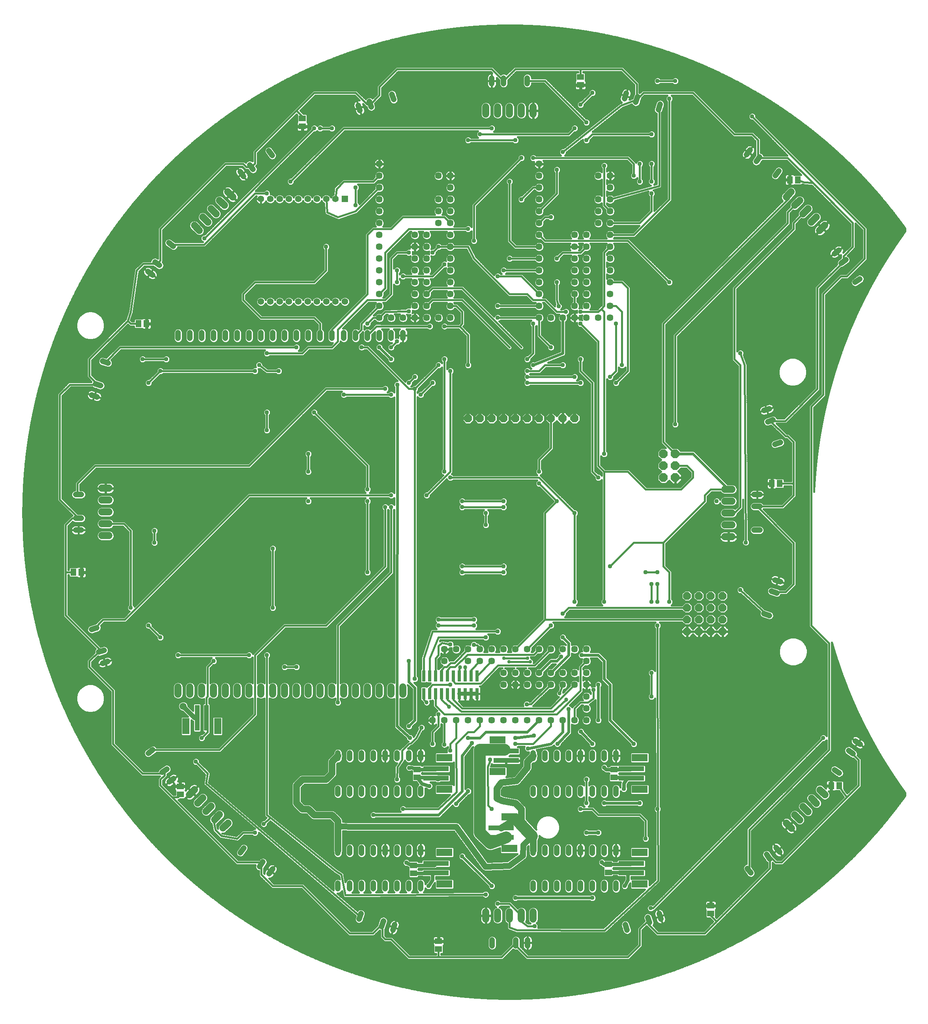
<source format=gbl>
G75*
%MOIN*%
%OFA0B0*%
%FSLAX25Y25*%
%IPPOS*%
%LPD*%
%AMOC8*
5,1,8,0,0,1.08239X$1,22.5*
%
%ADD10C,0.06000*%
%ADD11R,0.05906X0.05118*%
%ADD12R,0.21654X0.03937*%
%ADD13R,0.13386X0.06299*%
%ADD14C,0.04800*%
%ADD15OC8,0.06600*%
%ADD16C,0.05700*%
%ADD17C,0.05600*%
%ADD18R,0.05600X0.05600*%
%ADD19R,0.03150X0.09449*%
%ADD20OC8,0.07000*%
%ADD21R,0.03937X0.21654*%
%ADD22R,0.06299X0.13386*%
%ADD23OC8,0.07400*%
%ADD24R,0.05118X0.05906*%
%ADD25C,0.01600*%
%ADD26C,0.03762*%
%ADD27C,0.03200*%
%ADD28C,0.02400*%
%ADD29C,0.03937*%
%ADD30C,0.05906*%
%ADD31C,0.02953*%
%ADD32C,0.10000*%
%ADD33C,0.05600*%
%ADD34C,0.03369*%
%ADD35C,0.03000*%
%ADD36C,0.05000*%
D10*
X0274648Y0300771D02*
X0278891Y0305013D01*
X0271820Y0312085D02*
X0267577Y0307842D01*
X0260506Y0314913D02*
X0264749Y0319156D01*
X0257678Y0326227D02*
X0253435Y0321984D01*
X0246364Y0329055D02*
X0250606Y0333298D01*
X0246800Y0413800D02*
X0246800Y0419800D01*
X0236800Y0419800D02*
X0236800Y0413800D01*
X0256800Y0413800D02*
X0256800Y0419800D01*
X0266800Y0419800D02*
X0266800Y0413800D01*
X0276800Y0413800D02*
X0276800Y0419800D01*
X0286800Y0419800D02*
X0286800Y0413800D01*
X0296800Y0413800D02*
X0296800Y0419800D01*
X0306800Y0419800D02*
X0306800Y0413800D01*
X0316800Y0413800D02*
X0316800Y0419800D01*
X0326800Y0419800D02*
X0326800Y0413800D01*
X0336800Y0413800D02*
X0336800Y0419800D01*
X0346800Y0419800D02*
X0346800Y0413800D01*
X0356800Y0413800D02*
X0356800Y0419800D01*
X0366800Y0419800D02*
X0366800Y0413800D01*
X0376800Y0413800D02*
X0376800Y0419800D01*
X0386800Y0419800D02*
X0386800Y0413800D01*
X0396800Y0413800D02*
X0396800Y0419800D01*
X0406800Y0419800D02*
X0406800Y0413800D01*
X0416800Y0413800D02*
X0416800Y0419800D01*
X0426800Y0419800D02*
X0426800Y0413800D01*
X0496800Y0229800D02*
X0496800Y0223800D01*
X0506800Y0223800D02*
X0506800Y0229800D01*
X0516800Y0229800D02*
X0516800Y0223800D01*
X0526800Y0223800D02*
X0526800Y0229800D01*
X0536800Y0229800D02*
X0536800Y0223800D01*
X0750702Y0304750D02*
X0754945Y0300508D01*
X0762016Y0307579D02*
X0757773Y0311821D01*
X0764844Y0318892D02*
X0769087Y0314650D01*
X0776158Y0321721D02*
X0771915Y0325963D01*
X0778986Y0333035D02*
X0783229Y0328792D01*
X0704800Y0546800D02*
X0698800Y0546800D01*
X0698800Y0556800D02*
X0704800Y0556800D01*
X0704800Y0566800D02*
X0698800Y0566800D01*
X0698800Y0576800D02*
X0704800Y0576800D01*
X0704800Y0586800D02*
X0698800Y0586800D01*
X0778821Y0805537D02*
X0783063Y0809779D01*
X0775992Y0816850D02*
X0771750Y0812608D01*
X0764679Y0819679D02*
X0768921Y0823921D01*
X0761850Y0830992D02*
X0757608Y0826750D01*
X0750537Y0833821D02*
X0754779Y0838063D01*
X0536800Y0903800D02*
X0536800Y0909800D01*
X0526800Y0909800D02*
X0526800Y0903800D01*
X0516800Y0903800D02*
X0516800Y0909800D01*
X0506800Y0909800D02*
X0506800Y0903800D01*
X0496800Y0903800D02*
X0496800Y0909800D01*
X0283063Y0833821D02*
X0278821Y0838063D01*
X0271750Y0830992D02*
X0275992Y0826750D01*
X0268921Y0819679D02*
X0264679Y0823921D01*
X0257608Y0816850D02*
X0261850Y0812608D01*
X0254779Y0805537D02*
X0250537Y0809779D01*
X0178461Y0587745D02*
X0172461Y0587745D01*
X0172461Y0577745D02*
X0178461Y0577745D01*
X0178461Y0567745D02*
X0172461Y0567745D01*
X0172461Y0557745D02*
X0178461Y0557745D01*
X0178461Y0547745D02*
X0172461Y0547745D01*
D11*
X0238561Y0335972D03*
X0238561Y0329279D03*
X0438611Y0343690D03*
X0438611Y0350383D03*
X0435580Y0269359D03*
X0435580Y0262666D03*
X0456800Y0205146D03*
X0456800Y0198454D03*
X0600265Y0263375D03*
X0600265Y0270068D03*
X0605176Y0343432D03*
X0605176Y0350125D03*
X0686800Y0235146D03*
X0686800Y0228454D03*
X0341800Y0893454D03*
X0341800Y0900146D03*
X0576800Y0928454D03*
X0576800Y0935146D03*
D12*
X0513887Y0365737D03*
X0513887Y0357863D03*
X0509713Y0300737D03*
X0509713Y0292863D03*
X0454713Y0270737D03*
X0454713Y0262863D03*
X0454713Y0342863D03*
X0454713Y0350737D03*
X0619713Y0350737D03*
X0619713Y0342863D03*
X0619713Y0270737D03*
X0619713Y0262863D03*
D13*
X0626800Y0253414D03*
X0626800Y0280186D03*
X0626800Y0333414D03*
X0626800Y0360186D03*
X0516800Y0310186D03*
X0516800Y0283414D03*
X0461800Y0280186D03*
X0461800Y0253414D03*
X0461800Y0333414D03*
X0461800Y0360186D03*
X0506800Y0348414D03*
X0506800Y0375186D03*
D14*
X0536800Y0364200D02*
X0536800Y0359400D01*
X0546800Y0359400D02*
X0546800Y0364200D01*
X0556800Y0364200D02*
X0556800Y0359400D01*
X0566800Y0359400D02*
X0566800Y0364200D01*
X0576800Y0364200D02*
X0576800Y0359400D01*
X0586800Y0359400D02*
X0586800Y0364200D01*
X0596800Y0364200D02*
X0596800Y0359400D01*
X0606800Y0359400D02*
X0606800Y0364200D01*
X0606800Y0334200D02*
X0606800Y0329400D01*
X0596800Y0329400D02*
X0596800Y0334200D01*
X0586800Y0334200D02*
X0586800Y0329400D01*
X0576800Y0329400D02*
X0576800Y0334200D01*
X0566800Y0334200D02*
X0566800Y0329400D01*
X0556800Y0329400D02*
X0556800Y0334200D01*
X0546800Y0334200D02*
X0546800Y0329400D01*
X0536800Y0329400D02*
X0536800Y0334200D01*
X0536800Y0284200D02*
X0536800Y0279400D01*
X0546800Y0279400D02*
X0546800Y0284200D01*
X0556800Y0284200D02*
X0556800Y0279400D01*
X0566800Y0279400D02*
X0566800Y0284200D01*
X0576800Y0284200D02*
X0576800Y0279400D01*
X0586800Y0279400D02*
X0586800Y0284200D01*
X0596800Y0284200D02*
X0596800Y0279400D01*
X0606800Y0279400D02*
X0606800Y0284200D01*
X0606800Y0254200D02*
X0606800Y0249400D01*
X0596800Y0249400D02*
X0596800Y0254200D01*
X0586800Y0254200D02*
X0586800Y0249400D01*
X0576800Y0249400D02*
X0576800Y0254200D01*
X0566800Y0254200D02*
X0566800Y0249400D01*
X0556800Y0249400D02*
X0556800Y0254200D01*
X0546800Y0254200D02*
X0546800Y0249400D01*
X0536800Y0249400D02*
X0536800Y0254200D01*
X0532076Y0206129D02*
X0532076Y0201329D01*
X0522076Y0201329D02*
X0522076Y0206129D01*
X0502076Y0206129D02*
X0502076Y0201329D01*
X0441800Y0249400D02*
X0441800Y0254200D01*
X0431800Y0254200D02*
X0431800Y0249400D01*
X0421800Y0249400D02*
X0421800Y0254200D01*
X0411800Y0254200D02*
X0411800Y0249400D01*
X0401800Y0249400D02*
X0401800Y0254200D01*
X0391800Y0254200D02*
X0391800Y0249400D01*
X0381800Y0249400D02*
X0381800Y0254200D01*
X0371800Y0254200D02*
X0371800Y0249400D01*
X0391189Y0228403D02*
X0389706Y0223838D01*
X0408727Y0217657D02*
X0410210Y0222222D01*
X0419721Y0219132D02*
X0418238Y0214567D01*
X0421800Y0279400D02*
X0421800Y0284200D01*
X0411800Y0284200D02*
X0411800Y0279400D01*
X0401800Y0279400D02*
X0401800Y0284200D01*
X0391800Y0284200D02*
X0391800Y0279400D01*
X0381800Y0279400D02*
X0381800Y0284200D01*
X0371800Y0284200D02*
X0371800Y0279400D01*
X0371800Y0329400D02*
X0371800Y0334200D01*
X0381800Y0334200D02*
X0381800Y0329400D01*
X0391800Y0329400D02*
X0391800Y0334200D01*
X0401800Y0334200D02*
X0401800Y0329400D01*
X0411800Y0329400D02*
X0411800Y0334200D01*
X0421800Y0334200D02*
X0421800Y0329400D01*
X0431800Y0329400D02*
X0431800Y0334200D01*
X0441800Y0334200D02*
X0441800Y0329400D01*
X0441800Y0359400D02*
X0441800Y0364200D01*
X0431800Y0364200D02*
X0431800Y0359400D01*
X0421800Y0359400D02*
X0421800Y0364200D01*
X0411800Y0364200D02*
X0411800Y0359400D01*
X0401800Y0359400D02*
X0401800Y0364200D01*
X0391800Y0364200D02*
X0391800Y0359400D01*
X0381800Y0359400D02*
X0381800Y0364200D01*
X0371800Y0364200D02*
X0371800Y0359400D01*
X0431800Y0284200D02*
X0431800Y0279400D01*
X0441800Y0279400D02*
X0441800Y0284200D01*
X0316566Y0266185D02*
X0313745Y0262301D01*
X0305655Y0268179D02*
X0308476Y0272063D01*
X0292296Y0283818D02*
X0289475Y0279935D01*
X0233149Y0342571D02*
X0229266Y0339750D01*
X0223388Y0347840D02*
X0227271Y0350662D01*
X0215515Y0366842D02*
X0211632Y0364021D01*
X0177419Y0441465D02*
X0172854Y0439981D01*
X0169763Y0449492D02*
X0174328Y0450975D01*
X0168148Y0469996D02*
X0163583Y0468513D01*
X0155106Y0552469D02*
X0150306Y0552469D01*
X0150306Y0562469D02*
X0155106Y0562469D01*
X0155106Y0582469D02*
X0150306Y0582469D01*
X0168345Y0665060D02*
X0163780Y0666543D01*
X0166870Y0676054D02*
X0171435Y0674571D01*
X0177615Y0693592D02*
X0173050Y0695075D01*
X0236800Y0714400D02*
X0236800Y0719200D01*
X0246800Y0719200D02*
X0246800Y0714400D01*
X0256800Y0714400D02*
X0256800Y0719200D01*
X0266800Y0719200D02*
X0266800Y0714400D01*
X0276800Y0714400D02*
X0276800Y0719200D01*
X0286800Y0719200D02*
X0286800Y0714400D01*
X0296800Y0714400D02*
X0296800Y0719200D01*
X0306800Y0719200D02*
X0306800Y0714400D01*
X0316800Y0714400D02*
X0316800Y0719200D01*
X0326800Y0719200D02*
X0326800Y0714400D01*
X0336800Y0714400D02*
X0336800Y0719200D01*
X0346800Y0719200D02*
X0346800Y0714400D01*
X0356800Y0714400D02*
X0356800Y0719200D01*
X0366800Y0719200D02*
X0366800Y0714400D01*
X0376800Y0714400D02*
X0376800Y0719200D01*
X0386800Y0719200D02*
X0386800Y0714400D01*
X0396800Y0714400D02*
X0396800Y0719200D01*
X0406800Y0719200D02*
X0406800Y0714400D01*
X0416800Y0714400D02*
X0416800Y0719200D01*
X0426800Y0719200D02*
X0426800Y0714400D01*
X0300150Y0857156D02*
X0297328Y0861039D01*
X0289238Y0855161D02*
X0292060Y0851278D01*
X0316330Y0868911D02*
X0313509Y0872795D01*
X0390441Y0906811D02*
X0388958Y0911376D01*
X0398468Y0914467D02*
X0399952Y0909902D01*
X0418973Y0916082D02*
X0417490Y0920647D01*
X0501800Y0929557D02*
X0501800Y0934357D01*
X0511800Y0934357D02*
X0511800Y0929557D01*
X0531800Y0929557D02*
X0531800Y0934357D01*
X0613997Y0916948D02*
X0615481Y0921513D01*
X0624991Y0918423D02*
X0623508Y0913858D01*
X0642529Y0907677D02*
X0644012Y0912243D01*
X0717152Y0869620D02*
X0719973Y0873503D01*
X0728063Y0867625D02*
X0725242Y0863742D01*
X0741422Y0851986D02*
X0744244Y0855870D01*
X0795082Y0788850D02*
X0791199Y0786029D01*
X0797077Y0777938D02*
X0800960Y0780760D01*
X0812716Y0764579D02*
X0808833Y0761758D01*
X0736337Y0654957D02*
X0731772Y0653474D01*
X0734862Y0643963D02*
X0739427Y0645447D01*
X0745608Y0626425D02*
X0741042Y0624942D01*
X0728255Y0582469D02*
X0723455Y0582469D01*
X0723455Y0572469D02*
X0728255Y0572469D01*
X0728255Y0552469D02*
X0723455Y0552469D01*
X0741082Y0510351D02*
X0745647Y0508868D01*
X0742557Y0499357D02*
X0737992Y0500840D01*
X0731811Y0481819D02*
X0736376Y0480336D01*
X0809108Y0374322D02*
X0812991Y0371501D01*
X0807114Y0363411D02*
X0803230Y0366232D01*
X0791475Y0350052D02*
X0795358Y0347230D01*
X0742052Y0284330D02*
X0744873Y0280447D01*
X0736783Y0274569D02*
X0733962Y0278452D01*
X0717782Y0266697D02*
X0720603Y0262813D01*
X0643198Y0228403D02*
X0644682Y0223838D01*
X0635171Y0220748D02*
X0633688Y0225313D01*
X0614667Y0219132D02*
X0616150Y0214567D01*
X0215200Y0767978D02*
X0211317Y0770800D01*
X0217195Y0778890D02*
X0221078Y0776069D01*
X0232834Y0792249D02*
X0228951Y0795070D01*
D15*
X0666800Y0496800D03*
X0666800Y0486800D03*
X0666800Y0476800D03*
X0666800Y0466800D03*
X0676800Y0466800D03*
X0676800Y0476800D03*
X0676800Y0486800D03*
X0676800Y0496800D03*
X0686800Y0496800D03*
X0686800Y0486800D03*
X0686800Y0476800D03*
X0686800Y0466800D03*
X0696800Y0466800D03*
X0696800Y0476800D03*
X0696800Y0486800D03*
X0696800Y0496800D03*
D16*
X0581800Y0451800D03*
X0581800Y0441800D03*
X0581800Y0431800D03*
X0581800Y0421800D03*
X0581800Y0411800D03*
X0581800Y0401800D03*
X0581800Y0391800D03*
X0571800Y0391800D03*
X0561800Y0391800D03*
X0551800Y0391800D03*
X0541800Y0391800D03*
X0531800Y0391800D03*
X0521800Y0391800D03*
X0511800Y0391800D03*
X0501800Y0391800D03*
X0491800Y0391800D03*
X0481800Y0391800D03*
X0471800Y0391800D03*
X0461800Y0391800D03*
X0451800Y0391800D03*
X0461800Y0441800D03*
X0461800Y0451800D03*
X0471800Y0451800D03*
X0481800Y0451800D03*
X0481800Y0441800D03*
X0491800Y0441800D03*
X0491800Y0451800D03*
X0501800Y0451800D03*
X0501800Y0441800D03*
X0511800Y0431800D03*
X0511800Y0421800D03*
X0521800Y0421800D03*
X0521800Y0431800D03*
X0531800Y0431800D03*
X0531800Y0421800D03*
X0541800Y0421800D03*
X0541800Y0431800D03*
X0551800Y0431800D03*
X0551800Y0421800D03*
X0561800Y0421800D03*
X0561800Y0431800D03*
X0571800Y0431800D03*
X0571800Y0421800D03*
X0571800Y0451800D03*
X0561800Y0451800D03*
X0551800Y0451800D03*
X0541800Y0451800D03*
X0531800Y0451800D03*
X0521800Y0451800D03*
X0511800Y0451800D03*
X0541800Y0731800D03*
X0541800Y0741800D03*
X0541800Y0751800D03*
X0541800Y0761800D03*
X0541800Y0771800D03*
X0541800Y0781800D03*
X0541800Y0791800D03*
X0541800Y0801800D03*
X0541800Y0811800D03*
X0541800Y0821800D03*
X0541800Y0831800D03*
X0541800Y0841800D03*
X0541800Y0851800D03*
X0541800Y0861800D03*
X0591800Y0851800D03*
X0601800Y0851800D03*
X0601800Y0841800D03*
X0601800Y0831800D03*
X0601800Y0821800D03*
X0601800Y0811800D03*
X0601800Y0801800D03*
X0601800Y0791800D03*
X0601800Y0781800D03*
X0601800Y0771800D03*
X0601800Y0761800D03*
X0601800Y0751800D03*
X0601800Y0741800D03*
X0601800Y0731800D03*
X0591800Y0731800D03*
X0581800Y0731800D03*
X0581800Y0741800D03*
X0581800Y0751800D03*
X0581800Y0761800D03*
X0581800Y0771800D03*
X0581800Y0781800D03*
X0581800Y0791800D03*
X0581800Y0801800D03*
X0571800Y0801800D03*
X0571800Y0791800D03*
X0571800Y0781800D03*
X0571800Y0771800D03*
X0571800Y0761800D03*
X0571800Y0751800D03*
X0571800Y0741800D03*
X0571800Y0731800D03*
X0561800Y0731800D03*
X0551800Y0731800D03*
X0591800Y0811800D03*
X0591800Y0821800D03*
X0591800Y0831800D03*
X0466800Y0831800D03*
X0466800Y0821800D03*
X0466800Y0811800D03*
X0466800Y0801800D03*
X0466800Y0791800D03*
X0466800Y0781800D03*
X0466800Y0771800D03*
X0466800Y0761800D03*
X0466800Y0751800D03*
X0466800Y0741800D03*
X0466800Y0731800D03*
X0456800Y0731800D03*
X0446800Y0731800D03*
X0446800Y0741800D03*
X0446800Y0751800D03*
X0446800Y0761800D03*
X0446800Y0771800D03*
X0446800Y0781800D03*
X0446800Y0791800D03*
X0446800Y0801800D03*
X0436800Y0801800D03*
X0436800Y0791800D03*
X0436800Y0781800D03*
X0436800Y0771800D03*
X0436800Y0761800D03*
X0436800Y0751800D03*
X0436800Y0741800D03*
X0436800Y0731800D03*
X0426800Y0731800D03*
X0416800Y0731800D03*
X0406800Y0731800D03*
X0406800Y0741800D03*
X0406800Y0751800D03*
X0406800Y0761800D03*
X0406800Y0771800D03*
X0406800Y0781800D03*
X0406800Y0791800D03*
X0406800Y0801800D03*
X0406800Y0811800D03*
X0406800Y0821800D03*
X0406800Y0831800D03*
X0406800Y0841800D03*
X0406800Y0851800D03*
X0406800Y0861800D03*
X0456800Y0851800D03*
X0466800Y0851800D03*
X0466800Y0841800D03*
X0456800Y0831800D03*
X0456800Y0821800D03*
X0456800Y0811800D03*
D17*
X0377687Y0745469D03*
X0369813Y0745469D03*
X0361939Y0745469D03*
X0354065Y0745469D03*
X0346191Y0745469D03*
X0338317Y0745469D03*
X0330443Y0745469D03*
X0322569Y0745469D03*
X0314695Y0745469D03*
X0306821Y0745469D03*
X0306821Y0832083D03*
X0314695Y0832083D03*
X0322569Y0832083D03*
X0330443Y0832083D03*
X0338317Y0832083D03*
X0346191Y0832083D03*
X0354065Y0832083D03*
X0361939Y0832083D03*
X0369813Y0832083D03*
D18*
X0377687Y0832083D03*
D19*
X0444300Y0429300D03*
X0449300Y0429300D03*
X0454300Y0429300D03*
X0459300Y0429300D03*
X0464300Y0429300D03*
X0469300Y0429300D03*
X0474300Y0429300D03*
X0479300Y0429300D03*
X0484300Y0429300D03*
X0489300Y0429300D03*
X0489300Y0414300D03*
X0484300Y0414300D03*
X0479300Y0414300D03*
X0474300Y0414300D03*
X0469300Y0414300D03*
X0464300Y0414300D03*
X0459300Y0414300D03*
X0454300Y0414300D03*
X0449300Y0414300D03*
X0444300Y0414300D03*
D20*
X0481800Y0646800D03*
X0491800Y0646800D03*
X0501800Y0646800D03*
X0511800Y0646800D03*
X0521800Y0646800D03*
X0531800Y0646800D03*
X0541800Y0646800D03*
X0551800Y0646800D03*
X0561800Y0646800D03*
X0571800Y0646800D03*
D21*
X0260737Y0393887D03*
X0252863Y0393887D03*
D22*
X0243414Y0386800D03*
X0270186Y0386800D03*
D23*
X0646800Y0596800D03*
X0646800Y0606800D03*
X0646800Y0616800D03*
X0656800Y0616800D03*
X0656800Y0606800D03*
X0656800Y0596800D03*
D24*
X0738454Y0591800D03*
X0745146Y0591800D03*
X0753597Y0848317D03*
X0760290Y0848317D03*
X0788532Y0336519D03*
X0795225Y0336519D03*
X0210146Y0726800D03*
X0203454Y0726800D03*
X0155146Y0516800D03*
X0148454Y0516800D03*
D25*
X0239484Y0264362D02*
X0240066Y0263831D01*
X0240479Y0263455D01*
X0240751Y0263208D01*
X0240752Y0263208D01*
X0241458Y0262570D01*
X0242163Y0261935D01*
X0242163Y0261934D01*
X0242438Y0261687D01*
X0243111Y0261084D01*
X0243442Y0260788D01*
X0243722Y0260539D01*
X0243723Y0260539D01*
X0244433Y0259909D01*
X0245146Y0259278D01*
X0245342Y0259106D01*
X0246436Y0258145D01*
X0246931Y0257713D01*
X0247503Y0257216D01*
X0247818Y0256943D01*
X0248443Y0256404D01*
X0249166Y0255781D01*
X0249166Y0255780D01*
X0249458Y0255528D01*
X0249804Y0255232D01*
X0250471Y0254665D01*
X0251136Y0254100D01*
X0251483Y0253806D01*
X0252506Y0252942D01*
X0253125Y0252425D01*
X0253528Y0252088D01*
X0254041Y0251660D01*
X0254551Y0251236D01*
X0254958Y0250899D01*
X0255586Y0250380D01*
X0256094Y0249962D01*
X0256612Y0249538D01*
X0257130Y0249115D01*
X0257645Y0248695D01*
X0257946Y0248451D01*
X0258687Y0247850D01*
X0258982Y0247612D01*
X0258983Y0247612D01*
X0259724Y0247017D01*
X0260466Y0246422D01*
X0260466Y0246421D01*
X0260766Y0246182D01*
X0261068Y0245942D01*
X0261070Y0245942D01*
X0261817Y0245349D01*
X0262560Y0244761D01*
X0262560Y0244761D01*
X0263383Y0244115D01*
X0263691Y0243874D01*
X0263692Y0243874D01*
X0264443Y0243288D01*
X0265192Y0242706D01*
X0265192Y0242705D01*
X0266029Y0242059D01*
X0266861Y0241419D01*
X0266862Y0241419D01*
X0267616Y0240842D01*
X0268374Y0240266D01*
X0268374Y0240265D01*
X0268529Y0240147D01*
X0269227Y0239619D01*
X0269898Y0239113D01*
X0270279Y0238827D01*
X0270801Y0238436D01*
X0271364Y0238016D01*
X0271743Y0237734D01*
X0272431Y0237224D01*
X0273197Y0236658D01*
X0273197Y0236658D01*
X0273508Y0236428D01*
X0274181Y0235935D01*
X0274580Y0235644D01*
X0274902Y0235409D01*
X0274902Y0235409D01*
X0275673Y0234849D01*
X0276442Y0234293D01*
X0276442Y0234292D01*
X0276758Y0234064D01*
X0277340Y0233646D01*
X0277844Y0233284D01*
X0278291Y0232966D01*
X0278943Y0232502D01*
X0279483Y0232120D01*
X0280032Y0231732D01*
X0280065Y0231709D01*
X0281131Y0230959D01*
X0281677Y0230577D01*
X0282189Y0230221D01*
X0282785Y0229807D01*
X0283334Y0229427D01*
X0283631Y0229222D01*
X0284439Y0228666D01*
X0284986Y0228292D01*
X0286104Y0227531D01*
X0286657Y0227157D01*
X0287772Y0226404D01*
X0288329Y0226031D01*
X0288883Y0225662D01*
X0289449Y0225285D01*
X0290006Y0224916D01*
X0290567Y0224545D01*
X0291128Y0224176D01*
X0291690Y0223808D01*
X0292257Y0223437D01*
X0292818Y0223072D01*
X0293149Y0222857D01*
X0293149Y0222857D01*
X0293945Y0222342D01*
X0294605Y0221916D01*
X0295075Y0221614D01*
X0295647Y0221249D01*
X0296211Y0220889D01*
X0296547Y0220676D01*
X0296548Y0220676D01*
X0297352Y0220167D01*
X0298155Y0219661D01*
X0298156Y0219660D01*
X0298360Y0219531D01*
X0299069Y0219088D01*
X0299869Y0218589D01*
X0299869Y0218589D01*
X0300204Y0218380D01*
X0300748Y0218044D01*
X0301356Y0217670D01*
X0301924Y0217320D01*
X0302501Y0216967D01*
X0302902Y0216723D01*
X0303653Y0216266D01*
X0304231Y0215916D01*
X0304813Y0215565D01*
X0305384Y0215221D01*
X0305962Y0214875D01*
X0306894Y0214320D01*
X0307123Y0214184D01*
X0307707Y0213838D01*
X0308283Y0213499D01*
X0308872Y0213153D01*
X0309450Y0212814D01*
X0310233Y0212358D01*
X0310622Y0212132D01*
X0311203Y0211796D01*
X0311796Y0211454D01*
X0312138Y0211257D01*
X0312140Y0211258D01*
X0312963Y0210786D01*
X0313790Y0210316D01*
X0313790Y0210314D01*
X0314139Y0210117D01*
X0314282Y0210036D01*
X0315319Y0209450D01*
X0315902Y0209123D01*
X0316433Y0208826D01*
X0317091Y0208459D01*
X0317689Y0208128D01*
X0317812Y0208059D01*
X0318870Y0207475D01*
X0319334Y0207221D01*
X0320060Y0206826D01*
X0320778Y0206435D01*
X0321185Y0206215D01*
X0321852Y0205855D01*
X0322450Y0205532D01*
X0322800Y0205345D01*
X0322801Y0205346D01*
X0323639Y0204898D01*
X0324479Y0204452D01*
X0324480Y0204451D01*
X0324597Y0204389D01*
X0324598Y0204389D01*
X0325442Y0203944D01*
X0326281Y0203504D01*
X0326281Y0203503D01*
X0326634Y0203318D01*
X0327166Y0203042D01*
X0327859Y0202683D01*
X0328447Y0202379D01*
X0329659Y0201757D01*
X0330265Y0201448D01*
X0330874Y0201139D01*
X0331476Y0200834D01*
X0332082Y0200528D01*
X0332771Y0200183D01*
X0333304Y0199916D01*
X0333910Y0199614D01*
X0334533Y0199306D01*
X0335132Y0199009D01*
X0335740Y0198710D01*
X0336770Y0198208D01*
X0336967Y0198112D01*
X0337579Y0197815D01*
X0338188Y0197520D01*
X0338813Y0197219D01*
X0339422Y0196926D01*
X0340648Y0196343D01*
X0341270Y0196048D01*
X0342158Y0195631D01*
X0342509Y0195466D01*
X0343008Y0195234D01*
X0343733Y0194897D01*
X0344479Y0194551D01*
X0344875Y0194369D01*
X0345608Y0194033D01*
X0346287Y0193722D01*
X0346826Y0193478D01*
X0347681Y0193091D01*
X0348103Y0192901D01*
X0348476Y0192733D01*
X0348476Y0192733D01*
X0349342Y0192346D01*
X0350214Y0191959D01*
X0350214Y0191958D01*
X0350734Y0191729D01*
X0351852Y0191236D01*
X0352474Y0190964D01*
X0353117Y0190685D01*
X0353736Y0190418D01*
X0354362Y0190148D01*
X0355102Y0189831D01*
X0355625Y0189608D01*
X0356260Y0189337D01*
X0356880Y0189075D01*
X0357521Y0188805D01*
X0358152Y0188540D01*
X0358947Y0188209D01*
X0359426Y0188009D01*
X0360053Y0187751D01*
X0360696Y0187486D01*
X0361322Y0187229D01*
X0361906Y0186991D01*
X0362598Y0186711D01*
X0363354Y0186405D01*
X0363875Y0186196D01*
X0364645Y0185890D01*
X0365164Y0185683D01*
X0365687Y0185475D01*
X0366425Y0185185D01*
X0367142Y0184903D01*
X0367721Y0184678D01*
X0368368Y0184427D01*
X0369011Y0184178D01*
X0369652Y0183932D01*
X0370294Y0183687D01*
X0370941Y0183441D01*
X0371481Y0183236D01*
X0372217Y0182959D01*
X0372989Y0182670D01*
X0373526Y0182470D01*
X0374321Y0182175D01*
X0374823Y0181989D01*
X0375470Y0181752D01*
X0376123Y0181514D01*
X0376773Y0181278D01*
X0377424Y0181042D01*
X0377927Y0180862D01*
X0378728Y0180575D01*
X0379371Y0180346D01*
X0380055Y0180104D01*
X0380692Y0179880D01*
X0381336Y0179654D01*
X0381717Y0179522D01*
X0382659Y0179196D01*
X0383062Y0179057D01*
X0383064Y0179057D01*
X0383962Y0178749D01*
X0384862Y0178442D01*
X0384862Y0178441D01*
X0385274Y0178302D01*
X0385449Y0178243D01*
X0386597Y0177857D01*
X0387007Y0177720D01*
X0387008Y0177721D01*
X0387908Y0177423D01*
X0388813Y0177125D01*
X0388813Y0177124D01*
X0389238Y0176986D01*
X0390556Y0176556D01*
X0390972Y0176422D01*
X0390973Y0176422D01*
X0391877Y0176133D01*
X0392785Y0175845D01*
X0392785Y0175844D01*
X0392850Y0175823D01*
X0393870Y0175502D01*
X0394529Y0175295D01*
X0394946Y0175165D01*
X0394948Y0175166D01*
X0395857Y0174884D01*
X0396764Y0174606D01*
X0396765Y0174605D01*
X0397183Y0174477D01*
X0397864Y0174271D01*
X0398507Y0174076D01*
X0399179Y0173875D01*
X0399838Y0173679D01*
X0400500Y0173482D01*
X0401167Y0173286D01*
X0402495Y0172898D01*
X0403063Y0172734D01*
X0403831Y0172514D01*
X0404580Y0172300D01*
X0405156Y0172136D01*
X0405672Y0171991D01*
X0406485Y0171762D01*
X0407147Y0171578D01*
X0408482Y0171210D01*
X0409141Y0171030D01*
X0409757Y0170864D01*
X0410538Y0170653D01*
X0411145Y0170490D01*
X0411809Y0170314D01*
X0412484Y0170136D01*
X0413098Y0169975D01*
X0413812Y0169790D01*
X0414732Y0169552D01*
X0414732Y0169552D01*
X0414889Y0169511D01*
X0414890Y0169511D01*
X0415812Y0169276D01*
X0416733Y0169043D01*
X0416733Y0169042D01*
X0417147Y0168938D01*
X0418482Y0168605D01*
X0418892Y0168504D01*
X0418893Y0168505D01*
X0419817Y0168279D01*
X0420739Y0168056D01*
X0420740Y0168055D01*
X0421142Y0167958D01*
X0421960Y0167763D01*
X0422496Y0167635D01*
X0422898Y0167540D01*
X0422899Y0167541D01*
X0423825Y0167324D01*
X0424751Y0167110D01*
X0424751Y0167109D01*
X0425161Y0167014D01*
X0425509Y0166935D01*
X0426500Y0166709D01*
X0426909Y0166618D01*
X0426910Y0166619D01*
X0427840Y0166411D01*
X0428766Y0166205D01*
X0428766Y0166205D01*
X0428914Y0166173D01*
X0428914Y0166173D01*
X0429724Y0165996D01*
X0430103Y0165914D01*
X0430103Y0165914D01*
X0430515Y0165824D01*
X0430733Y0165778D01*
X0431862Y0165537D01*
X0432522Y0165397D01*
X0433189Y0165257D01*
X0433865Y0165117D01*
X0433964Y0165097D01*
X0435166Y0164850D01*
X0435921Y0164698D01*
X0436540Y0164573D01*
X0437170Y0164449D01*
X0438144Y0164257D01*
X0438144Y0164257D01*
X0438550Y0164176D01*
X0439152Y0164060D01*
X0439904Y0163916D01*
X0440629Y0163778D01*
X0441228Y0163665D01*
X0441976Y0163526D01*
X0442838Y0163367D01*
X0442838Y0163367D01*
X0443243Y0163292D01*
X0444583Y0163049D01*
X0444768Y0163017D01*
X0446194Y0162764D01*
X0446194Y0162764D01*
X0446602Y0162692D01*
X0447270Y0162577D01*
X0448230Y0162413D01*
X0448612Y0162348D01*
X0449017Y0162280D01*
X0449018Y0162281D01*
X0449957Y0162125D01*
X0450894Y0161970D01*
X0450894Y0161969D01*
X0451297Y0161904D01*
X0451969Y0161796D01*
X0452612Y0161694D01*
X0453312Y0161583D01*
X0453998Y0161477D01*
X0454655Y0161375D01*
X0455325Y0161273D01*
X0455997Y0161172D01*
X0457340Y0160972D01*
X0457745Y0160913D01*
X0457745Y0160913D01*
X0458693Y0160776D01*
X0459086Y0160720D01*
X0459086Y0160720D01*
X0460030Y0160587D01*
X0460969Y0160457D01*
X0460970Y0160456D01*
X0461372Y0160400D01*
X0462070Y0160306D01*
X0462715Y0160219D01*
X0463387Y0160130D01*
X0464732Y0159955D01*
X0465357Y0159876D01*
X0466011Y0159794D01*
X0466792Y0159697D01*
X0467147Y0159654D01*
X0467148Y0159655D01*
X0468093Y0159541D01*
X0469035Y0159429D01*
X0469037Y0159428D01*
X0469436Y0159380D01*
X0470156Y0159298D01*
X0470785Y0159226D01*
X0471452Y0159151D01*
X0472099Y0159080D01*
X0472802Y0159002D01*
X0473469Y0158930D01*
X0474545Y0158818D01*
X0474810Y0158790D01*
X0475491Y0158720D01*
X0476155Y0158654D01*
X0477499Y0158521D01*
X0478004Y0158474D01*
X0478853Y0158394D01*
X0479521Y0158332D01*
X0480232Y0158268D01*
X0480859Y0158211D01*
X0481810Y0158129D01*
X0482211Y0158095D01*
X0482882Y0158038D01*
X0483543Y0157984D01*
X0484110Y0157938D01*
X0484900Y0157875D01*
X0485551Y0157825D01*
X0486243Y0157772D01*
X0486911Y0157723D01*
X0487586Y0157674D01*
X0488928Y0157580D01*
X0489364Y0157551D01*
X0490272Y0157491D01*
X0490945Y0157447D01*
X0491610Y0157406D01*
X0492959Y0157325D01*
X0494580Y0157234D01*
X0494974Y0157211D01*
X0495645Y0157176D01*
X0496990Y0157109D01*
X0497657Y0157077D01*
X0498150Y0157055D01*
X0499281Y0157005D01*
X0499281Y0157005D01*
X0499676Y0156987D01*
X0500069Y0156972D01*
X0500069Y0156972D01*
X0501049Y0156932D01*
X0501697Y0156906D01*
X0502080Y0156893D01*
X0502080Y0156893D01*
X0503008Y0156862D01*
X0503309Y0156851D01*
X0503309Y0156851D01*
X0503423Y0156847D01*
X0503423Y0156848D01*
X0504375Y0156817D01*
X0505323Y0156789D01*
X0505324Y0156788D01*
X0505434Y0156785D01*
X0505434Y0156786D01*
X0506388Y0156761D01*
X0507335Y0156738D01*
X0507335Y0156737D01*
X0507796Y0156727D01*
X0508406Y0156714D01*
X0509070Y0156700D01*
X0509740Y0156688D01*
X0511074Y0156667D01*
X0512084Y0156654D01*
X0512425Y0156650D01*
X0513090Y0156644D01*
X0513757Y0156638D01*
X0514328Y0156635D01*
X0515102Y0156630D01*
X0516440Y0156627D01*
X0517108Y0156627D01*
X0518363Y0156630D01*
X0519121Y0156631D01*
X0519506Y0156635D01*
X0521127Y0156648D01*
X0521783Y0156656D01*
X0522425Y0156665D01*
X0523140Y0156675D01*
X0523796Y0156685D01*
X0524759Y0156703D01*
X0525150Y0156710D01*
X0525808Y0156723D01*
X0527146Y0156756D01*
X0527811Y0156773D01*
X0528510Y0156793D01*
X0529151Y0156811D01*
X0529815Y0156831D01*
X0530576Y0156857D01*
X0531819Y0156900D01*
X0532319Y0156919D01*
X0533164Y0156951D01*
X0533824Y0156978D01*
X0535141Y0157034D01*
X0535765Y0157063D01*
X0536537Y0157099D01*
X0537161Y0157129D01*
X0537821Y0157163D01*
X0538398Y0157193D01*
X0539161Y0157233D01*
X0540491Y0157309D01*
X0541826Y0157387D01*
X0542375Y0157421D01*
X0543157Y0157471D01*
X0543536Y0157495D01*
X0543537Y0157496D01*
X0544484Y0157559D01*
X0545433Y0157625D01*
X0545434Y0157624D01*
X0545535Y0157631D01*
X0545535Y0157631D01*
X0546626Y0157709D01*
X0547151Y0157746D01*
X0547752Y0157791D01*
X0548476Y0157847D01*
X0549202Y0157903D01*
X0549803Y0157950D01*
X0551111Y0158059D01*
X0551515Y0158093D01*
X0551516Y0158094D01*
X0552464Y0158175D01*
X0553409Y0158257D01*
X0553410Y0158257D01*
X0553502Y0158265D01*
X0553503Y0158266D01*
X0554448Y0158352D01*
X0555395Y0158441D01*
X0555396Y0158440D01*
X0555762Y0158475D01*
X0556442Y0158540D01*
X0557104Y0158605D01*
X0557763Y0158671D01*
X0559096Y0158806D01*
X0559467Y0158845D01*
X0559468Y0158846D01*
X0560412Y0158946D01*
X0561357Y0159048D01*
X0561358Y0159047D01*
X0561767Y0159092D01*
X0562398Y0159162D01*
X0563058Y0159236D01*
X0563722Y0159312D01*
X0564400Y0159390D01*
X0565040Y0159465D01*
X0565714Y0159546D01*
X0567023Y0159704D01*
X0567400Y0159751D01*
X0567401Y0159752D01*
X0568346Y0159870D01*
X0569287Y0159990D01*
X0569288Y0159989D01*
X0569664Y0160037D01*
X0570307Y0160122D01*
X0571230Y0160244D01*
X0571357Y0160261D01*
X0571357Y0160262D01*
X0572295Y0160389D01*
X0573240Y0160518D01*
X0573241Y0160518D01*
X0573610Y0160569D01*
X0574933Y0160756D01*
X0575497Y0160837D01*
X0576255Y0160947D01*
X0577001Y0161056D01*
X0577560Y0161139D01*
X0578874Y0161338D01*
X0579425Y0161423D01*
X0580188Y0161542D01*
X0580954Y0161662D01*
X0581499Y0161748D01*
X0582816Y0161959D01*
X0583465Y0162066D01*
X0584120Y0162174D01*
X0584780Y0162284D01*
X0585431Y0162394D01*
X0586747Y0162620D01*
X0587294Y0162714D01*
X0588047Y0162846D01*
X0588770Y0162973D01*
X0589322Y0163072D01*
X0590430Y0163271D01*
X0590667Y0163314D01*
X0591316Y0163433D01*
X0591335Y0163437D01*
X0592625Y0163677D01*
X0593200Y0163785D01*
X0593928Y0163925D01*
X0594858Y0164104D01*
X0594858Y0164104D01*
X0594947Y0164121D01*
X0594948Y0164122D01*
X0595881Y0164304D01*
X0596813Y0164487D01*
X0596814Y0164486D01*
X0597179Y0164559D01*
X0597583Y0164640D01*
X0598485Y0164821D01*
X0599002Y0164926D01*
X0599791Y0165089D01*
X0600572Y0165249D01*
X0601079Y0165355D01*
X0601566Y0165458D01*
X0602380Y0165631D01*
X0602906Y0165743D01*
X0603682Y0165911D01*
X0604476Y0166083D01*
X0604971Y0166191D01*
X0606271Y0166478D01*
X0606634Y0166559D01*
X0606635Y0166560D01*
X0607563Y0166769D01*
X0608488Y0166980D01*
X0608489Y0166979D01*
X0608854Y0167063D01*
X0609380Y0167185D01*
X0610147Y0167363D01*
X0610645Y0167479D01*
X0611436Y0167666D01*
X0612232Y0167854D01*
X0612725Y0167971D01*
X0613090Y0168060D01*
X0613090Y0168061D01*
X0614019Y0168286D01*
X0614380Y0168374D01*
X0614380Y0168374D01*
X0615304Y0168601D01*
X0616226Y0168829D01*
X0616227Y0168828D01*
X0616588Y0168918D01*
X0617822Y0169229D01*
X0617874Y0169242D01*
X0618238Y0169335D01*
X0618239Y0169336D01*
X0619160Y0169572D01*
X0620080Y0169809D01*
X0620080Y0169809D01*
X0620443Y0169904D01*
X0621363Y0170144D01*
X0621364Y0170144D01*
X0621728Y0170239D01*
X0622364Y0170407D01*
X0623649Y0170751D01*
X0624281Y0170922D01*
X0624933Y0171099D01*
X0625572Y0171273D01*
X0625926Y0171370D01*
X0625926Y0171371D01*
X0626843Y0171625D01*
X0627758Y0171880D01*
X0627759Y0171879D01*
X0627921Y0171925D01*
X0629036Y0172239D01*
X0629036Y0172239D01*
X0629397Y0172340D01*
X0630031Y0172521D01*
X0631163Y0172847D01*
X0631306Y0172888D01*
X0631684Y0172998D01*
X0632574Y0173259D01*
X0633213Y0173446D01*
X0633842Y0173633D01*
X0634758Y0173906D01*
X0635111Y0174011D01*
X0635751Y0174203D01*
X0637020Y0174590D01*
X0637654Y0174784D01*
X0638922Y0175176D01*
X0639276Y0175286D01*
X0639276Y0175286D01*
X0640183Y0175571D01*
X0641090Y0175857D01*
X0641090Y0175857D01*
X0641140Y0175873D01*
X0642082Y0176173D01*
X0642709Y0176374D01*
X0643320Y0176571D01*
X0644006Y0176793D01*
X0644600Y0176985D01*
X0645039Y0177129D01*
X0645897Y0177412D01*
X0646483Y0177606D01*
X0647241Y0177860D01*
X0648019Y0178120D01*
X0648019Y0178120D01*
X0648041Y0178128D01*
X0648282Y0178208D01*
X0648999Y0178452D01*
X0649899Y0178759D01*
X0649899Y0178759D01*
X0650246Y0178877D01*
X0650882Y0179095D01*
X0652138Y0179530D01*
X0652620Y0179697D01*
X0653388Y0179967D01*
X0654013Y0180187D01*
X0654361Y0180311D01*
X0654361Y0180311D01*
X0654644Y0180412D01*
X0655527Y0180727D01*
X0655527Y0180727D01*
X0655568Y0180742D01*
X0655883Y0180854D01*
X0657127Y0181303D01*
X0657742Y0181527D01*
X0658370Y0181756D01*
X0659073Y0182015D01*
X0659627Y0182220D01*
X0660236Y0182445D01*
X0660505Y0182546D01*
X0661481Y0182911D01*
X0662102Y0183144D01*
X0662541Y0183311D01*
X0663345Y0183616D01*
X0663687Y0183746D01*
X0663688Y0183746D01*
X0664575Y0184087D01*
X0665461Y0184430D01*
X0665462Y0184429D01*
X0666266Y0184742D01*
X0666430Y0184806D01*
X0667047Y0185046D01*
X0667397Y0185184D01*
X0667398Y0185187D01*
X0668283Y0185535D01*
X0669163Y0185884D01*
X0669166Y0185883D01*
X0669512Y0186022D01*
X0670233Y0186311D01*
X0670743Y0186516D01*
X0671354Y0186763D01*
X0672068Y0187054D01*
X0672460Y0187213D01*
X0672933Y0187408D01*
X0672933Y0187408D01*
X0673207Y0187520D01*
X0674077Y0187878D01*
X0674077Y0187878D01*
X0674320Y0187978D01*
X0675035Y0188275D01*
X0675908Y0188640D01*
X0676871Y0189043D01*
X0677487Y0189305D01*
X0678087Y0189559D01*
X0678698Y0189820D01*
X0679275Y0190068D01*
X0679923Y0190346D01*
X0680527Y0190607D01*
X0680969Y0190800D01*
X0681754Y0191143D01*
X0682089Y0191290D01*
X0682089Y0191291D01*
X0682960Y0191674D01*
X0683828Y0192058D01*
X0683829Y0192058D01*
X0684290Y0192263D01*
X0684784Y0192483D01*
X0685380Y0192750D01*
X0685984Y0193022D01*
X0686322Y0193175D01*
X0687200Y0193573D01*
X0687796Y0193844D01*
X0688187Y0194024D01*
X0689012Y0194402D01*
X0689348Y0194557D01*
X0689348Y0194557D01*
X0690207Y0194955D01*
X0690928Y0195290D01*
X0691236Y0195434D01*
X0692616Y0196082D01*
X0693210Y0196364D01*
X0693808Y0196648D01*
X0694569Y0197011D01*
X0695012Y0197223D01*
X0695702Y0197556D01*
X0696205Y0197799D01*
X0696801Y0198089D01*
X0697401Y0198381D01*
X0697998Y0198673D01*
X0698589Y0198963D01*
X0699359Y0199344D01*
X0699786Y0199555D01*
X0700180Y0199751D01*
X0700973Y0200147D01*
X0701762Y0200542D01*
X0702154Y0200740D01*
X0702878Y0201106D01*
X0703345Y0201342D01*
X0703681Y0201514D01*
X0703681Y0201514D01*
X0704532Y0201949D01*
X0705312Y0202349D01*
X0705706Y0202552D01*
X0706886Y0203166D01*
X0707477Y0203474D01*
X0708072Y0203785D01*
X0708657Y0204093D01*
X0709237Y0204399D01*
X0710098Y0204856D01*
X0710420Y0205027D01*
X0710751Y0205204D01*
X0710751Y0205204D01*
X0711593Y0205655D01*
X0712299Y0206034D01*
X0713928Y0206918D01*
X0714511Y0207237D01*
X0715090Y0207555D01*
X0715683Y0207881D01*
X0716259Y0208199D01*
X0716924Y0208569D01*
X0717420Y0208846D01*
X0718003Y0209172D01*
X0718579Y0209496D01*
X0719162Y0209823D01*
X0719736Y0210149D01*
X0720331Y0210487D01*
X0720898Y0210810D01*
X0721473Y0211138D01*
X0722048Y0211469D01*
X0723203Y0212137D01*
X0724359Y0212808D01*
X0724682Y0212997D01*
X0724682Y0212998D01*
X0725500Y0213479D01*
X0726320Y0213963D01*
X0726321Y0213963D01*
X0726404Y0214013D01*
X0726404Y0214013D01*
X0727218Y0214496D01*
X0727924Y0214916D01*
X0728121Y0215034D01*
X0728122Y0215037D01*
X0728937Y0215525D01*
X0729749Y0216015D01*
X0729751Y0216014D01*
X0730079Y0216214D01*
X0730251Y0216318D01*
X0731219Y0216906D01*
X0731543Y0217105D01*
X0731544Y0217107D01*
X0732351Y0217601D01*
X0733164Y0218101D01*
X0733165Y0218101D01*
X0733269Y0218166D01*
X0734053Y0218653D01*
X0734861Y0219156D01*
X0734861Y0219156D01*
X0735188Y0219360D01*
X0736318Y0220069D01*
X0736877Y0220422D01*
X0737220Y0220641D01*
X0738007Y0221141D01*
X0738328Y0221346D01*
X0738328Y0221347D01*
X0739126Y0221858D01*
X0739828Y0222308D01*
X0740012Y0222428D01*
X0740012Y0222428D01*
X0740737Y0222898D01*
X0741375Y0223311D01*
X0741927Y0223672D01*
X0742489Y0224039D01*
X0743041Y0224403D01*
X0743604Y0224773D01*
X0744158Y0225141D01*
X0744908Y0225640D01*
X0745038Y0225726D01*
X0745038Y0225727D01*
X0745830Y0226255D01*
X0746619Y0226784D01*
X0746933Y0226996D01*
X0747489Y0227372D01*
X0748098Y0227785D01*
X0748597Y0228123D01*
X0749043Y0228428D01*
X0749701Y0228879D01*
X0750018Y0229097D01*
X0750018Y0229097D01*
X0750801Y0229638D01*
X0751582Y0230179D01*
X0751583Y0230179D01*
X0751669Y0230239D01*
X0752449Y0230783D01*
X0753227Y0231327D01*
X0753227Y0231327D01*
X0753312Y0231386D01*
X0753312Y0231386D01*
X0754089Y0231935D01*
X0754864Y0232485D01*
X0754866Y0232484D01*
X0755184Y0232710D01*
X0755723Y0233094D01*
X0756275Y0233489D01*
X0756809Y0233872D01*
X0757402Y0234299D01*
X0757908Y0234663D01*
X0758217Y0234887D01*
X0758218Y0234889D01*
X0758983Y0235444D01*
X0759752Y0236007D01*
X0759753Y0236007D01*
X0760065Y0236235D01*
X0760833Y0236800D01*
X0760834Y0236800D01*
X0761146Y0237029D01*
X0761879Y0237572D01*
X0762230Y0237833D01*
X0762765Y0238231D01*
X0763297Y0238628D01*
X0764593Y0239605D01*
X0764683Y0239672D01*
X0764683Y0239674D01*
X0765442Y0240247D01*
X0766197Y0240821D01*
X0766198Y0240821D01*
X0766505Y0241055D01*
X0767571Y0241873D01*
X0767896Y0242123D01*
X0768630Y0242692D01*
X0769386Y0243278D01*
X0769386Y0243278D01*
X0769696Y0243518D01*
X0770213Y0243922D01*
X0770759Y0244349D01*
X0771281Y0244758D01*
X0771810Y0245176D01*
X0772334Y0245592D01*
X0772646Y0245840D01*
X0772646Y0245841D01*
X0773389Y0246432D01*
X0774120Y0247014D01*
X0774442Y0247274D01*
X0774961Y0247691D01*
X0775486Y0248115D01*
X0776002Y0248533D01*
X0776039Y0248563D01*
X0777064Y0249398D01*
X0777570Y0249811D01*
X0777864Y0250053D01*
X0778622Y0250677D01*
X0779129Y0251096D01*
X0779562Y0251456D01*
X0780168Y0251959D01*
X0780683Y0252389D01*
X0781197Y0252820D01*
X0781715Y0253255D01*
X0782224Y0253686D01*
X0782710Y0254098D01*
X0783257Y0254562D01*
X0783559Y0254819D01*
X0783559Y0254820D01*
X0784281Y0255437D01*
X0785004Y0256057D01*
X0785005Y0256057D01*
X0785306Y0256316D01*
X0785901Y0256831D01*
X0786324Y0257197D01*
X0786837Y0257642D01*
X0787138Y0257905D01*
X0787852Y0258528D01*
X0788356Y0258971D01*
X0788689Y0259266D01*
X0789373Y0259870D01*
X0789881Y0260320D01*
X0790376Y0260761D01*
X0790893Y0261223D01*
X0791389Y0261666D01*
X0791887Y0262114D01*
X0792448Y0262621D01*
X0792895Y0263024D01*
X0793395Y0263479D01*
X0793893Y0263932D01*
X0794388Y0264384D01*
X0794835Y0264794D01*
X0795396Y0265308D01*
X0795686Y0265577D01*
X0795686Y0265577D01*
X0796384Y0266224D01*
X0797081Y0266871D01*
X0797082Y0266871D01*
X0797207Y0266987D01*
X0797869Y0267608D01*
X0798562Y0268259D01*
X0798564Y0268259D01*
X0798857Y0268535D01*
X0799227Y0268884D01*
X0799843Y0269467D01*
X0800137Y0269747D01*
X0800137Y0269747D01*
X0801053Y0270621D01*
X0801316Y0270871D01*
X0801607Y0271152D01*
X0801607Y0271152D01*
X0802033Y0271563D01*
X0802488Y0272001D01*
X0802488Y0272001D01*
X0802787Y0272289D01*
X0803269Y0272755D01*
X0803752Y0273226D01*
X0804726Y0274179D01*
X0805206Y0274651D01*
X0805695Y0275133D01*
X0806178Y0275610D01*
X0806659Y0276088D01*
X0807142Y0276568D01*
X0807619Y0277043D01*
X0808459Y0277888D01*
X0808589Y0278019D01*
X0809059Y0278493D01*
X0810017Y0279464D01*
X0810491Y0279947D01*
X0810972Y0280440D01*
X0811443Y0280922D01*
X0811914Y0281407D01*
X0812507Y0282020D01*
X0812869Y0282394D01*
X0813339Y0282884D01*
X0813807Y0283371D01*
X0814231Y0283816D01*
X0814752Y0284363D01*
X0815196Y0284831D01*
X0815679Y0285342D01*
X0816168Y0285858D01*
X0816355Y0286058D01*
X0817092Y0286844D01*
X0817558Y0287342D01*
X0817739Y0287537D01*
X0818486Y0288343D01*
X0818944Y0288838D01*
X0819478Y0289419D01*
X0819880Y0289857D01*
X0820339Y0290358D01*
X0820794Y0290857D01*
X0821261Y0291371D01*
X0821694Y0291848D01*
X0822176Y0292382D01*
X0822659Y0292918D01*
X0823087Y0293396D01*
X0823629Y0294003D01*
X0824004Y0294424D01*
X0824456Y0294934D01*
X0824914Y0295451D01*
X0825653Y0296290D01*
X0826267Y0296991D01*
X0826892Y0297708D01*
X0826894Y0297708D01*
X0827170Y0298025D01*
X0827628Y0298555D01*
X0828070Y0299065D01*
X0828344Y0299383D01*
X0828344Y0299384D01*
X0828964Y0300107D01*
X0829581Y0300828D01*
X0829582Y0300828D01*
X0829856Y0301150D01*
X0830294Y0301666D01*
X0830871Y0302348D01*
X0831189Y0302724D01*
X0831663Y0303289D01*
X0832080Y0303787D01*
X0832512Y0304302D01*
X0832959Y0304839D01*
X0833396Y0305364D01*
X0833834Y0305893D01*
X0834042Y0306146D01*
X0834874Y0307160D01*
X0834874Y0307160D01*
X0835146Y0307492D01*
X0835580Y0308024D01*
X0836016Y0308560D01*
X0836451Y0309096D01*
X0837317Y0310170D01*
X0837483Y0310377D01*
X0838183Y0311252D01*
X0838609Y0311787D01*
X0839037Y0312327D01*
X0839470Y0312874D01*
X0839896Y0313414D01*
X0840319Y0313954D01*
X0840752Y0314507D01*
X0841172Y0315045D01*
X0841599Y0315595D01*
X0842021Y0316139D01*
X0842448Y0316691D01*
X0842868Y0317237D01*
X0843291Y0317789D01*
X0843711Y0318336D01*
X0844131Y0318887D01*
X0844972Y0319999D01*
X0845326Y0320469D01*
X0845809Y0321112D01*
X0846276Y0321736D01*
X0846631Y0322213D01*
X0846770Y0322400D01*
X0847463Y0323334D01*
X0847874Y0323891D01*
X0848282Y0324447D01*
X0848906Y0325299D01*
X0848893Y0325383D01*
X0851009Y0328294D01*
X0851013Y0330517D01*
X0849933Y0332016D01*
X0849910Y0332021D01*
X0849859Y0332098D01*
X0849854Y0332099D01*
X0849684Y0332362D01*
X0849482Y0332642D01*
X0849468Y0332645D01*
X0849418Y0332722D01*
X0849413Y0332723D01*
X0849329Y0332852D01*
X0849321Y0332854D01*
X0849271Y0332931D01*
X0849265Y0332933D01*
X0849197Y0333037D01*
X0849180Y0333062D01*
X0849175Y0333063D01*
X0849134Y0333126D01*
X0848972Y0333350D01*
X0848969Y0333351D01*
X0848948Y0333383D01*
X0848910Y0333437D01*
X0848910Y0333441D01*
X0848820Y0333581D01*
X0848806Y0333584D01*
X0848755Y0333661D01*
X0848750Y0333662D01*
X0848601Y0333892D01*
X0848587Y0333895D01*
X0848402Y0334179D01*
X0848381Y0334183D01*
X0848297Y0334312D01*
X0848290Y0334313D01*
X0848240Y0334391D01*
X0848235Y0334392D01*
X0848151Y0334520D01*
X0848144Y0334522D01*
X0848094Y0334599D01*
X0848089Y0334600D01*
X0847859Y0334954D01*
X0847816Y0335012D01*
X0847817Y0335017D01*
X0847762Y0335091D01*
X0847762Y0335091D01*
X0847742Y0335118D01*
X0847743Y0335121D01*
X0847729Y0335140D01*
X0847702Y0335146D01*
X0847651Y0335223D01*
X0847646Y0335224D01*
X0847563Y0335353D01*
X0847555Y0335355D01*
X0847505Y0335433D01*
X0847499Y0335434D01*
X0847259Y0335803D01*
X0847227Y0335847D01*
X0847228Y0335851D01*
X0847154Y0335951D01*
X0847155Y0335955D01*
X0847142Y0335972D01*
X0847113Y0335979D01*
X0847063Y0336056D01*
X0847057Y0336058D01*
X0846974Y0336186D01*
X0846966Y0336188D01*
X0846916Y0336265D01*
X0846911Y0336266D01*
X0846827Y0336395D01*
X0846820Y0336396D01*
X0846636Y0336680D01*
X0846615Y0336684D01*
X0846466Y0336914D01*
X0846451Y0336917D01*
X0846401Y0336995D01*
X0846395Y0336996D01*
X0846246Y0337226D01*
X0846232Y0337229D01*
X0846048Y0337512D01*
X0846026Y0337517D01*
X0845943Y0337645D01*
X0845937Y0337646D01*
X0845886Y0337724D01*
X0845881Y0337725D01*
X0845797Y0337854D01*
X0845789Y0337856D01*
X0845739Y0337934D01*
X0845733Y0337935D01*
X0845584Y0338165D01*
X0845569Y0338168D01*
X0845519Y0338246D01*
X0845514Y0338247D01*
X0845364Y0338477D01*
X0845350Y0338480D01*
X0845249Y0338635D01*
X0845239Y0338637D01*
X0845188Y0338715D01*
X0845184Y0338716D01*
X0845116Y0338821D01*
X0845114Y0338822D01*
X0845045Y0338927D01*
X0845042Y0338928D01*
X0844989Y0339008D01*
X0844988Y0339009D01*
X0844937Y0339087D01*
X0844935Y0339088D01*
X0844900Y0339141D01*
X0844899Y0339141D01*
X0844881Y0339169D01*
X0844880Y0339169D01*
X0844872Y0339181D01*
X0844872Y0339181D01*
X0844872Y0339181D01*
X0844849Y0339217D01*
X0844827Y0339248D01*
X0844826Y0339248D01*
X0844823Y0339252D01*
X0844800Y0339284D01*
X0844800Y0339288D01*
X0844793Y0339298D01*
X0844726Y0339389D01*
X0844727Y0339393D01*
X0844653Y0339494D01*
X0844653Y0339496D01*
X0844580Y0339596D01*
X0844581Y0339601D01*
X0844506Y0339701D01*
X0844507Y0339705D01*
X0844452Y0339779D01*
X0844452Y0339780D01*
X0844433Y0339806D01*
X0844433Y0339809D01*
X0844379Y0339883D01*
X0844379Y0339883D01*
X0844360Y0339909D01*
X0844361Y0339913D01*
X0844306Y0339988D01*
X0844306Y0339988D01*
X0844287Y0340014D01*
X0844287Y0340015D01*
X0844249Y0340066D01*
X0844249Y0340070D01*
X0844194Y0340145D01*
X0844197Y0340162D01*
X0844034Y0340382D01*
X0844038Y0340404D01*
X0843836Y0340677D01*
X0843837Y0340685D01*
X0843747Y0340808D01*
X0843748Y0340813D01*
X0843693Y0340888D01*
X0843694Y0340896D01*
X0843603Y0341020D01*
X0843604Y0341025D01*
X0843549Y0341100D01*
X0843554Y0341137D01*
X0843541Y0341157D01*
X0843538Y0341157D01*
X0843499Y0341217D01*
X0843175Y0341657D01*
X0843175Y0341663D01*
X0843120Y0341738D01*
X0843121Y0341746D01*
X0843031Y0341869D01*
X0843032Y0341874D01*
X0842976Y0341949D01*
X0842982Y0341984D01*
X0842968Y0342005D01*
X0842964Y0342006D01*
X0842946Y0342034D01*
X0842946Y0342034D01*
X0842912Y0342086D01*
X0842893Y0342112D01*
X0842892Y0342112D01*
X0842889Y0342117D01*
X0842602Y0342507D01*
X0842603Y0342512D01*
X0842548Y0342586D01*
X0842549Y0342595D01*
X0842458Y0342718D01*
X0842459Y0342723D01*
X0842404Y0342798D01*
X0842405Y0342806D01*
X0842315Y0342929D01*
X0842318Y0342951D01*
X0842116Y0343224D01*
X0842119Y0343241D01*
X0841957Y0343461D01*
X0841957Y0343466D01*
X0841902Y0343540D01*
X0841905Y0343558D01*
X0841742Y0343779D01*
X0841745Y0343800D01*
X0841544Y0344072D01*
X0841546Y0344081D01*
X0841455Y0344204D01*
X0841456Y0344210D01*
X0841400Y0344284D01*
X0841402Y0344293D01*
X0841311Y0344416D01*
X0841312Y0344422D01*
X0841256Y0344497D01*
X0841262Y0344533D01*
X0841249Y0344553D01*
X0841245Y0344554D01*
X0841206Y0344614D01*
X0840882Y0345053D01*
X0840883Y0345059D01*
X0840828Y0345134D01*
X0840829Y0345142D01*
X0840738Y0345266D01*
X0840739Y0345270D01*
X0840684Y0345344D01*
X0840689Y0345377D01*
X0840656Y0345429D01*
X0840652Y0345430D01*
X0840610Y0345495D01*
X0840564Y0345506D01*
X0840419Y0345747D01*
X0840406Y0345750D01*
X0840360Y0345828D01*
X0840355Y0345829D01*
X0840314Y0345897D01*
X0840310Y0345903D01*
X0840310Y0345904D01*
X0840294Y0345931D01*
X0840256Y0345982D01*
X0840257Y0345991D01*
X0840199Y0346070D01*
X0840198Y0346070D01*
X0840196Y0346073D01*
X0840166Y0346114D01*
X0840167Y0346119D01*
X0840112Y0346193D01*
X0840113Y0346202D01*
X0840022Y0346326D01*
X0840023Y0346331D01*
X0839968Y0346406D01*
X0839969Y0346415D01*
X0839878Y0346538D01*
X0839879Y0346542D01*
X0839825Y0346617D01*
X0839830Y0346651D01*
X0839793Y0346712D01*
X0839780Y0346715D01*
X0839734Y0346793D01*
X0839729Y0346794D01*
X0839686Y0346866D01*
X0839651Y0346916D01*
X0839652Y0346922D01*
X0839584Y0347036D01*
X0839571Y0347039D01*
X0839524Y0347116D01*
X0839519Y0347117D01*
X0839377Y0347355D01*
X0839362Y0347359D01*
X0839314Y0347439D01*
X0839310Y0347440D01*
X0839168Y0347678D01*
X0839153Y0347682D01*
X0839105Y0347762D01*
X0839102Y0347763D01*
X0838987Y0347954D01*
X0838983Y0347960D01*
X0838983Y0347961D01*
X0838959Y0348001D01*
X0838944Y0348004D01*
X0838896Y0348085D01*
X0838892Y0348086D01*
X0838779Y0348275D01*
X0838774Y0348282D01*
X0838774Y0348283D01*
X0838750Y0348324D01*
X0838735Y0348327D01*
X0838687Y0348408D01*
X0838684Y0348409D01*
X0838571Y0348596D01*
X0838565Y0348605D01*
X0838565Y0348606D01*
X0838541Y0348646D01*
X0838526Y0348650D01*
X0838478Y0348731D01*
X0838475Y0348731D01*
X0838314Y0349000D01*
X0838263Y0349075D01*
X0838247Y0349079D01*
X0838199Y0349159D01*
X0838196Y0349160D01*
X0838053Y0349398D01*
X0838039Y0349401D01*
X0837990Y0349482D01*
X0837987Y0349483D01*
X0837844Y0349721D01*
X0837829Y0349724D01*
X0837781Y0349805D01*
X0837778Y0349806D01*
X0837635Y0350044D01*
X0837620Y0350048D01*
X0837574Y0350125D01*
X0837569Y0350126D01*
X0837426Y0350364D01*
X0837412Y0350367D01*
X0837363Y0350448D01*
X0837360Y0350449D01*
X0837183Y0350743D01*
X0837148Y0350795D01*
X0837132Y0350799D01*
X0837084Y0350879D01*
X0837080Y0350880D01*
X0836938Y0351118D01*
X0836923Y0351121D01*
X0836877Y0351199D01*
X0836871Y0351201D01*
X0836729Y0351438D01*
X0836714Y0351441D01*
X0836666Y0351522D01*
X0836663Y0351523D01*
X0836520Y0351761D01*
X0836506Y0351764D01*
X0836457Y0351845D01*
X0836454Y0351845D01*
X0836312Y0352083D01*
X0836297Y0352087D01*
X0836248Y0352168D01*
X0836245Y0352168D01*
X0836135Y0352353D01*
X0836123Y0352356D01*
X0836075Y0352436D01*
X0836071Y0352437D01*
X0835974Y0352599D01*
X0835971Y0352600D01*
X0835925Y0352677D01*
X0835918Y0352687D01*
X0835918Y0352688D01*
X0835875Y0352760D01*
X0835874Y0352762D01*
X0835871Y0352763D01*
X0835853Y0352792D01*
X0835796Y0352876D01*
X0835796Y0352876D01*
X0835778Y0352903D01*
X0835779Y0352910D01*
X0835770Y0352926D01*
X0835640Y0353117D01*
X0835642Y0353130D01*
X0835578Y0353223D01*
X0835560Y0353228D01*
X0835484Y0353361D01*
X0835431Y0353440D01*
X0835433Y0353451D01*
X0835425Y0353466D01*
X0835222Y0353762D01*
X0835228Y0353793D01*
X0835175Y0353873D01*
X0835175Y0353874D01*
X0835157Y0353901D01*
X0835158Y0353903D01*
X0835106Y0353982D01*
X0835107Y0353989D01*
X0835006Y0354146D01*
X0835007Y0354152D01*
X0834905Y0354308D01*
X0834906Y0354311D01*
X0834855Y0354389D01*
X0834855Y0354389D01*
X0834837Y0354417D01*
X0834839Y0354423D01*
X0834769Y0354530D01*
X0834757Y0354533D01*
X0834645Y0354729D01*
X0834637Y0354742D01*
X0834637Y0354744D01*
X0834614Y0354783D01*
X0834569Y0354853D01*
X0834570Y0354860D01*
X0834468Y0355016D01*
X0834470Y0355023D01*
X0834368Y0355179D01*
X0834369Y0355185D01*
X0834285Y0355314D01*
X0834285Y0355314D01*
X0834268Y0355342D01*
X0834269Y0355348D01*
X0834185Y0355477D01*
X0834185Y0355477D01*
X0834167Y0355505D01*
X0834169Y0355511D01*
X0834067Y0355667D01*
X0834068Y0355673D01*
X0833967Y0355830D01*
X0833967Y0355834D01*
X0833951Y0355838D01*
X0833788Y0356124D01*
X0833784Y0356131D01*
X0833784Y0356131D01*
X0833766Y0356159D01*
X0833766Y0356162D01*
X0833747Y0356196D01*
X0833665Y0356321D01*
X0833667Y0356327D01*
X0833565Y0356484D01*
X0833566Y0356487D01*
X0833497Y0356592D01*
X0833499Y0356598D01*
X0833397Y0356755D01*
X0833398Y0356761D01*
X0833297Y0356918D01*
X0833297Y0356921D01*
X0833229Y0357026D01*
X0833230Y0357032D01*
X0833161Y0357139D01*
X0833146Y0357143D01*
X0832986Y0357423D01*
X0832960Y0357462D01*
X0832961Y0357466D01*
X0832944Y0357497D01*
X0832860Y0357625D01*
X0832861Y0357632D01*
X0832759Y0357789D01*
X0832760Y0357791D01*
X0832692Y0357896D01*
X0832693Y0357902D01*
X0832609Y0358031D01*
X0832609Y0358032D01*
X0832591Y0358060D01*
X0832592Y0358066D01*
X0832491Y0358221D01*
X0832492Y0358225D01*
X0832441Y0358303D01*
X0832441Y0358304D01*
X0832423Y0358331D01*
X0832424Y0358337D01*
X0832355Y0358444D01*
X0832344Y0358447D01*
X0832327Y0358476D01*
X0832327Y0358476D01*
X0832234Y0358639D01*
X0832222Y0358656D01*
X0832223Y0358658D01*
X0832181Y0358731D01*
X0832140Y0358794D01*
X0832140Y0358795D01*
X0832122Y0358822D01*
X0832123Y0358828D01*
X0832039Y0358957D01*
X0832039Y0358957D01*
X0832022Y0358985D01*
X0832023Y0358991D01*
X0831921Y0359147D01*
X0831923Y0359153D01*
X0831821Y0359309D01*
X0831823Y0359316D01*
X0831814Y0359328D01*
X0831811Y0359329D01*
X0831782Y0359378D01*
X0831752Y0359424D01*
X0831740Y0359428D01*
X0831666Y0359557D01*
X0831644Y0359563D01*
X0831629Y0359591D01*
X0831628Y0359591D01*
X0831452Y0359912D01*
X0831419Y0359961D01*
X0831420Y0359966D01*
X0831399Y0359999D01*
X0831386Y0360003D01*
X0831297Y0360165D01*
X0831269Y0360208D01*
X0831269Y0360208D01*
X0831251Y0360235D01*
X0831252Y0360241D01*
X0831169Y0360370D01*
X0831169Y0360371D01*
X0831151Y0360398D01*
X0831152Y0360401D01*
X0831083Y0360507D01*
X0831084Y0360513D01*
X0831000Y0360642D01*
X0831001Y0360642D01*
X0830983Y0360669D01*
X0830984Y0360676D01*
X0830882Y0360832D01*
X0830889Y0360864D01*
X0830877Y0360883D01*
X0830870Y0360885D01*
X0830632Y0361318D01*
X0830613Y0361324D01*
X0830598Y0361351D01*
X0830597Y0361351D01*
X0830374Y0361758D01*
X0830355Y0361763D01*
X0830340Y0361790D01*
X0830340Y0361791D01*
X0830115Y0362200D01*
X0830098Y0362205D01*
X0829859Y0362639D01*
X0829840Y0362644D01*
X0829825Y0362672D01*
X0829825Y0362672D01*
X0829601Y0363079D01*
X0829581Y0363085D01*
X0829343Y0363519D01*
X0829324Y0363524D01*
X0829084Y0363961D01*
X0829067Y0363966D01*
X0829052Y0363993D01*
X0829051Y0363994D01*
X0828828Y0364400D01*
X0828809Y0364405D01*
X0828794Y0364433D01*
X0828793Y0364433D01*
X0828570Y0364839D01*
X0828551Y0364845D01*
X0828312Y0365279D01*
X0828293Y0365285D01*
X0828053Y0365722D01*
X0828035Y0365727D01*
X0827766Y0366217D01*
X0827759Y0366229D01*
X0827759Y0366229D01*
X0827747Y0366249D01*
X0827744Y0366250D01*
X0827670Y0366379D01*
X0827648Y0366386D01*
X0827544Y0366575D01*
X0827514Y0366584D01*
X0827427Y0366750D01*
X0827419Y0366753D01*
X0827333Y0366917D01*
X0827324Y0366919D01*
X0827237Y0367085D01*
X0827229Y0367088D01*
X0827142Y0367253D01*
X0827134Y0367256D01*
X0827077Y0367365D01*
X0827072Y0367367D01*
X0826985Y0367533D01*
X0826976Y0367536D01*
X0826890Y0367701D01*
X0826882Y0367704D01*
X0826823Y0367815D01*
X0826818Y0367817D01*
X0826747Y0367954D01*
X0826742Y0367962D01*
X0826742Y0367963D01*
X0826732Y0367982D01*
X0826724Y0367985D01*
X0826664Y0368099D01*
X0826663Y0368101D01*
X0826663Y0368101D01*
X0826637Y0368150D01*
X0826629Y0368153D01*
X0826569Y0368267D01*
X0826568Y0368269D01*
X0826568Y0368269D01*
X0826557Y0368291D01*
X0826552Y0368292D01*
X0826498Y0368395D01*
X0826459Y0368460D01*
X0826457Y0368461D01*
X0826412Y0368547D01*
X0826411Y0368548D01*
X0826411Y0368549D01*
X0826401Y0368568D01*
X0826364Y0368628D01*
X0826362Y0368629D01*
X0826319Y0368711D01*
X0826315Y0368712D01*
X0826300Y0368741D01*
X0826300Y0368741D01*
X0826277Y0368784D01*
X0826267Y0368801D01*
X0826267Y0368803D01*
X0826250Y0368836D01*
X0826224Y0368879D01*
X0826220Y0368881D01*
X0826205Y0368910D01*
X0826204Y0368910D01*
X0826164Y0368987D01*
X0826158Y0368996D01*
X0826159Y0368997D01*
X0826153Y0369008D01*
X0826129Y0369047D01*
X0826125Y0369049D01*
X0826110Y0369078D01*
X0826109Y0369078D01*
X0826069Y0369155D01*
X0826067Y0369159D01*
X0826063Y0369160D01*
X0826048Y0369189D01*
X0826047Y0369189D01*
X0826029Y0369224D01*
X0826015Y0369248D01*
X0826015Y0369250D01*
X0825998Y0369283D01*
X0825972Y0369327D01*
X0825968Y0369328D01*
X0825904Y0369449D01*
X0825877Y0369495D01*
X0825873Y0369496D01*
X0825809Y0369618D01*
X0825779Y0369669D01*
X0825780Y0369674D01*
X0825772Y0369689D01*
X0825763Y0369692D01*
X0825679Y0369852D01*
X0825676Y0369858D01*
X0825668Y0369860D01*
X0825584Y0370020D01*
X0825543Y0370089D01*
X0825544Y0370096D01*
X0825543Y0370099D01*
X0825503Y0370165D01*
X0825493Y0370168D01*
X0825406Y0370333D01*
X0825398Y0370336D01*
X0825312Y0370500D01*
X0825302Y0370503D01*
X0825216Y0370669D01*
X0825208Y0370671D01*
X0825121Y0370837D01*
X0825113Y0370839D01*
X0825098Y0370868D01*
X0825098Y0370868D01*
X0825055Y0370949D01*
X0825050Y0370951D01*
X0824963Y0371117D01*
X0824955Y0371119D01*
X0824868Y0371285D01*
X0824860Y0371288D01*
X0824802Y0371398D01*
X0824799Y0371399D01*
X0824712Y0371565D01*
X0824703Y0371568D01*
X0824616Y0371733D01*
X0824609Y0371736D01*
X0824551Y0371846D01*
X0824547Y0371852D01*
X0824547Y0371853D01*
X0824536Y0371874D01*
X0824531Y0371876D01*
X0824477Y0371979D01*
X0824438Y0372043D01*
X0824436Y0372044D01*
X0824391Y0372130D01*
X0824390Y0372132D01*
X0824390Y0372132D01*
X0824380Y0372151D01*
X0824343Y0372212D01*
X0824340Y0372213D01*
X0824298Y0372295D01*
X0824294Y0372296D01*
X0824279Y0372325D01*
X0824279Y0372325D01*
X0824256Y0372367D01*
X0824246Y0372385D01*
X0824246Y0372387D01*
X0824231Y0372416D01*
X0824203Y0372463D01*
X0824199Y0372464D01*
X0824184Y0372493D01*
X0824184Y0372493D01*
X0824145Y0372566D01*
X0824137Y0372579D01*
X0824138Y0372581D01*
X0824136Y0372585D01*
X0824108Y0372631D01*
X0824104Y0372632D01*
X0824052Y0372732D01*
X0824046Y0372742D01*
X0824042Y0372743D01*
X0824010Y0372805D01*
X0823994Y0372831D01*
X0823994Y0372834D01*
X0823978Y0372865D01*
X0823951Y0372910D01*
X0823947Y0372912D01*
X0823883Y0373033D01*
X0823856Y0373079D01*
X0823851Y0373080D01*
X0823786Y0373205D01*
X0823758Y0373252D01*
X0823759Y0373257D01*
X0823751Y0373272D01*
X0823742Y0373275D01*
X0823658Y0373436D01*
X0823655Y0373441D01*
X0823647Y0373443D01*
X0823564Y0373602D01*
X0823564Y0373602D01*
X0823561Y0373607D01*
X0823560Y0373609D01*
X0823552Y0373612D01*
X0823508Y0373695D01*
X0823505Y0373696D01*
X0823461Y0373780D01*
X0823461Y0373780D01*
X0823442Y0373816D01*
X0823427Y0373841D01*
X0823427Y0373844D01*
X0823414Y0373869D01*
X0823381Y0373924D01*
X0823381Y0373927D01*
X0823332Y0374009D01*
X0823333Y0374014D01*
X0823286Y0374093D01*
X0823286Y0374095D01*
X0823237Y0374177D01*
X0823238Y0374182D01*
X0823174Y0374288D01*
X0823176Y0374294D01*
X0823128Y0374372D01*
X0823129Y0374375D01*
X0823079Y0374457D01*
X0823081Y0374462D01*
X0823033Y0374541D01*
X0823034Y0374543D01*
X0822985Y0374625D01*
X0822986Y0374630D01*
X0822922Y0374736D01*
X0822924Y0374743D01*
X0822827Y0374904D01*
X0822829Y0374911D01*
X0822732Y0375072D01*
X0822739Y0375100D01*
X0822692Y0375182D01*
X0822693Y0375184D01*
X0822646Y0375266D01*
X0822652Y0375287D01*
X0822627Y0375333D01*
X0822627Y0375335D01*
X0822582Y0375417D01*
X0822583Y0375421D01*
X0822507Y0375558D01*
X0822508Y0375560D01*
X0822463Y0375642D01*
X0822464Y0375646D01*
X0822388Y0375784D01*
X0822388Y0375786D01*
X0822343Y0375868D01*
X0822344Y0375871D01*
X0822269Y0376009D01*
X0822269Y0376010D01*
X0822224Y0376092D01*
X0822224Y0376093D01*
X0821974Y0376532D01*
X0821974Y0376535D01*
X0821927Y0376617D01*
X0821933Y0376638D01*
X0821908Y0376684D01*
X0821908Y0376686D01*
X0821863Y0376769D01*
X0821864Y0376772D01*
X0821788Y0376909D01*
X0821789Y0376911D01*
X0821744Y0376993D01*
X0821745Y0376997D01*
X0821669Y0377134D01*
X0821670Y0377137D01*
X0821624Y0377219D01*
X0821625Y0377223D01*
X0821550Y0377360D01*
X0821550Y0377362D01*
X0821505Y0377444D01*
X0821505Y0377444D01*
X0821255Y0377882D01*
X0821256Y0377885D01*
X0821209Y0377967D01*
X0821215Y0377988D01*
X0821189Y0378035D01*
X0821189Y0378036D01*
X0821144Y0378119D01*
X0821145Y0378122D01*
X0821070Y0378260D01*
X0821070Y0378262D01*
X0821025Y0378345D01*
X0821026Y0378348D01*
X0820950Y0378485D01*
X0820951Y0378487D01*
X0820905Y0378569D01*
X0820908Y0378576D01*
X0820771Y0378824D01*
X0820772Y0378826D01*
X0820726Y0378908D01*
X0820728Y0378915D01*
X0820592Y0379163D01*
X0820593Y0379165D01*
X0820547Y0379247D01*
X0820548Y0379248D01*
X0820297Y0379687D01*
X0820298Y0379690D01*
X0820251Y0379772D01*
X0820257Y0379793D01*
X0820231Y0379839D01*
X0820232Y0379841D01*
X0820187Y0379923D01*
X0820188Y0379927D01*
X0820112Y0380064D01*
X0820113Y0380066D01*
X0820067Y0380149D01*
X0820068Y0380152D01*
X0819993Y0380290D01*
X0819993Y0380292D01*
X0819948Y0380374D01*
X0819949Y0380377D01*
X0819873Y0380514D01*
X0819874Y0380516D01*
X0819829Y0380598D01*
X0819829Y0380599D01*
X0819655Y0380902D01*
X0819632Y0380910D01*
X0819592Y0380994D01*
X0819589Y0380995D01*
X0819549Y0381080D01*
X0819546Y0381081D01*
X0819505Y0381165D01*
X0819502Y0381166D01*
X0819462Y0381251D01*
X0819458Y0381252D01*
X0819418Y0381336D01*
X0819415Y0381337D01*
X0819375Y0381421D01*
X0819372Y0381422D01*
X0819332Y0381507D01*
X0819329Y0381508D01*
X0819289Y0381592D01*
X0819285Y0381593D01*
X0819245Y0381678D01*
X0819241Y0381679D01*
X0819201Y0381763D01*
X0819198Y0381765D01*
X0819158Y0381849D01*
X0819155Y0381850D01*
X0819115Y0381934D01*
X0819112Y0381935D01*
X0819077Y0382008D01*
X0819070Y0382020D01*
X0819068Y0382021D01*
X0819059Y0382039D01*
X0818859Y0382389D01*
X0818867Y0382419D01*
X0818854Y0382447D01*
X0818850Y0382449D01*
X0818810Y0382533D01*
X0818807Y0382534D01*
X0818767Y0382618D01*
X0818765Y0382619D01*
X0818698Y0382759D01*
X0818691Y0382762D01*
X0818651Y0382845D01*
X0818648Y0382846D01*
X0818608Y0382931D01*
X0818604Y0382932D01*
X0818564Y0383017D01*
X0818560Y0383018D01*
X0818520Y0383102D01*
X0818517Y0383103D01*
X0818477Y0383187D01*
X0818474Y0383188D01*
X0818434Y0383273D01*
X0818431Y0383274D01*
X0818390Y0383358D01*
X0818387Y0383360D01*
X0818347Y0383444D01*
X0818343Y0383445D01*
X0818304Y0383529D01*
X0818301Y0383530D01*
X0818234Y0383670D01*
X0818227Y0383673D01*
X0818187Y0383757D01*
X0818184Y0383758D01*
X0818144Y0383842D01*
X0818140Y0383844D01*
X0818100Y0383928D01*
X0818097Y0383929D01*
X0818057Y0384014D01*
X0818053Y0384015D01*
X0818013Y0384098D01*
X0818011Y0384099D01*
X0817971Y0384184D01*
X0817967Y0384185D01*
X0817927Y0384270D01*
X0817923Y0384271D01*
X0817883Y0384356D01*
X0817879Y0384357D01*
X0817839Y0384441D01*
X0817836Y0384442D01*
X0817770Y0384582D01*
X0817763Y0384584D01*
X0817723Y0384668D01*
X0817720Y0384669D01*
X0817680Y0384754D01*
X0817677Y0384755D01*
X0817636Y0384840D01*
X0817633Y0384841D01*
X0817593Y0384925D01*
X0817589Y0384926D01*
X0817549Y0385011D01*
X0817546Y0385012D01*
X0817506Y0385096D01*
X0817503Y0385097D01*
X0817463Y0385182D01*
X0817459Y0385183D01*
X0817419Y0385267D01*
X0817416Y0385268D01*
X0817376Y0385352D01*
X0817372Y0385354D01*
X0817306Y0385494D01*
X0817299Y0385496D01*
X0817259Y0385580D01*
X0817256Y0385581D01*
X0817216Y0385665D01*
X0817213Y0385666D01*
X0817173Y0385751D01*
X0817169Y0385753D01*
X0817129Y0385837D01*
X0817125Y0385838D01*
X0817085Y0385922D01*
X0817082Y0385923D01*
X0817042Y0386007D01*
X0817040Y0386008D01*
X0816999Y0386092D01*
X0816996Y0386093D01*
X0816956Y0386178D01*
X0816952Y0386180D01*
X0816912Y0386264D01*
X0816908Y0386265D01*
X0816842Y0386405D01*
X0816835Y0386407D01*
X0816795Y0386492D01*
X0816792Y0386493D01*
X0816752Y0386577D01*
X0816749Y0386578D01*
X0816709Y0386662D01*
X0816706Y0386663D01*
X0816665Y0386748D01*
X0816662Y0386749D01*
X0816622Y0386833D01*
X0816618Y0386835D01*
X0816578Y0386919D01*
X0816575Y0386920D01*
X0816535Y0387004D01*
X0816532Y0387005D01*
X0816492Y0387089D01*
X0816488Y0387091D01*
X0816448Y0387175D01*
X0816445Y0387176D01*
X0816405Y0387261D01*
X0816401Y0387262D01*
X0816361Y0387346D01*
X0816359Y0387346D01*
X0816318Y0387431D01*
X0816315Y0387432D01*
X0816275Y0387516D01*
X0816272Y0387518D01*
X0816231Y0387603D01*
X0816227Y0387604D01*
X0816187Y0387688D01*
X0816184Y0387689D01*
X0816144Y0387773D01*
X0816141Y0387775D01*
X0816101Y0387858D01*
X0816098Y0387859D01*
X0816058Y0387944D01*
X0816054Y0387946D01*
X0816014Y0388030D01*
X0816011Y0388031D01*
X0815970Y0388115D01*
X0815967Y0388116D01*
X0815927Y0388200D01*
X0815924Y0388201D01*
X0815900Y0388252D01*
X0815878Y0388260D01*
X0815774Y0388488D01*
X0815766Y0388491D01*
X0815728Y0388576D01*
X0815723Y0388577D01*
X0815620Y0388805D01*
X0815612Y0388808D01*
X0815548Y0388949D01*
X0815542Y0388951D01*
X0815438Y0389179D01*
X0815430Y0389183D01*
X0815391Y0389268D01*
X0815386Y0389270D01*
X0815310Y0389439D01*
X0815285Y0389485D01*
X0815286Y0389487D01*
X0815280Y0389498D01*
X0815276Y0389499D01*
X0815257Y0389541D01*
X0815242Y0389570D01*
X0815242Y0389572D01*
X0815198Y0389656D01*
X0815199Y0389658D01*
X0815155Y0389742D01*
X0815156Y0389743D01*
X0815112Y0389827D01*
X0815114Y0389836D01*
X0815095Y0389874D01*
X0815094Y0389874D01*
X0815093Y0389876D01*
X0815027Y0390002D01*
X0815029Y0390007D01*
X0815023Y0390022D01*
X0814958Y0390144D01*
X0814958Y0390145D01*
X0814943Y0390174D01*
X0814945Y0390181D01*
X0814940Y0390191D01*
X0814939Y0390192D01*
X0814935Y0390201D01*
X0814874Y0390317D01*
X0814877Y0390325D01*
X0814790Y0390490D01*
X0814790Y0390491D01*
X0814775Y0390520D01*
X0814778Y0390528D01*
X0814691Y0390693D01*
X0814693Y0390700D01*
X0814607Y0390865D01*
X0814609Y0390872D01*
X0814604Y0390883D01*
X0814603Y0390883D01*
X0814601Y0390887D01*
X0814538Y0391008D01*
X0814540Y0391017D01*
X0814439Y0391210D01*
X0814441Y0391219D01*
X0814355Y0391384D01*
X0814357Y0391392D01*
X0814271Y0391556D01*
X0814274Y0391567D01*
X0814270Y0391577D01*
X0814159Y0391787D01*
X0814162Y0391795D01*
X0814142Y0391833D01*
X0814142Y0391833D01*
X0814138Y0391840D01*
X0814090Y0391932D01*
X0814092Y0391939D01*
X0814089Y0391947D01*
X0813991Y0392133D01*
X0813994Y0392141D01*
X0813907Y0392306D01*
X0813910Y0392314D01*
X0813838Y0392451D01*
X0813838Y0392451D01*
X0813823Y0392479D01*
X0813826Y0392488D01*
X0813813Y0392517D01*
X0813712Y0392709D01*
X0813714Y0392717D01*
X0813710Y0392724D01*
X0813708Y0392725D01*
X0813697Y0392750D01*
X0813643Y0392853D01*
X0813645Y0392861D01*
X0813641Y0392868D01*
X0813640Y0392869D01*
X0813631Y0392889D01*
X0813559Y0393027D01*
X0813559Y0393027D01*
X0813544Y0393056D01*
X0813546Y0393064D01*
X0813459Y0393230D01*
X0813461Y0393236D01*
X0813390Y0393372D01*
X0813390Y0393372D01*
X0813375Y0393400D01*
X0813378Y0393410D01*
X0813372Y0393424D01*
X0813264Y0393630D01*
X0813266Y0393637D01*
X0813261Y0393647D01*
X0813260Y0393648D01*
X0813255Y0393659D01*
X0813195Y0393773D01*
X0813198Y0393781D01*
X0813192Y0393791D01*
X0813192Y0393791D01*
X0813191Y0393794D01*
X0813111Y0393947D01*
X0813111Y0393947D01*
X0813096Y0393975D01*
X0813098Y0393983D01*
X0813012Y0394148D01*
X0813014Y0394156D01*
X0812943Y0394292D01*
X0812943Y0394293D01*
X0812928Y0394321D01*
X0812931Y0394332D01*
X0812928Y0394338D01*
X0812832Y0394523D01*
X0812832Y0394523D01*
X0812817Y0394552D01*
X0812819Y0394559D01*
X0812813Y0394570D01*
X0812812Y0394570D01*
X0812807Y0394581D01*
X0812747Y0394695D01*
X0812750Y0394703D01*
X0812648Y0394897D01*
X0812651Y0394905D01*
X0812630Y0394944D01*
X0812630Y0394944D01*
X0812629Y0394946D01*
X0812564Y0395071D01*
X0812567Y0395078D01*
X0812480Y0395243D01*
X0812484Y0395253D01*
X0812481Y0395260D01*
X0812476Y0395261D01*
X0812451Y0395317D01*
X0812369Y0395473D01*
X0812371Y0395481D01*
X0812366Y0395491D01*
X0812365Y0395492D01*
X0812361Y0395501D01*
X0812300Y0395618D01*
X0812302Y0395625D01*
X0812254Y0395645D01*
X0812136Y0395935D01*
X0812136Y0395935D01*
X0812115Y0395984D01*
X0812094Y0395993D01*
X0811968Y0396300D01*
X0811963Y0396310D01*
X0811964Y0396311D01*
X0811963Y0396313D01*
X0811940Y0396366D01*
X0811865Y0396511D01*
X0811867Y0396520D01*
X0811796Y0396655D01*
X0811787Y0396659D01*
X0811741Y0396771D01*
X0811711Y0396828D01*
X0811711Y0396829D01*
X0811696Y0396858D01*
X0811698Y0396865D01*
X0811627Y0397001D01*
X0811629Y0397006D01*
X0811626Y0397007D01*
X0811611Y0397045D01*
X0811543Y0397174D01*
X0811549Y0397195D01*
X0811488Y0397345D01*
X0811466Y0397355D01*
X0811328Y0397692D01*
X0811306Y0397701D01*
X0811168Y0398039D01*
X0811147Y0398048D01*
X0811008Y0398387D01*
X0810986Y0398396D01*
X0810974Y0398426D01*
X0810974Y0398426D01*
X0810855Y0398716D01*
X0810855Y0398716D01*
X0810834Y0398764D01*
X0810814Y0398773D01*
X0810683Y0399093D01*
X0810683Y0399093D01*
X0810500Y0399519D01*
X0810500Y0399521D01*
X0810481Y0399528D01*
X0810326Y0399890D01*
X0810292Y0399904D01*
X0810154Y0400242D01*
X0810132Y0400252D01*
X0810001Y0400571D01*
X0809980Y0400620D01*
X0809959Y0400628D01*
X0809835Y0400933D01*
X0809820Y0400967D01*
X0809799Y0400976D01*
X0809627Y0401398D01*
X0809597Y0401410D01*
X0809459Y0401748D01*
X0809437Y0401757D01*
X0809299Y0402095D01*
X0809278Y0402104D01*
X0809265Y0402134D01*
X0809265Y0402134D01*
X0809147Y0402424D01*
X0809146Y0402424D01*
X0809126Y0402473D01*
X0809105Y0402481D01*
X0808974Y0402801D01*
X0808974Y0402801D01*
X0808877Y0403026D01*
X0808871Y0403029D01*
X0808848Y0403081D01*
X0808825Y0403091D01*
X0808812Y0403121D01*
X0808812Y0403121D01*
X0808777Y0403207D01*
X0808774Y0403208D01*
X0808750Y0403267D01*
X0808748Y0403268D01*
X0808712Y0403357D01*
X0808710Y0403357D01*
X0808675Y0403443D01*
X0808672Y0403444D01*
X0808624Y0403562D01*
X0808621Y0403564D01*
X0808573Y0403679D01*
X0808571Y0403680D01*
X0808547Y0403739D01*
X0808545Y0403739D01*
X0808533Y0403770D01*
X0808533Y0403770D01*
X0808498Y0403855D01*
X0808495Y0403856D01*
X0808471Y0403916D01*
X0808469Y0403916D01*
X0808432Y0404006D01*
X0808426Y0404018D01*
X0808426Y0404019D01*
X0808420Y0404031D01*
X0808418Y0404032D01*
X0808405Y0404063D01*
X0808405Y0404063D01*
X0808403Y0404068D01*
X0808399Y0404076D01*
X0808399Y0404077D01*
X0808381Y0404121D01*
X0808381Y0404122D01*
X0808379Y0404123D01*
X0808371Y0404143D01*
X0808361Y0404163D01*
X0808361Y0404164D01*
X0808348Y0404192D01*
X0808348Y0404193D01*
X0808293Y0404308D01*
X0808294Y0404309D01*
X0808266Y0404366D01*
X0808266Y0404367D01*
X0808253Y0404396D01*
X0808254Y0404400D01*
X0808174Y0404569D01*
X0808174Y0404570D01*
X0808133Y0404655D01*
X0808136Y0404662D01*
X0808068Y0404804D01*
X0808073Y0404818D01*
X0807954Y0405068D01*
X0807958Y0405079D01*
X0807865Y0405275D01*
X0807868Y0405285D01*
X0807789Y0405453D01*
X0807792Y0405462D01*
X0807713Y0405628D01*
X0807713Y0405628D01*
X0807699Y0405657D01*
X0807703Y0405667D01*
X0807623Y0405833D01*
X0807627Y0405843D01*
X0807547Y0406010D01*
X0807556Y0406035D01*
X0807357Y0406452D01*
X0807363Y0406467D01*
X0807244Y0406717D01*
X0807252Y0406742D01*
X0807252Y0406742D01*
X0807242Y0406766D01*
X0807054Y0407161D01*
X0807057Y0407170D01*
X0806978Y0407337D01*
X0806981Y0407346D01*
X0806888Y0407542D01*
X0806892Y0407552D01*
X0806812Y0407719D01*
X0806816Y0407728D01*
X0806736Y0407895D01*
X0806740Y0407906D01*
X0806647Y0408103D01*
X0806652Y0408117D01*
X0806533Y0408367D01*
X0806537Y0408378D01*
X0806443Y0408575D01*
X0806448Y0408589D01*
X0806329Y0408838D01*
X0806333Y0408850D01*
X0806240Y0409046D01*
X0806243Y0409056D01*
X0806164Y0409223D01*
X0806167Y0409232D01*
X0806074Y0409427D01*
X0806078Y0409437D01*
X0805998Y0409604D01*
X0806002Y0409613D01*
X0805922Y0409779D01*
X0805932Y0409805D01*
X0805733Y0410223D01*
X0805738Y0410238D01*
X0805619Y0410488D01*
X0805627Y0410513D01*
X0805626Y0410514D01*
X0805613Y0410544D01*
X0805473Y0410838D01*
X0805447Y0410851D01*
X0805415Y0410938D01*
X0805412Y0410940D01*
X0805319Y0411196D01*
X0805263Y0411312D01*
X0805265Y0411317D01*
X0805254Y0411322D01*
X0805216Y0411429D01*
X0805187Y0411488D01*
X0805191Y0411498D01*
X0805189Y0411503D01*
X0805111Y0411666D01*
X0805115Y0411677D01*
X0805022Y0411873D01*
X0805026Y0411884D01*
X0805016Y0411909D01*
X0804908Y0412137D01*
X0804917Y0412163D01*
X0804872Y0412262D01*
X0804869Y0412264D01*
X0804837Y0412352D01*
X0804834Y0412353D01*
X0804698Y0412726D01*
X0804676Y0412736D01*
X0804644Y0412824D01*
X0804641Y0412825D01*
X0804506Y0413197D01*
X0804484Y0413208D01*
X0804324Y0413648D01*
X0804317Y0413651D01*
X0804277Y0413757D01*
X0804256Y0413767D01*
X0804075Y0414264D01*
X0804035Y0414357D01*
X0804038Y0414365D01*
X0804037Y0414369D01*
X0804001Y0414385D01*
X0803969Y0414473D01*
X0803966Y0414475D01*
X0803776Y0414996D01*
X0803772Y0415005D01*
X0803773Y0415006D01*
X0803765Y0415027D01*
X0803743Y0415078D01*
X0803711Y0415093D01*
X0803551Y0415533D01*
X0803544Y0415536D01*
X0803504Y0415642D01*
X0803484Y0415651D01*
X0803348Y0416024D01*
X0803326Y0416034D01*
X0803294Y0416123D01*
X0803290Y0416124D01*
X0803155Y0416496D01*
X0803133Y0416506D01*
X0803101Y0416594D01*
X0803098Y0416596D01*
X0802962Y0416969D01*
X0802940Y0416979D01*
X0802780Y0417418D01*
X0802774Y0417421D01*
X0802733Y0417528D01*
X0802712Y0417538D01*
X0802577Y0417910D01*
X0802555Y0417920D01*
X0802523Y0418008D01*
X0802520Y0418009D01*
X0802447Y0418210D01*
X0802436Y0418215D01*
X0802404Y0418303D01*
X0802401Y0418305D01*
X0802390Y0418335D01*
X0802390Y0418335D01*
X0802357Y0418423D01*
X0802354Y0418425D01*
X0802311Y0418542D01*
X0802308Y0418544D01*
X0802259Y0418679D01*
X0802239Y0418689D01*
X0802101Y0419084D01*
X0802094Y0419100D01*
X0802095Y0419102D01*
X0802087Y0419126D01*
X0802081Y0419142D01*
X0802078Y0419143D01*
X0802059Y0419195D01*
X0802012Y0419305D01*
X0802013Y0419309D01*
X0801973Y0419402D01*
X0801962Y0419408D01*
X0801922Y0419522D01*
X0801914Y0419541D01*
X0801915Y0419544D01*
X0801897Y0419596D01*
X0801819Y0419777D01*
X0801827Y0419797D01*
X0801824Y0419805D01*
X0801807Y0419847D01*
X0801807Y0419848D01*
X0801782Y0419908D01*
X0801783Y0419909D01*
X0801747Y0419997D01*
X0801748Y0420000D01*
X0801748Y0420001D01*
X0801713Y0420086D01*
X0801713Y0420086D01*
X0801701Y0420117D01*
X0801702Y0420119D01*
X0801698Y0420130D01*
X0801685Y0420163D01*
X0801685Y0420163D01*
X0801684Y0420165D01*
X0801667Y0420206D01*
X0801667Y0420206D01*
X0801655Y0420236D01*
X0801656Y0420239D01*
X0801651Y0420252D01*
X0801649Y0420253D01*
X0801638Y0420285D01*
X0801614Y0420342D01*
X0801614Y0420342D01*
X0801613Y0420344D01*
X0801609Y0420355D01*
X0801609Y0420356D01*
X0801603Y0420372D01*
X0801603Y0420372D01*
X0801581Y0420431D01*
X0801569Y0420461D01*
X0801568Y0420462D01*
X0801557Y0420492D01*
X0801556Y0420492D01*
X0801536Y0420548D01*
X0801523Y0420580D01*
X0801522Y0420581D01*
X0801490Y0420667D01*
X0801477Y0420700D01*
X0801475Y0420700D01*
X0801443Y0420790D01*
X0801424Y0420835D01*
X0801425Y0420836D01*
X0801406Y0420845D01*
X0801395Y0420877D01*
X0801395Y0420877D01*
X0801258Y0421271D01*
X0801247Y0421299D01*
X0801245Y0421300D01*
X0801215Y0421382D01*
X0801200Y0421418D01*
X0801199Y0421419D01*
X0801188Y0421449D01*
X0801188Y0421449D01*
X0801168Y0421504D01*
X0801160Y0421524D01*
X0801160Y0421524D01*
X0801148Y0421554D01*
X0801148Y0421555D01*
X0801129Y0421564D01*
X0801119Y0421596D01*
X0801118Y0421596D01*
X0801004Y0421923D01*
X0800996Y0421945D01*
X0800996Y0421947D01*
X0800960Y0422034D01*
X0800961Y0422037D01*
X0800960Y0422041D01*
X0800914Y0422153D01*
X0800916Y0422156D01*
X0800914Y0422160D01*
X0800880Y0422243D01*
X0800880Y0422243D01*
X0800868Y0422273D01*
X0800869Y0422275D01*
X0800853Y0422283D01*
X0800842Y0422315D01*
X0800841Y0422315D01*
X0800734Y0422623D01*
X0800730Y0422634D01*
X0800730Y0422635D01*
X0800720Y0422664D01*
X0800696Y0422723D01*
X0800696Y0422723D01*
X0800684Y0422753D01*
X0800685Y0422756D01*
X0800681Y0422767D01*
X0800680Y0422768D01*
X0800680Y0422768D01*
X0800679Y0422772D01*
X0800638Y0422873D01*
X0800639Y0422876D01*
X0800636Y0422884D01*
X0800604Y0422962D01*
X0800604Y0422962D01*
X0800591Y0422992D01*
X0800593Y0422995D01*
X0800591Y0422998D01*
X0800575Y0423039D01*
X0800574Y0423039D01*
X0800573Y0423044D01*
X0800558Y0423081D01*
X0800558Y0423081D01*
X0800545Y0423111D01*
X0800547Y0423115D01*
X0800542Y0423127D01*
X0800540Y0423128D01*
X0800527Y0423163D01*
X0800511Y0423201D01*
X0800511Y0423201D01*
X0800505Y0423218D01*
X0800504Y0423218D01*
X0800501Y0423226D01*
X0800499Y0423231D01*
X0800499Y0423231D01*
X0800472Y0423307D01*
X0800460Y0423337D01*
X0800458Y0423338D01*
X0800425Y0423426D01*
X0800414Y0423456D01*
X0800412Y0423456D01*
X0800401Y0423486D01*
X0800401Y0423486D01*
X0800380Y0423546D01*
X0800368Y0423575D01*
X0800366Y0423576D01*
X0800335Y0423662D01*
X0800315Y0423711D01*
X0800315Y0423712D01*
X0800297Y0423721D01*
X0800286Y0423752D01*
X0800286Y0423752D01*
X0800149Y0424146D01*
X0800137Y0424174D01*
X0800136Y0424175D01*
X0800125Y0424205D01*
X0800125Y0424205D01*
X0800103Y0424264D01*
X0800091Y0424294D01*
X0800089Y0424295D01*
X0800060Y0424376D01*
X0800050Y0424399D01*
X0800050Y0424399D01*
X0800038Y0424430D01*
X0800038Y0424431D01*
X0800020Y0424440D01*
X0800009Y0424471D01*
X0800009Y0424471D01*
X0799895Y0424799D01*
X0799886Y0424820D01*
X0799887Y0424822D01*
X0799851Y0424910D01*
X0799852Y0424913D01*
X0799851Y0424917D01*
X0799805Y0425029D01*
X0799806Y0425032D01*
X0799806Y0425033D01*
X0799771Y0425118D01*
X0799771Y0425118D01*
X0799759Y0425149D01*
X0799760Y0425151D01*
X0799743Y0425159D01*
X0799624Y0425501D01*
X0799620Y0425510D01*
X0799621Y0425510D01*
X0799611Y0425539D01*
X0799586Y0425598D01*
X0799587Y0425599D01*
X0799574Y0425629D01*
X0799575Y0425631D01*
X0799571Y0425642D01*
X0799528Y0425748D01*
X0799529Y0425751D01*
X0799526Y0425759D01*
X0799482Y0425867D01*
X0799483Y0425870D01*
X0799480Y0425879D01*
X0799479Y0425882D01*
X0799478Y0425882D01*
X0799476Y0425890D01*
X0799466Y0425914D01*
X0799465Y0425914D01*
X0799463Y0425919D01*
X0799436Y0425987D01*
X0799437Y0425990D01*
X0799402Y0426076D01*
X0799402Y0426077D01*
X0799390Y0426107D01*
X0799392Y0426111D01*
X0799356Y0426198D01*
X0799356Y0426199D01*
X0799344Y0426229D01*
X0799345Y0426232D01*
X0799298Y0426348D01*
X0799299Y0426351D01*
X0799251Y0426466D01*
X0799253Y0426470D01*
X0799217Y0426556D01*
X0799218Y0426557D01*
X0799205Y0426587D01*
X0799207Y0426590D01*
X0799204Y0426596D01*
X0799203Y0426596D01*
X0799200Y0426605D01*
X0799159Y0426706D01*
X0799160Y0426709D01*
X0799113Y0426825D01*
X0799115Y0426829D01*
X0799067Y0426946D01*
X0799068Y0426950D01*
X0799033Y0427037D01*
X0799033Y0427037D01*
X0799021Y0427067D01*
X0799022Y0427070D01*
X0798975Y0427186D01*
X0798976Y0427189D01*
X0798929Y0427305D01*
X0798930Y0427308D01*
X0798895Y0427394D01*
X0798895Y0427394D01*
X0798882Y0427425D01*
X0798883Y0427426D01*
X0798847Y0427514D01*
X0798856Y0427534D01*
X0798812Y0427644D01*
X0798825Y0427673D01*
X0798790Y0427770D01*
X0798789Y0427770D01*
X0798624Y0428227D01*
X0798609Y0428265D01*
X0798593Y0428273D01*
X0798582Y0428304D01*
X0798581Y0428305D01*
X0798490Y0428568D01*
X0798289Y0429082D01*
X0798294Y0429094D01*
X0798083Y0429700D01*
X0798082Y0429705D01*
X0798069Y0429711D01*
X0798014Y0429870D01*
X0797765Y0430479D01*
X0797780Y0430514D01*
X0797562Y0431141D01*
X0797546Y0431148D01*
X0797361Y0431680D01*
X0797068Y0432397D01*
X0797088Y0432444D01*
X0796980Y0432740D01*
X0796980Y0432740D01*
X0796952Y0432817D01*
X0796935Y0432825D01*
X0796782Y0433265D01*
X0796657Y0433587D01*
X0796649Y0433590D01*
X0796636Y0433629D01*
X0796600Y0433649D01*
X0796555Y0433795D01*
X0796546Y0433800D01*
X0796438Y0434156D01*
X0796424Y0434163D01*
X0796316Y0434519D01*
X0796302Y0434527D01*
X0796213Y0434820D01*
X0796187Y0434886D01*
X0796180Y0434890D01*
X0796162Y0434952D01*
X0796033Y0435280D01*
X0796042Y0435298D01*
X0795988Y0435474D01*
X0795982Y0435490D01*
X0795983Y0435491D01*
X0795970Y0435534D01*
X0795952Y0435582D01*
X0795953Y0435582D01*
X0795942Y0435612D01*
X0795944Y0435618D01*
X0795937Y0435642D01*
X0795860Y0435853D01*
X0795860Y0435854D01*
X0795852Y0435858D01*
X0795843Y0435890D01*
X0795843Y0435890D01*
X0795798Y0436036D01*
X0795790Y0436040D01*
X0795736Y0436218D01*
X0795727Y0436222D01*
X0795628Y0436548D01*
X0795616Y0436580D01*
X0795617Y0436583D01*
X0795609Y0436610D01*
X0795565Y0436732D01*
X0795565Y0436732D01*
X0795554Y0436762D01*
X0795556Y0436767D01*
X0795536Y0436820D01*
X0795524Y0436827D01*
X0795470Y0437004D01*
X0795462Y0437008D01*
X0795452Y0437040D01*
X0795452Y0437040D01*
X0795407Y0437186D01*
X0795398Y0437191D01*
X0795301Y0437511D01*
X0795299Y0437518D01*
X0795299Y0437519D01*
X0795297Y0437525D01*
X0795288Y0437550D01*
X0795289Y0437552D01*
X0795280Y0437579D01*
X0795258Y0437641D01*
X0795258Y0437641D01*
X0795236Y0437701D01*
X0795236Y0437701D01*
X0795225Y0437731D01*
X0795227Y0437735D01*
X0795208Y0437789D01*
X0795196Y0437795D01*
X0795186Y0437827D01*
X0795186Y0437827D01*
X0795141Y0437973D01*
X0795133Y0437977D01*
X0795079Y0438154D01*
X0795071Y0438159D01*
X0794973Y0438482D01*
X0794960Y0438517D01*
X0794961Y0438520D01*
X0794953Y0438544D01*
X0794919Y0438639D01*
X0794919Y0438639D01*
X0794897Y0438699D01*
X0794899Y0438703D01*
X0794880Y0438758D01*
X0794867Y0438764D01*
X0794813Y0438941D01*
X0794805Y0438945D01*
X0794795Y0438977D01*
X0794795Y0438977D01*
X0794751Y0439123D01*
X0794743Y0439127D01*
X0794644Y0439450D01*
X0794642Y0439456D01*
X0794642Y0439456D01*
X0794631Y0439486D01*
X0794633Y0439489D01*
X0794625Y0439513D01*
X0794602Y0439578D01*
X0794602Y0439578D01*
X0794569Y0439667D01*
X0794571Y0439672D01*
X0794551Y0439726D01*
X0794539Y0439733D01*
X0794485Y0439910D01*
X0794477Y0439914D01*
X0794467Y0439946D01*
X0794467Y0439946D01*
X0794422Y0440091D01*
X0794415Y0440095D01*
X0794405Y0440127D01*
X0794404Y0440128D01*
X0794315Y0440423D01*
X0794303Y0440454D01*
X0794292Y0440460D01*
X0794206Y0440740D01*
X0794178Y0440818D01*
X0794180Y0440822D01*
X0794138Y0440940D01*
X0794141Y0440947D01*
X0794137Y0440959D01*
X0794107Y0441042D01*
X0794106Y0441042D01*
X0794104Y0441050D01*
X0794057Y0441180D01*
X0794045Y0441186D01*
X0794036Y0441218D01*
X0794035Y0441218D01*
X0793981Y0441396D01*
X0793974Y0441400D01*
X0793947Y0441490D01*
X0793945Y0441491D01*
X0793917Y0441582D01*
X0793915Y0441584D01*
X0793888Y0441674D01*
X0793886Y0441675D01*
X0793865Y0441745D01*
X0793861Y0441756D01*
X0793861Y0441756D01*
X0793850Y0441786D01*
X0793852Y0441789D01*
X0793850Y0441796D01*
X0793849Y0441796D01*
X0793843Y0441815D01*
X0793820Y0441878D01*
X0793820Y0441878D01*
X0793809Y0441908D01*
X0793813Y0441915D01*
X0793810Y0441924D01*
X0793801Y0441948D01*
X0793799Y0441950D01*
X0793788Y0441985D01*
X0793728Y0442149D01*
X0793730Y0442154D01*
X0793687Y0442272D01*
X0793691Y0442279D01*
X0793606Y0442513D01*
X0793608Y0442517D01*
X0793544Y0442695D01*
X0793546Y0442699D01*
X0793481Y0442876D01*
X0793483Y0442881D01*
X0793451Y0442968D01*
X0793452Y0442969D01*
X0793441Y0442999D01*
X0793449Y0443018D01*
X0793412Y0443124D01*
X0793414Y0443127D01*
X0793383Y0443217D01*
X0793384Y0443219D01*
X0793353Y0443309D01*
X0793358Y0443320D01*
X0793266Y0443584D01*
X0793267Y0443586D01*
X0793236Y0443675D01*
X0793241Y0443686D01*
X0793149Y0443950D01*
X0793151Y0443953D01*
X0793119Y0444043D01*
X0793122Y0444048D01*
X0793071Y0444196D01*
X0793072Y0444199D01*
X0793041Y0444288D01*
X0793043Y0444294D01*
X0792992Y0444442D01*
X0792993Y0444444D01*
X0792962Y0444532D01*
X0792965Y0444538D01*
X0792913Y0444685D01*
X0792914Y0444687D01*
X0792903Y0444720D01*
X0792795Y0445017D01*
X0792797Y0445021D01*
X0792765Y0445109D01*
X0792778Y0445138D01*
X0792680Y0445421D01*
X0792681Y0445423D01*
X0792650Y0445511D01*
X0792653Y0445517D01*
X0792601Y0445665D01*
X0792603Y0445667D01*
X0792572Y0445757D01*
X0792574Y0445762D01*
X0792523Y0445909D01*
X0792524Y0445912D01*
X0792493Y0446001D01*
X0792495Y0446007D01*
X0792444Y0446155D01*
X0792445Y0446157D01*
X0792414Y0446247D01*
X0792419Y0446258D01*
X0792327Y0446522D01*
X0792328Y0446524D01*
X0792298Y0446613D01*
X0792303Y0446624D01*
X0792211Y0446888D01*
X0792212Y0446891D01*
X0792181Y0446981D01*
X0792184Y0446986D01*
X0792132Y0447134D01*
X0792134Y0447137D01*
X0792102Y0447227D01*
X0792107Y0447237D01*
X0792015Y0447501D01*
X0792017Y0447504D01*
X0791986Y0447593D01*
X0791991Y0447603D01*
X0791899Y0447867D01*
X0791900Y0447870D01*
X0791869Y0447960D01*
X0791871Y0447965D01*
X0791820Y0448113D01*
X0791821Y0448116D01*
X0791790Y0448205D01*
X0791793Y0448211D01*
X0791741Y0448359D01*
X0791742Y0448361D01*
X0791712Y0448450D01*
X0791714Y0448455D01*
X0791663Y0448603D01*
X0791664Y0448605D01*
X0791544Y0448934D01*
X0791547Y0448939D01*
X0791515Y0449027D01*
X0791528Y0449055D01*
X0791459Y0449253D01*
X0791457Y0449254D01*
X0791446Y0449290D01*
X0791445Y0449293D01*
X0791411Y0449312D01*
X0791388Y0449403D01*
X0791384Y0449405D01*
X0791361Y0449495D01*
X0791357Y0449497D01*
X0791334Y0449585D01*
X0791331Y0449587D01*
X0791249Y0449898D01*
X0791242Y0449918D01*
X0791243Y0449921D01*
X0791236Y0449949D01*
X0791193Y0450071D01*
X0791195Y0450074D01*
X0791164Y0450164D01*
X0791169Y0450175D01*
X0791152Y0450224D01*
X0791143Y0450229D01*
X0791122Y0450308D01*
X0791119Y0450318D01*
X0791116Y0450320D01*
X0791108Y0450349D01*
X0791077Y0450439D01*
X0791078Y0450442D01*
X0791047Y0450531D01*
X0791052Y0450541D01*
X0790960Y0450806D01*
X0790961Y0450808D01*
X0790930Y0450897D01*
X0790943Y0450923D01*
X0790932Y0450962D01*
X0790929Y0450964D01*
X0790906Y0451052D01*
X0790902Y0451054D01*
X0790852Y0451245D01*
X0790844Y0451270D01*
X0790844Y0451271D01*
X0790835Y0451301D01*
X0790836Y0451303D01*
X0790808Y0451393D01*
X0790812Y0451401D01*
X0790801Y0451443D01*
X0790785Y0451452D01*
X0790762Y0451541D01*
X0790758Y0451544D01*
X0790734Y0451634D01*
X0790731Y0451636D01*
X0790707Y0451726D01*
X0790703Y0451728D01*
X0790672Y0451849D01*
X0790669Y0451851D01*
X0790625Y0452018D01*
X0790620Y0452032D01*
X0790621Y0452033D01*
X0790614Y0452059D01*
X0790593Y0452125D01*
X0790596Y0452130D01*
X0790583Y0452180D01*
X0790571Y0452187D01*
X0790548Y0452276D01*
X0790543Y0452279D01*
X0790481Y0452518D01*
X0790470Y0452553D01*
X0790471Y0452556D01*
X0790470Y0452559D01*
X0790454Y0452610D01*
X0790446Y0452615D01*
X0790422Y0452705D01*
X0790419Y0452707D01*
X0790387Y0452828D01*
X0790384Y0452830D01*
X0790360Y0452921D01*
X0790356Y0452923D01*
X0790333Y0453011D01*
X0790329Y0453014D01*
X0790283Y0453191D01*
X0790262Y0453256D01*
X0790264Y0453259D01*
X0790235Y0453348D01*
X0790237Y0453351D01*
X0790218Y0453408D01*
X0790212Y0453411D01*
X0790189Y0453500D01*
X0790185Y0453502D01*
X0790162Y0453592D01*
X0790159Y0453594D01*
X0790135Y0453684D01*
X0790131Y0453686D01*
X0790123Y0453717D01*
X0790123Y0453718D01*
X0790099Y0453808D01*
X0790096Y0453810D01*
X0790051Y0453981D01*
X0790048Y0453991D01*
X0790048Y0453992D01*
X0790039Y0454026D01*
X0790021Y0454084D01*
X0790023Y0454088D01*
X0790010Y0454139D01*
X0789998Y0454146D01*
X0789975Y0454234D01*
X0789972Y0454236D01*
X0789926Y0454409D01*
X0789923Y0454419D01*
X0789924Y0454420D01*
X0789908Y0454479D01*
X0789898Y0454513D01*
X0789899Y0454515D01*
X0789898Y0454518D01*
X0789882Y0454568D01*
X0789874Y0454573D01*
X0789850Y0454663D01*
X0789847Y0454665D01*
X0789839Y0454697D01*
X0789838Y0454697D01*
X0789814Y0454787D01*
X0789811Y0454789D01*
X0789787Y0454879D01*
X0789784Y0454881D01*
X0789761Y0454969D01*
X0789757Y0454972D01*
X0789712Y0455145D01*
X0789699Y0455184D01*
X0789690Y0455214D01*
X0789692Y0455218D01*
X0789663Y0455308D01*
X0789664Y0455310D01*
X0789647Y0455366D01*
X0789641Y0455369D01*
X0789617Y0455458D01*
X0789613Y0455460D01*
X0789590Y0455551D01*
X0789586Y0455553D01*
X0789562Y0455643D01*
X0789559Y0455644D01*
X0789551Y0455676D01*
X0789551Y0455676D01*
X0789527Y0455766D01*
X0789524Y0455768D01*
X0789500Y0455858D01*
X0789497Y0455860D01*
X0789474Y0455949D01*
X0789469Y0455952D01*
X0789388Y0456263D01*
X0789362Y0456343D01*
X0789352Y0456349D01*
X0789329Y0456438D01*
X0789325Y0456440D01*
X0789302Y0456530D01*
X0789299Y0456532D01*
X0789275Y0456622D01*
X0789272Y0456624D01*
X0789263Y0456655D01*
X0789263Y0456656D01*
X0789239Y0456746D01*
X0789236Y0456748D01*
X0789169Y0457004D01*
X0789154Y0457051D01*
X0789156Y0457053D01*
X0789148Y0457078D01*
X0789139Y0457084D01*
X0789115Y0457174D01*
X0789112Y0457176D01*
X0789096Y0457236D01*
X0789095Y0457237D01*
X0789087Y0457268D01*
X0789087Y0457269D01*
X0789065Y0457351D01*
X0789064Y0457354D01*
X0789063Y0457357D01*
X0789063Y0457358D01*
X0789063Y0457361D01*
X0789062Y0457361D01*
X0789046Y0457422D01*
X0789046Y0457422D01*
X0789042Y0457436D01*
X0789038Y0457451D01*
X0789038Y0457452D01*
X0789033Y0457473D01*
X0789010Y0457543D01*
X0789012Y0457545D01*
X0789011Y0457545D01*
X0789007Y0457559D01*
X0789000Y0457582D01*
X0789000Y0365889D01*
X0787711Y0364600D01*
X0721392Y0298281D01*
X0721392Y0268192D01*
X0724122Y0264435D01*
X0724474Y0262965D01*
X0724238Y0261472D01*
X0723448Y0260183D01*
X0722225Y0259295D01*
X0720755Y0258942D01*
X0719262Y0259178D01*
X0717973Y0259968D01*
X0714263Y0265074D01*
X0713910Y0266544D01*
X0714147Y0268038D01*
X0714937Y0269326D01*
X0716160Y0270215D01*
X0716992Y0270415D01*
X0716992Y0300104D01*
X0784600Y0367711D01*
X0784600Y0374986D01*
X0784582Y0374941D01*
X0783659Y0374018D01*
X0782453Y0373519D01*
X0781630Y0373519D01*
X0639021Y0230910D01*
X0638520Y0230910D01*
X0637938Y0230328D01*
X0636732Y0229829D01*
X0635427Y0229829D01*
X0634221Y0230328D01*
X0633298Y0231251D01*
X0632799Y0232457D01*
X0632799Y0233762D01*
X0633298Y0234968D01*
X0634221Y0235891D01*
X0635427Y0236391D01*
X0636732Y0236391D01*
X0637826Y0235938D01*
X0778519Y0376630D01*
X0778519Y0377453D01*
X0779018Y0378659D01*
X0779941Y0379582D01*
X0781147Y0380081D01*
X0782453Y0380081D01*
X0783659Y0379582D01*
X0784582Y0378659D01*
X0784600Y0378614D01*
X0784600Y0455889D01*
X0770889Y0469600D01*
X0769600Y0470889D01*
X0769600Y0657711D01*
X0779600Y0667711D01*
X0779600Y0752711D01*
X0794600Y0767711D01*
X0795889Y0769000D01*
X0800889Y0769000D01*
X0814600Y0782711D01*
X0814600Y0805889D01*
X0809000Y0811489D01*
X0809000Y0790889D01*
X0802428Y0784317D01*
X0803590Y0783605D01*
X0804479Y0782382D01*
X0804832Y0780912D01*
X0804595Y0779419D01*
X0803805Y0778130D01*
X0798699Y0774420D01*
X0797229Y0774067D01*
X0796900Y0774119D01*
X0779000Y0756219D01*
X0779000Y0670889D01*
X0777711Y0669600D01*
X0777711Y0669600D01*
X0751905Y0643794D01*
X0751905Y0643794D01*
X0750616Y0642505D01*
X0742456Y0642505D01*
X0750961Y0634000D01*
X0752711Y0634000D01*
X0757711Y0629000D01*
X0759000Y0627711D01*
X0759000Y0580889D01*
X0749669Y0571558D01*
X0748381Y0570269D01*
X0731429Y0570269D01*
X0731298Y0570138D01*
X0757711Y0543724D01*
X0759000Y0542436D01*
X0759000Y0505889D01*
X0752299Y0499187D01*
X0751010Y0497899D01*
X0746078Y0497899D01*
X0745937Y0497464D01*
X0744955Y0496314D01*
X0743608Y0495628D01*
X0742101Y0495509D01*
X0736099Y0497460D01*
X0734949Y0498442D01*
X0734263Y0499789D01*
X0734144Y0501296D01*
X0734611Y0502733D01*
X0735593Y0503883D01*
X0736940Y0504569D01*
X0738447Y0504688D01*
X0744450Y0502737D01*
X0744964Y0502299D01*
X0749187Y0502299D01*
X0754600Y0507711D01*
X0754600Y0540613D01*
X0726544Y0568669D01*
X0722699Y0568669D01*
X0721303Y0569248D01*
X0720234Y0570317D01*
X0719655Y0571713D01*
X0719655Y0573225D01*
X0720234Y0574622D01*
X0721303Y0575691D01*
X0722699Y0576269D01*
X0729011Y0576269D01*
X0730408Y0575691D01*
X0731429Y0574669D01*
X0746558Y0574669D01*
X0754600Y0582711D01*
X0754600Y0589600D01*
X0749105Y0589600D01*
X0749105Y0588267D01*
X0748285Y0587447D01*
X0742158Y0587447D01*
X0742118Y0587407D01*
X0741707Y0587170D01*
X0741250Y0587047D01*
X0738933Y0587047D01*
X0738933Y0591320D01*
X0737974Y0591320D01*
X0737974Y0587047D01*
X0735658Y0587047D01*
X0735200Y0587170D01*
X0734789Y0587407D01*
X0734454Y0587742D01*
X0734217Y0588152D01*
X0734094Y0588610D01*
X0734094Y0591320D01*
X0737974Y0591320D01*
X0737974Y0592280D01*
X0737974Y0596553D01*
X0735658Y0596553D01*
X0735200Y0596430D01*
X0734789Y0596193D01*
X0734454Y0595858D01*
X0734217Y0595448D01*
X0734094Y0594990D01*
X0734094Y0592280D01*
X0737974Y0592280D01*
X0738933Y0592280D01*
X0738933Y0596553D01*
X0741250Y0596553D01*
X0741707Y0596430D01*
X0742118Y0596193D01*
X0742158Y0596153D01*
X0748285Y0596153D01*
X0749105Y0595333D01*
X0749105Y0594000D01*
X0754600Y0594000D01*
X0754600Y0625889D01*
X0750889Y0629600D01*
X0749138Y0629600D01*
X0747850Y0630889D01*
X0747850Y0630889D01*
X0737812Y0640926D01*
X0735318Y0640116D01*
X0733810Y0640234D01*
X0732463Y0640921D01*
X0731482Y0642070D01*
X0731015Y0643508D01*
X0731133Y0645015D01*
X0731819Y0646362D01*
X0732969Y0647344D01*
X0738972Y0649294D01*
X0740479Y0649175D01*
X0741826Y0648489D01*
X0742808Y0647340D01*
X0742949Y0646905D01*
X0748794Y0646905D01*
X0774600Y0672711D01*
X0774600Y0758042D01*
X0775889Y0759330D01*
X0793426Y0776868D01*
X0793205Y0777786D01*
X0793442Y0779279D01*
X0794232Y0780568D01*
X0796819Y0782448D01*
X0796819Y0784920D01*
X0795609Y0784041D01*
X0793141Y0787439D01*
X0795609Y0784041D01*
X0793400Y0782436D01*
X0792811Y0782136D01*
X0792183Y0781932D01*
X0791530Y0781829D01*
X0790869Y0781829D01*
X0790216Y0781932D01*
X0789587Y0782136D01*
X0788998Y0782436D01*
X0788463Y0782825D01*
X0787995Y0783292D01*
X0787801Y0783560D01*
X0793141Y0787439D01*
X0793141Y0787439D01*
X0793141Y0787439D01*
X0798480Y0791319D01*
X0798286Y0791586D01*
X0797818Y0792053D01*
X0797284Y0792442D01*
X0796695Y0792742D01*
X0796066Y0792946D01*
X0795413Y0793050D01*
X0794752Y0793050D01*
X0794099Y0792946D01*
X0793470Y0792742D01*
X0792881Y0792442D01*
X0790672Y0790837D01*
X0788463Y0789232D01*
X0787995Y0788765D01*
X0787607Y0788230D01*
X0787307Y0787641D01*
X0787102Y0787012D01*
X0786999Y0786359D01*
X0786999Y0785698D01*
X0787102Y0785045D01*
X0787307Y0784416D01*
X0787607Y0783827D01*
X0787801Y0783560D01*
X0793141Y0787439D01*
X0793141Y0787439D01*
X0798480Y0791319D01*
X0798674Y0791051D01*
X0798975Y0790462D01*
X0799179Y0789833D01*
X0799282Y0789180D01*
X0799282Y0788519D01*
X0799179Y0787866D01*
X0798975Y0787238D01*
X0798817Y0786928D01*
X0804600Y0792711D01*
X0804600Y0810895D01*
X0772118Y0843705D01*
X0766229Y0844047D01*
X0765899Y0843895D01*
X0765353Y0844098D01*
X0764771Y0844131D01*
X0764530Y0844402D01*
X0764046Y0844581D01*
X0763429Y0843965D01*
X0757302Y0843965D01*
X0757262Y0843924D01*
X0756851Y0843687D01*
X0756393Y0843565D01*
X0754077Y0843565D01*
X0754077Y0847838D01*
X0753118Y0847838D01*
X0753118Y0843565D01*
X0750801Y0843565D01*
X0750343Y0843687D01*
X0749933Y0843924D01*
X0749598Y0844259D01*
X0749361Y0844670D01*
X0749238Y0845128D01*
X0749238Y0847838D01*
X0753118Y0847838D01*
X0753118Y0848797D01*
X0753118Y0853070D01*
X0750801Y0853070D01*
X0750343Y0852947D01*
X0749933Y0852710D01*
X0749598Y0852375D01*
X0749361Y0851965D01*
X0749238Y0851507D01*
X0749238Y0848797D01*
X0753118Y0848797D01*
X0754077Y0848797D01*
X0754077Y0853070D01*
X0756393Y0853070D01*
X0756851Y0852947D01*
X0757262Y0852710D01*
X0757302Y0852670D01*
X0763022Y0852670D01*
X0750899Y0864600D01*
X0730562Y0864600D01*
X0727872Y0860897D01*
X0726583Y0860107D01*
X0725090Y0859871D01*
X0723620Y0860224D01*
X0722397Y0861112D01*
X0721607Y0862401D01*
X0721370Y0863894D01*
X0721723Y0865364D01*
X0724453Y0869121D01*
X0724453Y0881036D01*
X0720889Y0884600D01*
X0705889Y0884600D01*
X0704600Y0885889D01*
X0670889Y0919600D01*
X0653614Y0919600D01*
X0653659Y0919582D01*
X0654582Y0918659D01*
X0655081Y0917453D01*
X0655081Y0916147D01*
X0654582Y0914941D01*
X0654000Y0914360D01*
X0654000Y0830889D01*
X0652711Y0829600D01*
X0622711Y0799600D01*
X0605489Y0799600D01*
X0605403Y0799393D01*
X0605010Y0799000D01*
X0617711Y0799000D01*
X0651630Y0765081D01*
X0652453Y0765081D01*
X0653659Y0764582D01*
X0654582Y0763659D01*
X0655081Y0762453D01*
X0655081Y0761147D01*
X0654582Y0759941D01*
X0653659Y0759018D01*
X0652453Y0758519D01*
X0651147Y0758519D01*
X0649941Y0759018D01*
X0649018Y0759941D01*
X0648519Y0761147D01*
X0648519Y0761970D01*
X0615889Y0794600D01*
X0605010Y0794600D01*
X0605403Y0794207D01*
X0606050Y0792645D01*
X0606050Y0790955D01*
X0605403Y0789393D01*
X0604207Y0788197D01*
X0602645Y0787550D01*
X0600955Y0787550D01*
X0600747Y0787636D01*
X0599000Y0785889D01*
X0599000Y0785010D01*
X0599393Y0785403D01*
X0600955Y0786050D01*
X0602645Y0786050D01*
X0604207Y0785403D01*
X0605403Y0784207D01*
X0606050Y0782645D01*
X0606050Y0780955D01*
X0605403Y0779393D01*
X0604207Y0778197D01*
X0602645Y0777550D01*
X0600955Y0777550D01*
X0599393Y0778197D01*
X0599000Y0778590D01*
X0599000Y0775010D01*
X0599393Y0775403D01*
X0600955Y0776050D01*
X0602645Y0776050D01*
X0604207Y0775403D01*
X0605403Y0774207D01*
X0606050Y0772645D01*
X0606050Y0770955D01*
X0605403Y0769393D01*
X0604207Y0768197D01*
X0602645Y0767550D01*
X0600955Y0767550D01*
X0599393Y0768197D01*
X0599000Y0768590D01*
X0599000Y0765010D01*
X0599393Y0765403D01*
X0600955Y0766050D01*
X0602645Y0766050D01*
X0604207Y0765403D01*
X0605403Y0764207D01*
X0605489Y0764000D01*
X0612711Y0764000D01*
X0617711Y0759000D01*
X0619000Y0757711D01*
X0619000Y0685889D01*
X0610081Y0676970D01*
X0610081Y0676147D01*
X0609582Y0674941D01*
X0608659Y0674018D01*
X0607453Y0673519D01*
X0606147Y0673519D01*
X0604941Y0674018D01*
X0604018Y0674941D01*
X0603519Y0676147D01*
X0603519Y0677453D01*
X0604018Y0678659D01*
X0604941Y0679582D01*
X0606147Y0680081D01*
X0606970Y0680081D01*
X0614600Y0687711D01*
X0614600Y0689986D01*
X0614582Y0689941D01*
X0613659Y0689018D01*
X0612453Y0688519D01*
X0611147Y0688519D01*
X0609941Y0689018D01*
X0609018Y0689941D01*
X0609000Y0689986D01*
X0609000Y0685889D01*
X0605081Y0681970D01*
X0605081Y0681147D01*
X0604582Y0679941D01*
X0603659Y0679018D01*
X0602453Y0678519D01*
X0601147Y0678519D01*
X0599941Y0679018D01*
X0599018Y0679941D01*
X0599000Y0679986D01*
X0599000Y0619240D01*
X0599582Y0618659D01*
X0600081Y0617453D01*
X0600081Y0616147D01*
X0599582Y0614941D01*
X0598659Y0614018D01*
X0597453Y0613519D01*
X0596147Y0613519D01*
X0594941Y0614018D01*
X0594018Y0614941D01*
X0594000Y0614986D01*
X0594000Y0607711D01*
X0597711Y0604000D01*
X0617711Y0604000D01*
X0632711Y0589000D01*
X0660889Y0589000D01*
X0669600Y0597711D01*
X0669600Y0600889D01*
X0665889Y0604600D01*
X0661812Y0604600D01*
X0659295Y0602083D01*
X0662300Y0599078D01*
X0662300Y0597000D01*
X0657000Y0597000D01*
X0657000Y0596600D01*
X0662300Y0596600D01*
X0662300Y0594522D01*
X0659078Y0591300D01*
X0657000Y0591300D01*
X0657000Y0596600D01*
X0656600Y0596600D01*
X0656600Y0591300D01*
X0654522Y0591300D01*
X0651517Y0594305D01*
X0648912Y0591700D01*
X0644688Y0591700D01*
X0641700Y0594688D01*
X0641700Y0598912D01*
X0644588Y0601800D01*
X0641700Y0604688D01*
X0641700Y0608912D01*
X0644588Y0611800D01*
X0641700Y0614688D01*
X0641700Y0618912D01*
X0644688Y0621900D01*
X0648589Y0621900D01*
X0644600Y0625889D01*
X0644600Y0727711D01*
X0645889Y0729000D01*
X0747512Y0830623D01*
X0746806Y0831328D01*
X0746137Y0832946D01*
X0746137Y0834696D01*
X0746806Y0836313D01*
X0752287Y0841794D01*
X0753904Y0842463D01*
X0755654Y0842463D01*
X0757272Y0841794D01*
X0758509Y0840556D01*
X0759179Y0838939D01*
X0759179Y0837188D01*
X0758509Y0835571D01*
X0754858Y0831920D01*
X0754858Y0831747D01*
X0649000Y0725889D01*
X0649000Y0627711D01*
X0654811Y0621900D01*
X0658912Y0621900D01*
X0661412Y0619400D01*
X0672317Y0619400D01*
X0673273Y0619004D01*
X0701077Y0591200D01*
X0705675Y0591200D01*
X0707292Y0590530D01*
X0708530Y0589292D01*
X0709200Y0587675D01*
X0709200Y0585925D01*
X0708530Y0584308D01*
X0707292Y0583070D01*
X0705675Y0582400D01*
X0697925Y0582400D01*
X0696308Y0583070D01*
X0695070Y0584308D01*
X0694949Y0584600D01*
X0687711Y0584600D01*
X0684000Y0580889D01*
X0684000Y0575889D01*
X0682711Y0574600D01*
X0649000Y0540889D01*
X0649000Y0522711D01*
X0652711Y0519000D01*
X0654000Y0517711D01*
X0654000Y0494240D01*
X0654582Y0493659D01*
X0655081Y0492453D01*
X0655081Y0491147D01*
X0654582Y0489941D01*
X0653659Y0489018D01*
X0653614Y0489000D01*
X0662353Y0489000D01*
X0664853Y0491500D01*
X0668747Y0491500D01*
X0671500Y0488747D01*
X0671500Y0484853D01*
X0668747Y0482100D01*
X0664853Y0482100D01*
X0662353Y0484600D01*
X0567711Y0484600D01*
X0565081Y0481970D01*
X0565081Y0481147D01*
X0564582Y0479941D01*
X0563659Y0479018D01*
X0563614Y0479000D01*
X0662353Y0479000D01*
X0664853Y0481500D01*
X0668747Y0481500D01*
X0671500Y0478747D01*
X0671500Y0474853D01*
X0668747Y0472100D01*
X0664853Y0472100D01*
X0662353Y0474600D01*
X0643614Y0474600D01*
X0643659Y0474582D01*
X0644582Y0473659D01*
X0645081Y0472453D01*
X0645081Y0471147D01*
X0644582Y0469941D01*
X0644005Y0469365D01*
X0644322Y0318918D01*
X0644582Y0318659D01*
X0645081Y0317453D01*
X0645081Y0316147D01*
X0644582Y0314941D01*
X0644331Y0314691D01*
X0644452Y0257216D01*
X0644485Y0257179D01*
X0644454Y0256312D01*
X0644455Y0255443D01*
X0644421Y0255408D01*
X0644419Y0255358D01*
X0643782Y0254767D01*
X0643169Y0254151D01*
X0643120Y0254151D01*
X0598521Y0212704D01*
X0597900Y0212087D01*
X0597858Y0212087D01*
X0597827Y0212058D01*
X0596952Y0212091D01*
X0523533Y0212351D01*
X0523158Y0212174D01*
X0522658Y0212354D01*
X0522126Y0212356D01*
X0521834Y0212650D01*
X0516416Y0214600D01*
X0515889Y0214600D01*
X0515592Y0214897D01*
X0515198Y0215039D01*
X0514973Y0215516D01*
X0514600Y0215889D01*
X0514600Y0216308D01*
X0514421Y0216687D01*
X0514600Y0217184D01*
X0514600Y0219949D01*
X0514308Y0220070D01*
X0513070Y0221308D01*
X0512400Y0222925D01*
X0512400Y0230675D01*
X0513070Y0232292D01*
X0514308Y0233530D01*
X0515925Y0234200D01*
X0516289Y0234200D01*
X0515889Y0234600D01*
X0509240Y0234600D01*
X0508659Y0234018D01*
X0508386Y0233906D01*
X0509292Y0233530D01*
X0510530Y0232292D01*
X0511200Y0230675D01*
X0511200Y0222925D01*
X0510530Y0221308D01*
X0509292Y0220070D01*
X0507675Y0219400D01*
X0505925Y0219400D01*
X0504308Y0220070D01*
X0503070Y0221308D01*
X0502400Y0222925D01*
X0502400Y0230675D01*
X0503070Y0232292D01*
X0504308Y0233530D01*
X0505214Y0233906D01*
X0504941Y0234018D01*
X0504018Y0234941D01*
X0503519Y0236147D01*
X0503519Y0237453D01*
X0504018Y0238659D01*
X0504941Y0239582D01*
X0506147Y0240081D01*
X0507453Y0240081D01*
X0508659Y0239582D01*
X0509240Y0239000D01*
X0517711Y0239000D01*
X0523744Y0232967D01*
X0524308Y0233530D01*
X0525925Y0234200D01*
X0527675Y0234200D01*
X0529292Y0233530D01*
X0530530Y0232292D01*
X0531200Y0230675D01*
X0531200Y0222925D01*
X0530667Y0221639D01*
X0532611Y0220173D01*
X0534218Y0220159D01*
X0533070Y0221308D01*
X0532400Y0222925D01*
X0532400Y0230675D01*
X0533070Y0232292D01*
X0534308Y0233530D01*
X0535925Y0234200D01*
X0537675Y0234200D01*
X0539292Y0233530D01*
X0540530Y0232292D01*
X0541200Y0230675D01*
X0541200Y0222925D01*
X0540530Y0221308D01*
X0539826Y0220603D01*
X0540643Y0219786D01*
X0541143Y0218580D01*
X0541143Y0217275D01*
X0540900Y0216689D01*
X0596135Y0216493D01*
X0630968Y0248865D01*
X0619527Y0248865D01*
X0618707Y0249685D01*
X0618707Y0254251D01*
X0617443Y0251855D01*
X0617443Y0251147D01*
X0616944Y0249941D01*
X0616021Y0249018D01*
X0614815Y0248519D01*
X0613510Y0248519D01*
X0612304Y0249018D01*
X0611381Y0249941D01*
X0610881Y0251147D01*
X0610881Y0252453D01*
X0611381Y0253659D01*
X0612304Y0254582D01*
X0612398Y0254621D01*
X0613924Y0257512D01*
X0613924Y0259494D01*
X0608307Y0259494D01*
X0607487Y0260315D01*
X0607487Y0260498D01*
X0604617Y0260498D01*
X0604617Y0260236D01*
X0603797Y0259416D01*
X0596732Y0259416D01*
X0595912Y0260236D01*
X0595912Y0266514D01*
X0596119Y0266721D01*
X0595912Y0266929D01*
X0595912Y0267224D01*
X0594934Y0267629D01*
X0593950Y0268614D01*
X0592973Y0269018D01*
X0592050Y0269941D01*
X0591550Y0271147D01*
X0591550Y0272453D01*
X0592050Y0273659D01*
X0592973Y0274582D01*
X0594179Y0275081D01*
X0595484Y0275081D01*
X0596690Y0274582D01*
X0597245Y0274027D01*
X0603797Y0274027D01*
X0604617Y0273207D01*
X0604617Y0272944D01*
X0607487Y0272944D01*
X0607487Y0273285D01*
X0608307Y0274105D01*
X0631120Y0274105D01*
X0631940Y0273285D01*
X0631940Y0268189D01*
X0631120Y0267369D01*
X0620044Y0267369D01*
X0619616Y0267191D01*
X0604617Y0267191D01*
X0604617Y0266929D01*
X0604410Y0266721D01*
X0604617Y0266514D01*
X0604617Y0266251D01*
X0619774Y0266251D01*
X0619821Y0266231D01*
X0631120Y0266231D01*
X0631940Y0265411D01*
X0631940Y0260315D01*
X0631120Y0259494D01*
X0619676Y0259494D01*
X0619676Y0257964D01*
X0634073Y0257964D01*
X0634893Y0257144D01*
X0634893Y0252512D01*
X0640052Y0257306D01*
X0639932Y0314028D01*
X0639018Y0314941D01*
X0638519Y0316147D01*
X0638519Y0317453D01*
X0639018Y0318659D01*
X0639920Y0319561D01*
X0639729Y0410298D01*
X0639582Y0409941D01*
X0638659Y0409018D01*
X0637453Y0408519D01*
X0636147Y0408519D01*
X0634941Y0409018D01*
X0634018Y0409941D01*
X0633519Y0411147D01*
X0633519Y0412453D01*
X0634018Y0413659D01*
X0634600Y0414240D01*
X0634600Y0429360D01*
X0634018Y0429941D01*
X0633519Y0431147D01*
X0633519Y0432453D01*
X0634018Y0433659D01*
X0634941Y0434582D01*
X0636147Y0435081D01*
X0637453Y0435081D01*
X0638659Y0434582D01*
X0639582Y0433659D01*
X0639681Y0433419D01*
X0639605Y0469355D01*
X0639018Y0469941D01*
X0638519Y0471147D01*
X0638519Y0472453D01*
X0639018Y0473659D01*
X0639941Y0474582D01*
X0639986Y0474600D01*
X0553614Y0474600D01*
X0553659Y0474582D01*
X0554582Y0473659D01*
X0555081Y0472453D01*
X0555081Y0471147D01*
X0554582Y0469941D01*
X0553659Y0469018D01*
X0552453Y0468519D01*
X0551630Y0468519D01*
X0535964Y0452853D01*
X0536050Y0452645D01*
X0536050Y0450955D01*
X0535469Y0449551D01*
X0536440Y0449551D01*
X0537636Y0450747D01*
X0537550Y0450955D01*
X0537550Y0452645D01*
X0538197Y0454207D01*
X0539393Y0455403D01*
X0540955Y0456050D01*
X0542645Y0456050D01*
X0544207Y0455403D01*
X0545403Y0454207D01*
X0546050Y0452645D01*
X0546050Y0450955D01*
X0545403Y0449393D01*
X0544207Y0448197D01*
X0542645Y0447550D01*
X0540955Y0447550D01*
X0540747Y0447636D01*
X0538262Y0445151D01*
X0534762Y0445151D01*
X0534926Y0444753D01*
X0534926Y0444090D01*
X0535942Y0443669D01*
X0536758Y0442854D01*
X0537199Y0441788D01*
X0537199Y0440634D01*
X0537085Y0440359D01*
X0537248Y0440359D01*
X0547636Y0450747D01*
X0547550Y0450955D01*
X0547550Y0452645D01*
X0548197Y0454207D01*
X0549393Y0455403D01*
X0550955Y0456050D01*
X0552645Y0456050D01*
X0554207Y0455403D01*
X0555403Y0454207D01*
X0556050Y0452645D01*
X0556050Y0450955D01*
X0555403Y0449393D01*
X0554207Y0448197D01*
X0552645Y0447550D01*
X0550955Y0447550D01*
X0550747Y0447636D01*
X0539070Y0435959D01*
X0532865Y0435959D01*
X0534207Y0435403D01*
X0535403Y0434207D01*
X0536050Y0432645D01*
X0536050Y0430955D01*
X0535403Y0429393D01*
X0534207Y0428197D01*
X0532645Y0427550D01*
X0530955Y0427550D01*
X0529393Y0428197D01*
X0528197Y0429393D01*
X0527550Y0430955D01*
X0527550Y0432645D01*
X0528197Y0434207D01*
X0529393Y0435403D01*
X0530735Y0435959D01*
X0522865Y0435959D01*
X0524207Y0435403D01*
X0525403Y0434207D01*
X0526050Y0432645D01*
X0526050Y0430955D01*
X0525403Y0429393D01*
X0524207Y0428197D01*
X0522645Y0427550D01*
X0520955Y0427550D01*
X0519393Y0428197D01*
X0518197Y0429393D01*
X0517550Y0430955D01*
X0517550Y0432645D01*
X0518197Y0434207D01*
X0519393Y0435403D01*
X0520735Y0435959D01*
X0512865Y0435959D01*
X0514207Y0435403D01*
X0515403Y0434207D01*
X0516050Y0432645D01*
X0516050Y0430955D01*
X0515403Y0429393D01*
X0514207Y0428197D01*
X0512645Y0427550D01*
X0510955Y0427550D01*
X0509393Y0428197D01*
X0508197Y0429393D01*
X0507550Y0430955D01*
X0507550Y0432645D01*
X0508197Y0434207D01*
X0509393Y0435403D01*
X0510735Y0435959D01*
X0507989Y0435959D01*
X0494471Y0421982D01*
X0494471Y0421960D01*
X0493840Y0421329D01*
X0493219Y0420687D01*
X0493197Y0420687D01*
X0493182Y0420672D01*
X0492290Y0420672D01*
X0491640Y0420661D01*
X0491980Y0420465D01*
X0492315Y0420130D01*
X0492552Y0419719D01*
X0492675Y0419261D01*
X0492675Y0414300D01*
X0489300Y0414300D01*
X0489300Y0414300D01*
X0492675Y0414300D01*
X0492675Y0409339D01*
X0492552Y0408881D01*
X0492315Y0408470D01*
X0491980Y0408135D01*
X0491570Y0407898D01*
X0491112Y0407776D01*
X0489300Y0407776D01*
X0489300Y0414300D01*
X0489300Y0414300D01*
X0489300Y0414300D01*
X0487675Y0414300D01*
X0484300Y0414300D01*
X0484300Y0409300D01*
X0484300Y0409625D02*
X0484300Y0409625D01*
X0484300Y0411223D02*
X0484300Y0411223D01*
X0484300Y0412822D02*
X0484300Y0412822D01*
X0484300Y0414300D02*
X0484300Y0407776D01*
X0486112Y0407776D01*
X0486570Y0407898D01*
X0486800Y0408031D01*
X0487030Y0407898D01*
X0487488Y0407776D01*
X0489300Y0407776D01*
X0489300Y0414300D01*
X0484300Y0414300D01*
X0484300Y0414300D01*
X0484300Y0414300D01*
X0484300Y0414300D01*
X0482675Y0414300D01*
X0479300Y0414300D01*
X0479300Y0414300D01*
X0479300Y0407776D01*
X0481112Y0407776D01*
X0481570Y0407898D01*
X0481800Y0408031D01*
X0482030Y0407898D01*
X0482488Y0407776D01*
X0484300Y0407776D01*
X0484300Y0414300D01*
X0479300Y0414300D01*
X0479300Y0414300D01*
X0479300Y0414300D01*
X0477675Y0414300D01*
X0474300Y0414300D01*
X0474300Y0414300D01*
X0474300Y0407776D01*
X0476112Y0407776D01*
X0476570Y0407898D01*
X0476800Y0408031D01*
X0477030Y0407898D01*
X0477488Y0407776D01*
X0479300Y0407776D01*
X0479300Y0414300D01*
X0474300Y0414300D01*
X0474300Y0414300D01*
X0474300Y0407776D01*
X0473936Y0407776D01*
X0477711Y0404000D01*
X0528388Y0404000D01*
X0528087Y0404726D01*
X0528087Y0406032D01*
X0528587Y0407238D01*
X0529510Y0408161D01*
X0530716Y0408660D01*
X0532021Y0408660D01*
X0533227Y0408161D01*
X0533792Y0407596D01*
X0534086Y0407598D01*
X0547617Y0420793D01*
X0547550Y0420955D01*
X0547550Y0422645D01*
X0548197Y0424207D01*
X0549393Y0425403D01*
X0550955Y0426050D01*
X0552645Y0426050D01*
X0554207Y0425403D01*
X0555403Y0424207D01*
X0556050Y0422645D01*
X0556050Y0420955D01*
X0555403Y0419393D01*
X0554207Y0418197D01*
X0552645Y0417550D01*
X0550955Y0417550D01*
X0550701Y0417655D01*
X0536698Y0404000D01*
X0550889Y0404000D01*
X0558332Y0411443D01*
X0557415Y0411823D01*
X0556548Y0412691D01*
X0556078Y0413824D01*
X0556078Y0415051D01*
X0556548Y0416185D01*
X0557415Y0417052D01*
X0557823Y0417221D01*
X0558494Y0419096D01*
X0558197Y0419393D01*
X0557550Y0420955D01*
X0557550Y0422645D01*
X0558197Y0424207D01*
X0559393Y0425403D01*
X0560955Y0426050D01*
X0562645Y0426050D01*
X0564207Y0425403D01*
X0565403Y0424207D01*
X0566050Y0422645D01*
X0566050Y0420955D01*
X0565403Y0419393D01*
X0564207Y0418197D01*
X0562645Y0417550D01*
X0562614Y0417550D01*
X0561964Y0415734D01*
X0562157Y0415268D01*
X0567636Y0420747D01*
X0567550Y0420955D01*
X0567550Y0422645D01*
X0568197Y0424207D01*
X0569393Y0425403D01*
X0570955Y0426050D01*
X0572645Y0426050D01*
X0574207Y0425403D01*
X0574600Y0425010D01*
X0574600Y0428590D01*
X0574207Y0428197D01*
X0572645Y0427550D01*
X0570955Y0427550D01*
X0569393Y0428197D01*
X0568197Y0429393D01*
X0567550Y0430955D01*
X0567550Y0432645D01*
X0568197Y0434207D01*
X0569393Y0435403D01*
X0570955Y0436050D01*
X0572645Y0436050D01*
X0574207Y0435403D01*
X0574600Y0435010D01*
X0574600Y0437711D01*
X0577636Y0440747D01*
X0577550Y0440955D01*
X0577550Y0442645D01*
X0577908Y0443510D01*
X0577122Y0443510D01*
X0575916Y0444009D01*
X0574993Y0444932D01*
X0574493Y0446138D01*
X0574493Y0447444D01*
X0574993Y0448649D01*
X0575916Y0449572D01*
X0577122Y0450072D01*
X0577916Y0450072D01*
X0577550Y0450955D01*
X0577550Y0452645D01*
X0578197Y0454207D01*
X0579393Y0455403D01*
X0580955Y0456050D01*
X0582645Y0456050D01*
X0584207Y0455403D01*
X0585403Y0454207D01*
X0586050Y0452645D01*
X0586050Y0450955D01*
X0585404Y0449396D01*
X0591282Y0449400D01*
X0591283Y0449400D01*
X0591804Y0449400D01*
X0592315Y0449400D01*
X0592316Y0449400D01*
X0592317Y0449400D01*
X0592798Y0449201D01*
X0593271Y0449005D01*
X0593272Y0449004D01*
X0593273Y0449004D01*
X0593637Y0448640D01*
X0594003Y0448274D01*
X0594004Y0448273D01*
X0599004Y0443273D01*
X0599400Y0442317D01*
X0599400Y0427877D01*
X0603273Y0424004D01*
X0604004Y0423273D01*
X0604400Y0422317D01*
X0604400Y0392877D01*
X0622196Y0375081D01*
X0622453Y0375081D01*
X0623659Y0374582D01*
X0624582Y0373659D01*
X0625081Y0372453D01*
X0625081Y0371147D01*
X0624582Y0369941D01*
X0623659Y0369018D01*
X0622453Y0368519D01*
X0621147Y0368519D01*
X0619941Y0369018D01*
X0619018Y0369941D01*
X0618519Y0371147D01*
X0618519Y0371404D01*
X0600327Y0389596D01*
X0600327Y0389596D01*
X0599596Y0390327D01*
X0599200Y0391283D01*
X0599200Y0420723D01*
X0594596Y0425327D01*
X0594200Y0426283D01*
X0594200Y0440723D01*
X0590724Y0444199D01*
X0585408Y0444196D01*
X0586050Y0442645D01*
X0586050Y0440955D01*
X0585403Y0439393D01*
X0584207Y0438197D01*
X0582645Y0437550D01*
X0580955Y0437550D01*
X0580747Y0437636D01*
X0579000Y0435889D01*
X0579000Y0435010D01*
X0579393Y0435403D01*
X0580955Y0436050D01*
X0582645Y0436050D01*
X0584207Y0435403D01*
X0585403Y0434207D01*
X0586050Y0432645D01*
X0586050Y0430955D01*
X0585403Y0429393D01*
X0584207Y0428197D01*
X0582645Y0427550D01*
X0580955Y0427550D01*
X0579393Y0428197D01*
X0579000Y0428590D01*
X0579000Y0425513D01*
X0579363Y0425777D01*
X0580015Y0426109D01*
X0580711Y0426335D01*
X0581434Y0426450D01*
X0581650Y0426450D01*
X0581650Y0421950D01*
X0581950Y0421950D01*
X0581950Y0426450D01*
X0582166Y0426450D01*
X0582889Y0426335D01*
X0583585Y0426109D01*
X0584237Y0425777D01*
X0584829Y0425347D01*
X0585347Y0424829D01*
X0585777Y0424237D01*
X0586109Y0423585D01*
X0586335Y0422889D01*
X0586450Y0422166D01*
X0586450Y0421950D01*
X0581950Y0421950D01*
X0581950Y0421650D01*
X0586450Y0421650D01*
X0586450Y0421434D01*
X0586335Y0420711D01*
X0586221Y0420360D01*
X0587060Y0420707D01*
X0588366Y0420707D01*
X0588771Y0420539D01*
X0588519Y0421147D01*
X0588519Y0422453D01*
X0589018Y0423659D01*
X0589941Y0424582D01*
X0591147Y0425081D01*
X0592453Y0425081D01*
X0593659Y0424582D01*
X0594582Y0423659D01*
X0595081Y0422453D01*
X0595081Y0421147D01*
X0594582Y0419941D01*
X0594400Y0419760D01*
X0594400Y0393840D01*
X0594582Y0393659D01*
X0595081Y0392453D01*
X0595081Y0391147D01*
X0594582Y0389941D01*
X0593659Y0389018D01*
X0592453Y0388519D01*
X0591147Y0388519D01*
X0589941Y0389018D01*
X0589018Y0389941D01*
X0588519Y0391147D01*
X0588519Y0392453D01*
X0589018Y0393659D01*
X0589200Y0393840D01*
X0589200Y0408772D01*
X0589032Y0408640D01*
X0588480Y0408088D01*
X0588331Y0408088D01*
X0584601Y0405152D01*
X0584530Y0405081D01*
X0585403Y0404207D01*
X0586050Y0402645D01*
X0586050Y0400955D01*
X0585403Y0399393D01*
X0584207Y0398197D01*
X0582645Y0397550D01*
X0580955Y0397550D01*
X0579393Y0398197D01*
X0578197Y0399393D01*
X0577550Y0400955D01*
X0577550Y0402645D01*
X0578197Y0404207D01*
X0578590Y0404600D01*
X0577711Y0404600D01*
X0574000Y0400889D01*
X0574000Y0395489D01*
X0574207Y0395403D01*
X0575403Y0394207D01*
X0576050Y0392645D01*
X0576050Y0390955D01*
X0575403Y0389393D01*
X0574207Y0388197D01*
X0572645Y0387550D01*
X0570955Y0387550D01*
X0569393Y0388197D01*
X0569400Y0381827D01*
X0569410Y0381334D01*
X0569401Y0381311D01*
X0569401Y0381286D01*
X0569212Y0380830D01*
X0569032Y0380370D01*
X0569015Y0380353D01*
X0569006Y0380330D01*
X0568657Y0379980D01*
X0560555Y0371556D01*
X0560555Y0371242D01*
X0560055Y0370036D01*
X0559132Y0369113D01*
X0557926Y0368614D01*
X0556621Y0368614D01*
X0555415Y0369113D01*
X0554492Y0370036D01*
X0554264Y0370587D01*
X0553815Y0370138D01*
X0553666Y0369917D01*
X0553453Y0369776D01*
X0553273Y0369596D01*
X0553026Y0369494D01*
X0552803Y0369346D01*
X0552553Y0369298D01*
X0552317Y0369200D01*
X0552050Y0369200D01*
X0539593Y0366781D01*
X0540021Y0366353D01*
X0540600Y0364956D01*
X0540600Y0363601D01*
X0541000Y0362635D01*
X0541000Y0360965D01*
X0540600Y0359999D01*
X0540600Y0358644D01*
X0540021Y0357247D01*
X0538953Y0356179D01*
X0537556Y0355600D01*
X0536540Y0355600D01*
X0536000Y0355060D01*
X0536000Y0352007D01*
X0536062Y0351381D01*
X0536000Y0351177D01*
X0536000Y0350965D01*
X0535759Y0350384D01*
X0535577Y0349782D01*
X0535442Y0349617D01*
X0535361Y0349421D01*
X0534916Y0348976D01*
X0526030Y0338146D01*
X0525558Y0337534D01*
X0525502Y0337502D01*
X0525461Y0337452D01*
X0524779Y0337087D01*
X0524108Y0336703D01*
X0524044Y0336694D01*
X0523987Y0336664D01*
X0523218Y0336588D01*
X0511810Y0335121D01*
X0510075Y0332851D01*
X0510122Y0328773D01*
X0512033Y0327911D01*
X0522192Y0326000D01*
X0522635Y0326000D01*
X0523005Y0325847D01*
X0523398Y0325773D01*
X0523769Y0325530D01*
X0524179Y0325361D01*
X0524462Y0325078D01*
X0524796Y0324859D01*
X0525047Y0324493D01*
X0529179Y0320361D01*
X0529179Y0320361D01*
X0530361Y0319179D01*
X0531000Y0317635D01*
X0531000Y0308522D01*
X0539189Y0299655D01*
X0539085Y0300043D01*
X0539085Y0302722D01*
X0539778Y0305310D01*
X0541117Y0307630D01*
X0543012Y0309524D01*
X0545332Y0310863D01*
X0547919Y0311557D01*
X0550598Y0311557D01*
X0553186Y0310863D01*
X0555506Y0309524D01*
X0557400Y0307630D01*
X0558739Y0305310D01*
X0559433Y0302722D01*
X0559433Y0300043D01*
X0558739Y0297456D01*
X0557400Y0295136D01*
X0555506Y0293242D01*
X0553186Y0291902D01*
X0550598Y0291209D01*
X0547919Y0291209D01*
X0545332Y0291902D01*
X0543012Y0293242D01*
X0542087Y0294166D01*
X0542021Y0292498D01*
X0541000Y0290287D01*
X0541000Y0280965D01*
X0540600Y0279999D01*
X0540600Y0278644D01*
X0540021Y0277247D01*
X0538953Y0276179D01*
X0537556Y0275600D01*
X0536044Y0275600D01*
X0534647Y0276179D01*
X0533579Y0277247D01*
X0533000Y0278644D01*
X0533000Y0279999D01*
X0532600Y0280965D01*
X0532600Y0285433D01*
X0532153Y0284986D01*
X0531971Y0277980D01*
X0532030Y0277740D01*
X0531951Y0277211D01*
X0531937Y0276676D01*
X0531836Y0276450D01*
X0531800Y0276206D01*
X0531524Y0275747D01*
X0531306Y0275259D01*
X0531127Y0275088D01*
X0530999Y0274877D01*
X0530569Y0274559D01*
X0530181Y0274191D01*
X0529950Y0274102D01*
X0518929Y0265963D01*
X0518641Y0265655D01*
X0518311Y0265506D01*
X0518021Y0265292D01*
X0517611Y0265190D01*
X0517227Y0265016D01*
X0516866Y0265005D01*
X0516515Y0264918D01*
X0516098Y0264981D01*
X0496935Y0264376D01*
X0496575Y0264288D01*
X0496167Y0264351D01*
X0495754Y0264338D01*
X0495408Y0264469D01*
X0495042Y0264526D01*
X0494689Y0264741D01*
X0494303Y0264886D01*
X0494033Y0265140D01*
X0493716Y0265333D01*
X0493473Y0265666D01*
X0493172Y0265948D01*
X0493019Y0266286D01*
X0469820Y0298018D01*
X0382866Y0298018D01*
X0382769Y0297984D01*
X0382094Y0298018D01*
X0381418Y0298018D01*
X0381323Y0298058D01*
X0376700Y0298294D01*
X0376000Y0298294D01*
X0376000Y0280965D01*
X0375600Y0279999D01*
X0375600Y0278644D01*
X0375021Y0277247D01*
X0373953Y0276179D01*
X0372556Y0275600D01*
X0371044Y0275600D01*
X0369647Y0276179D01*
X0368579Y0277247D01*
X0368000Y0278644D01*
X0368000Y0279999D01*
X0367600Y0280965D01*
X0367600Y0305060D01*
X0365060Y0307600D01*
X0350965Y0307600D01*
X0349421Y0308239D01*
X0345060Y0312600D01*
X0340965Y0312600D01*
X0339421Y0313239D01*
X0334421Y0318239D01*
X0333239Y0319421D01*
X0332600Y0320965D01*
X0332600Y0337635D01*
X0333239Y0339179D01*
X0338239Y0344179D01*
X0339421Y0345361D01*
X0340965Y0346000D01*
X0360060Y0346000D01*
X0362600Y0348540D01*
X0362600Y0357635D01*
X0363239Y0359179D01*
X0368000Y0363940D01*
X0368000Y0364956D01*
X0368579Y0366353D01*
X0369647Y0367421D01*
X0371044Y0368000D01*
X0372556Y0368000D01*
X0373953Y0367421D01*
X0375021Y0366353D01*
X0375600Y0364956D01*
X0375600Y0363601D01*
X0376000Y0362635D01*
X0376000Y0360965D01*
X0375600Y0359999D01*
X0375600Y0358644D01*
X0375021Y0357247D01*
X0373953Y0356179D01*
X0372556Y0355600D01*
X0371540Y0355600D01*
X0371000Y0355060D01*
X0371000Y0345965D01*
X0370361Y0344421D01*
X0369179Y0343239D01*
X0364179Y0338239D01*
X0362635Y0337600D01*
X0343540Y0337600D01*
X0341000Y0335060D01*
X0341000Y0323540D01*
X0343540Y0321000D01*
X0347635Y0321000D01*
X0349179Y0320361D01*
X0350361Y0319179D01*
X0353540Y0316000D01*
X0367635Y0316000D01*
X0369179Y0315361D01*
X0370361Y0314179D01*
X0375361Y0309179D01*
X0376000Y0307635D01*
X0376000Y0306094D01*
X0376127Y0306094D01*
X0376224Y0306128D01*
X0376900Y0306094D01*
X0377576Y0306094D01*
X0377671Y0306054D01*
X0382293Y0305818D01*
X0471333Y0305818D01*
X0471632Y0305891D01*
X0472101Y0305818D01*
X0472576Y0305818D01*
X0472861Y0305700D01*
X0473165Y0305653D01*
X0473571Y0305406D01*
X0474009Y0305224D01*
X0474227Y0305006D01*
X0474490Y0304846D01*
X0474771Y0304463D01*
X0475106Y0304127D01*
X0475224Y0303842D01*
X0498341Y0272224D01*
X0514989Y0272750D01*
X0523270Y0278865D01*
X0509527Y0278865D01*
X0508707Y0279685D01*
X0508707Y0284046D01*
X0503099Y0281914D01*
X0502010Y0281463D01*
X0501913Y0281463D01*
X0501822Y0281428D01*
X0500643Y0281463D01*
X0499464Y0281463D01*
X0499374Y0281500D01*
X0499277Y0281503D01*
X0498201Y0281986D01*
X0497112Y0282437D01*
X0497043Y0282506D01*
X0496954Y0282546D01*
X0496145Y0283404D01*
X0488175Y0291374D01*
X0486374Y0293175D01*
X0485400Y0295527D01*
X0485400Y0368073D01*
X0485922Y0369334D01*
X0485731Y0369255D01*
X0479400Y0360924D01*
X0479400Y0334040D01*
X0479941Y0334582D01*
X0481147Y0335081D01*
X0482453Y0335081D01*
X0483659Y0334582D01*
X0484582Y0333659D01*
X0485081Y0332453D01*
X0485081Y0331147D01*
X0484582Y0329941D01*
X0483659Y0329018D01*
X0482453Y0328519D01*
X0482196Y0328519D01*
X0474967Y0321290D01*
X0474967Y0320503D01*
X0474468Y0319297D01*
X0473545Y0318374D01*
X0472339Y0317875D01*
X0471034Y0317875D01*
X0469828Y0318374D01*
X0468905Y0319297D01*
X0468632Y0319955D01*
X0458273Y0309596D01*
X0457317Y0309200D01*
X0403840Y0309200D01*
X0403659Y0309018D01*
X0402453Y0308519D01*
X0401147Y0308519D01*
X0399941Y0309018D01*
X0399018Y0309941D01*
X0398519Y0311147D01*
X0398519Y0312453D01*
X0399018Y0313659D01*
X0399941Y0314582D01*
X0401147Y0315081D01*
X0402453Y0315081D01*
X0403659Y0314582D01*
X0403840Y0314400D01*
X0424560Y0314400D01*
X0424018Y0314941D01*
X0423519Y0316147D01*
X0423519Y0317453D01*
X0424018Y0318659D01*
X0424941Y0319582D01*
X0426147Y0320081D01*
X0427453Y0320081D01*
X0428659Y0319582D01*
X0429240Y0319000D01*
X0455921Y0319000D01*
X0466301Y0328865D01*
X0454527Y0328865D01*
X0453707Y0329685D01*
X0453707Y0337144D01*
X0454527Y0337964D01*
X0469073Y0337964D01*
X0469843Y0337194D01*
X0469709Y0356272D01*
X0469073Y0355636D01*
X0454527Y0355636D01*
X0453707Y0356456D01*
X0453707Y0363915D01*
X0454527Y0364735D01*
X0463840Y0364735D01*
X0463519Y0365511D01*
X0463519Y0366817D01*
X0464018Y0368023D01*
X0464600Y0368604D01*
X0464600Y0369346D01*
X0463681Y0368426D01*
X0462475Y0367927D01*
X0461169Y0367927D01*
X0459963Y0368426D01*
X0459040Y0369349D01*
X0458541Y0370555D01*
X0458541Y0371861D01*
X0459040Y0373067D01*
X0459619Y0373646D01*
X0459604Y0388109D01*
X0459393Y0388197D01*
X0459000Y0388590D01*
X0459000Y0385889D01*
X0457711Y0384600D01*
X0457711Y0384600D01*
X0454000Y0380889D01*
X0454000Y0374240D01*
X0454582Y0373659D01*
X0455081Y0372453D01*
X0455081Y0371147D01*
X0454582Y0369941D01*
X0453659Y0369018D01*
X0452453Y0368519D01*
X0451147Y0368519D01*
X0449941Y0369018D01*
X0449018Y0369941D01*
X0448519Y0371147D01*
X0448519Y0372453D01*
X0449018Y0373659D01*
X0449600Y0374240D01*
X0449600Y0382711D01*
X0450889Y0384000D01*
X0450889Y0384000D01*
X0454600Y0387711D01*
X0454600Y0388087D01*
X0454237Y0387823D01*
X0453585Y0387491D01*
X0452889Y0387264D01*
X0452166Y0387150D01*
X0451950Y0387150D01*
X0451950Y0391650D01*
X0451650Y0391650D01*
X0451650Y0387150D01*
X0451434Y0387150D01*
X0450711Y0387264D01*
X0450015Y0387491D01*
X0449363Y0387823D01*
X0448771Y0388253D01*
X0448253Y0388771D01*
X0447823Y0389363D01*
X0447491Y0390015D01*
X0447264Y0390711D01*
X0447150Y0391434D01*
X0447150Y0391650D01*
X0451650Y0391650D01*
X0451650Y0391950D01*
X0451650Y0396450D01*
X0451434Y0396450D01*
X0450711Y0396335D01*
X0450015Y0396109D01*
X0449363Y0395777D01*
X0448771Y0395347D01*
X0448253Y0394829D01*
X0447823Y0394237D01*
X0447491Y0393585D01*
X0447264Y0392889D01*
X0447150Y0392166D01*
X0447150Y0391950D01*
X0451650Y0391950D01*
X0451950Y0391950D01*
X0451950Y0396450D01*
X0452166Y0396450D01*
X0452889Y0396335D01*
X0453527Y0396128D01*
X0453519Y0396147D01*
X0453519Y0397453D01*
X0454018Y0398659D01*
X0454941Y0399582D01*
X0455624Y0399864D01*
X0453389Y0402100D01*
X0453389Y0402100D01*
X0452100Y0403389D01*
X0452100Y0408221D01*
X0451800Y0408521D01*
X0451455Y0408176D01*
X0449569Y0408176D01*
X0449884Y0407413D01*
X0449884Y0406186D01*
X0449415Y0405053D01*
X0448547Y0404185D01*
X0447413Y0403716D01*
X0446186Y0403716D01*
X0445053Y0404185D01*
X0444185Y0405053D01*
X0443716Y0406186D01*
X0443716Y0406773D01*
X0442313Y0408176D01*
X0442145Y0408176D01*
X0441325Y0408996D01*
X0441325Y0419604D01*
X0442145Y0420424D01*
X0446455Y0420424D01*
X0446800Y0420079D01*
X0447145Y0420424D01*
X0447313Y0420424D01*
X0449600Y0422711D01*
X0450064Y0423176D01*
X0447145Y0423176D01*
X0446800Y0423521D01*
X0446455Y0423176D01*
X0442145Y0423176D01*
X0441325Y0423996D01*
X0441325Y0434604D01*
X0442100Y0435379D01*
X0442100Y0443781D01*
X0441925Y0444131D01*
X0442100Y0444657D01*
X0442100Y0445211D01*
X0442377Y0445488D01*
X0449600Y0467157D01*
X0449600Y0467711D01*
X0449877Y0467988D01*
X0450001Y0468360D01*
X0450497Y0468608D01*
X0450889Y0469000D01*
X0451281Y0469000D01*
X0451631Y0469175D01*
X0452157Y0469000D01*
X0454986Y0469000D01*
X0454941Y0469018D01*
X0454018Y0469941D01*
X0453519Y0471147D01*
X0453519Y0472453D01*
X0454018Y0473659D01*
X0454660Y0474300D01*
X0454018Y0474941D01*
X0453519Y0476147D01*
X0453519Y0477453D01*
X0454018Y0478659D01*
X0454941Y0479582D01*
X0456147Y0480081D01*
X0457453Y0480081D01*
X0458659Y0479582D01*
X0458840Y0479400D01*
X0484760Y0479400D01*
X0484941Y0479582D01*
X0486147Y0480081D01*
X0487453Y0480081D01*
X0488659Y0479582D01*
X0489582Y0478659D01*
X0490081Y0477453D01*
X0490081Y0476147D01*
X0489582Y0474941D01*
X0488940Y0474300D01*
X0489582Y0473659D01*
X0490081Y0472453D01*
X0490081Y0471147D01*
X0489582Y0469941D01*
X0488659Y0469018D01*
X0488614Y0469000D01*
X0504360Y0469000D01*
X0504941Y0469582D01*
X0506147Y0470081D01*
X0507453Y0470081D01*
X0508659Y0469582D01*
X0509582Y0468659D01*
X0510081Y0467453D01*
X0510081Y0466147D01*
X0509582Y0464941D01*
X0508659Y0464018D01*
X0507453Y0463519D01*
X0506147Y0463519D01*
X0504941Y0464018D01*
X0504360Y0464600D01*
X0498614Y0464600D01*
X0498659Y0464582D01*
X0499582Y0463659D01*
X0500081Y0462453D01*
X0500081Y0461147D01*
X0499582Y0459941D01*
X0498659Y0459018D01*
X0497453Y0458519D01*
X0496147Y0458519D01*
X0494941Y0459018D01*
X0494360Y0459600D01*
X0458251Y0459600D01*
X0457860Y0458688D01*
X0458132Y0458881D01*
X0458645Y0459394D01*
X0458855Y0459394D01*
X0459027Y0459515D01*
X0459742Y0459394D01*
X0460467Y0459394D01*
X0460616Y0459245D01*
X0464699Y0458550D01*
X0464973Y0458823D01*
X0466179Y0459323D01*
X0467484Y0459323D01*
X0468690Y0458823D01*
X0469613Y0457900D01*
X0470112Y0456694D01*
X0470112Y0455701D01*
X0470955Y0456050D01*
X0472645Y0456050D01*
X0474207Y0455403D01*
X0475403Y0454207D01*
X0476050Y0452645D01*
X0476050Y0450955D01*
X0475403Y0449393D01*
X0474207Y0448197D01*
X0472645Y0447550D01*
X0470955Y0447550D01*
X0469393Y0448197D01*
X0468197Y0449393D01*
X0467550Y0450955D01*
X0467550Y0452645D01*
X0467621Y0452817D01*
X0467484Y0452760D01*
X0466356Y0452760D01*
X0466450Y0452166D01*
X0466450Y0451950D01*
X0461950Y0451950D01*
X0461950Y0451650D01*
X0466450Y0451650D01*
X0466450Y0451434D01*
X0466335Y0450711D01*
X0466109Y0450015D01*
X0465777Y0449363D01*
X0465347Y0448771D01*
X0464829Y0448253D01*
X0464237Y0447823D01*
X0463585Y0447491D01*
X0462889Y0447264D01*
X0462166Y0447150D01*
X0461950Y0447150D01*
X0461950Y0451650D01*
X0461650Y0451650D01*
X0461650Y0447150D01*
X0461434Y0447150D01*
X0460711Y0447264D01*
X0460015Y0447491D01*
X0459363Y0447823D01*
X0459000Y0448087D01*
X0459000Y0445889D01*
X0457711Y0444600D01*
X0456500Y0443389D01*
X0456500Y0435379D01*
X0456800Y0435079D01*
X0457145Y0435424D01*
X0457313Y0435424D01*
X0459600Y0437711D01*
X0459883Y0437994D01*
X0459393Y0438197D01*
X0458197Y0439393D01*
X0457550Y0440955D01*
X0457550Y0442645D01*
X0458197Y0444207D01*
X0459393Y0445403D01*
X0460955Y0446050D01*
X0462645Y0446050D01*
X0464207Y0445403D01*
X0465403Y0444207D01*
X0466050Y0442645D01*
X0466050Y0442390D01*
X0466125Y0442465D01*
X0469353Y0442465D01*
X0477636Y0450747D01*
X0477550Y0450955D01*
X0477550Y0452645D01*
X0478197Y0454207D01*
X0479393Y0455403D01*
X0480955Y0456050D01*
X0482645Y0456050D01*
X0483445Y0455719D01*
X0483445Y0456330D01*
X0483945Y0457536D01*
X0484868Y0458459D01*
X0486073Y0458958D01*
X0487379Y0458958D01*
X0488585Y0458459D01*
X0489508Y0457536D01*
X0489509Y0457533D01*
X0489515Y0457536D01*
X0490291Y0457331D01*
X0491084Y0457204D01*
X0491156Y0457103D01*
X0491277Y0457071D01*
X0491681Y0456377D01*
X0491917Y0456050D01*
X0492645Y0456050D01*
X0494207Y0455403D01*
X0495403Y0454207D01*
X0496050Y0452645D01*
X0496050Y0450955D01*
X0495469Y0449551D01*
X0498131Y0449551D01*
X0497550Y0450955D01*
X0497550Y0452645D01*
X0498197Y0454207D01*
X0499393Y0455403D01*
X0500955Y0456050D01*
X0502645Y0456050D01*
X0504207Y0455403D01*
X0505403Y0454207D01*
X0506050Y0452645D01*
X0506050Y0450955D01*
X0505469Y0449551D01*
X0508131Y0449551D01*
X0507550Y0450955D01*
X0507550Y0452645D01*
X0508197Y0454207D01*
X0509393Y0455403D01*
X0510955Y0456050D01*
X0512645Y0456050D01*
X0514207Y0455403D01*
X0515403Y0454207D01*
X0516050Y0452645D01*
X0516050Y0450955D01*
X0515469Y0449551D01*
X0518131Y0449551D01*
X0517550Y0450955D01*
X0517550Y0452645D01*
X0518197Y0454207D01*
X0519393Y0455403D01*
X0520955Y0456050D01*
X0522645Y0456050D01*
X0522853Y0455964D01*
X0544600Y0477711D01*
X0544600Y0567711D01*
X0553519Y0576630D01*
X0553519Y0576970D01*
X0541970Y0588519D01*
X0541147Y0588519D01*
X0539941Y0589018D01*
X0539018Y0589941D01*
X0538519Y0591147D01*
X0538519Y0592453D01*
X0539018Y0593659D01*
X0539941Y0594582D01*
X0539986Y0594600D01*
X0469240Y0594600D01*
X0468659Y0594018D01*
X0467453Y0593519D01*
X0466147Y0593519D01*
X0464941Y0594018D01*
X0464018Y0594941D01*
X0463736Y0595624D01*
X0450081Y0581970D01*
X0450081Y0581147D01*
X0449582Y0579941D01*
X0448659Y0579018D01*
X0447453Y0578519D01*
X0446147Y0578519D01*
X0444941Y0579018D01*
X0444018Y0579941D01*
X0443519Y0581147D01*
X0443519Y0582453D01*
X0444018Y0583659D01*
X0444941Y0584582D01*
X0446147Y0585081D01*
X0446970Y0585081D01*
X0460624Y0598736D01*
X0459941Y0599018D01*
X0459018Y0599941D01*
X0458519Y0601147D01*
X0458519Y0602453D01*
X0459018Y0603659D01*
X0459600Y0604240D01*
X0459600Y0689986D01*
X0459582Y0689941D01*
X0458659Y0689018D01*
X0457453Y0688519D01*
X0456630Y0688519D01*
X0440081Y0671970D01*
X0440081Y0671147D01*
X0439582Y0669941D01*
X0439000Y0669360D01*
X0439000Y0668614D01*
X0439018Y0668659D01*
X0439941Y0669582D01*
X0441147Y0670081D01*
X0441970Y0670081D01*
X0448519Y0676630D01*
X0448519Y0677453D01*
X0449018Y0678659D01*
X0449941Y0679582D01*
X0451147Y0680081D01*
X0452453Y0680081D01*
X0453659Y0679582D01*
X0454582Y0678659D01*
X0455081Y0677453D01*
X0455081Y0676147D01*
X0454582Y0674941D01*
X0453659Y0674018D01*
X0452453Y0673519D01*
X0451630Y0673519D01*
X0445081Y0666970D01*
X0445081Y0666147D01*
X0444582Y0664941D01*
X0443659Y0664018D01*
X0442453Y0663519D01*
X0441147Y0663519D01*
X0439941Y0664018D01*
X0439018Y0664941D01*
X0439000Y0664986D01*
X0439000Y0429240D01*
X0439582Y0428659D01*
X0440081Y0427453D01*
X0440081Y0426147D01*
X0439582Y0424941D01*
X0438659Y0424018D01*
X0437453Y0423519D01*
X0436258Y0423519D01*
X0438273Y0421504D01*
X0439004Y0420773D01*
X0439400Y0419817D01*
X0439400Y0391283D01*
X0439004Y0390327D01*
X0435081Y0386404D01*
X0435081Y0386147D01*
X0434582Y0384941D01*
X0433659Y0384018D01*
X0432453Y0383519D01*
X0431147Y0383519D01*
X0429941Y0384018D01*
X0429018Y0384941D01*
X0428519Y0386147D01*
X0428519Y0387453D01*
X0429018Y0388659D01*
X0429941Y0389582D01*
X0431147Y0390081D01*
X0431404Y0390081D01*
X0434200Y0392877D01*
X0434200Y0418223D01*
X0430813Y0421610D01*
X0431200Y0420675D01*
X0431200Y0412925D01*
X0430530Y0411308D01*
X0429292Y0410070D01*
X0427675Y0409400D01*
X0425925Y0409400D01*
X0424408Y0410028D01*
X0424400Y0387950D01*
X0432812Y0380301D01*
X0433209Y0380301D01*
X0434415Y0379802D01*
X0435338Y0378879D01*
X0435776Y0377820D01*
X0436147Y0378192D01*
X0439372Y0384446D01*
X0439163Y0384951D01*
X0439163Y0386256D01*
X0439662Y0387462D01*
X0440585Y0388385D01*
X0441791Y0388885D01*
X0443097Y0388885D01*
X0444303Y0388385D01*
X0445226Y0387462D01*
X0445725Y0386256D01*
X0445725Y0384951D01*
X0445226Y0383745D01*
X0444303Y0382822D01*
X0443263Y0382391D01*
X0440146Y0376345D01*
X0440146Y0375967D01*
X0439744Y0375565D01*
X0439483Y0375060D01*
X0439124Y0374945D01*
X0435582Y0371404D01*
X0435419Y0370985D01*
X0434963Y0370785D01*
X0434612Y0370434D01*
X0434162Y0370434D01*
X0433063Y0369952D01*
X0431111Y0368000D01*
X0432556Y0368000D01*
X0433953Y0367421D01*
X0435021Y0366353D01*
X0435600Y0364956D01*
X0435600Y0358644D01*
X0435021Y0357247D01*
X0433953Y0356179D01*
X0432556Y0355600D01*
X0431044Y0355600D01*
X0429647Y0356179D01*
X0428579Y0357247D01*
X0428335Y0357835D01*
X0428335Y0357675D01*
X0427856Y0357196D01*
X0424177Y0351508D01*
X0424044Y0344196D01*
X0424582Y0343659D01*
X0425081Y0342453D01*
X0425081Y0341147D01*
X0424582Y0339941D01*
X0423659Y0339018D01*
X0422453Y0338519D01*
X0421147Y0338519D01*
X0419941Y0339018D01*
X0419018Y0339941D01*
X0418519Y0341147D01*
X0418519Y0342453D01*
X0419018Y0343659D01*
X0419645Y0344285D01*
X0419785Y0351962D01*
X0419647Y0352605D01*
X0419801Y0352843D01*
X0419806Y0353126D01*
X0420279Y0353583D01*
X0421584Y0355600D01*
X0421044Y0355600D01*
X0419647Y0356179D01*
X0418579Y0357247D01*
X0418000Y0358644D01*
X0418000Y0364956D01*
X0418579Y0366353D01*
X0419647Y0367421D01*
X0421044Y0368000D01*
X0422556Y0368000D01*
X0423953Y0367421D01*
X0424131Y0367243D01*
X0429918Y0373029D01*
X0430082Y0373449D01*
X0430537Y0373648D01*
X0430889Y0374000D01*
X0431273Y0374000D01*
X0430698Y0374238D01*
X0429775Y0375161D01*
X0429275Y0376367D01*
X0429275Y0376489D01*
X0420386Y0384572D01*
X0420326Y0384596D01*
X0420005Y0384918D01*
X0419668Y0385224D01*
X0419641Y0385282D01*
X0419595Y0385328D01*
X0419421Y0385748D01*
X0419227Y0386160D01*
X0419224Y0386224D01*
X0419200Y0386284D01*
X0419200Y0386739D01*
X0419178Y0387193D01*
X0419200Y0387254D01*
X0419208Y0410035D01*
X0417675Y0409400D01*
X0415925Y0409400D01*
X0414308Y0410070D01*
X0413070Y0411308D01*
X0412400Y0412925D01*
X0412400Y0420675D01*
X0413070Y0422292D01*
X0414308Y0423530D01*
X0415925Y0424200D01*
X0417675Y0424200D01*
X0419212Y0423563D01*
X0419261Y0569621D01*
X0419000Y0569360D01*
X0419000Y0515889D01*
X0417711Y0514600D01*
X0374000Y0470889D01*
X0374000Y0423223D01*
X0374308Y0423530D01*
X0375925Y0424200D01*
X0377675Y0424200D01*
X0379292Y0423530D01*
X0380530Y0422292D01*
X0381200Y0420675D01*
X0381200Y0412925D01*
X0380530Y0411308D01*
X0379292Y0410070D01*
X0377675Y0409400D01*
X0375925Y0409400D01*
X0374308Y0410070D01*
X0374000Y0410377D01*
X0374000Y0409240D01*
X0374582Y0408659D01*
X0375081Y0407453D01*
X0375081Y0406147D01*
X0374582Y0404941D01*
X0373659Y0404018D01*
X0372453Y0403519D01*
X0371147Y0403519D01*
X0369941Y0404018D01*
X0369018Y0404941D01*
X0368519Y0406147D01*
X0368519Y0407453D01*
X0369018Y0408659D01*
X0369600Y0409240D01*
X0369600Y0410377D01*
X0369292Y0410070D01*
X0367675Y0409400D01*
X0365925Y0409400D01*
X0364308Y0410070D01*
X0363070Y0411308D01*
X0362400Y0412925D01*
X0362400Y0420675D01*
X0363070Y0422292D01*
X0364308Y0423530D01*
X0365925Y0424200D01*
X0367675Y0424200D01*
X0369292Y0423530D01*
X0369600Y0423223D01*
X0369600Y0472711D01*
X0414600Y0517711D01*
X0414600Y0569360D01*
X0414300Y0569660D01*
X0414000Y0569360D01*
X0414000Y0520889D01*
X0364000Y0470889D01*
X0362711Y0469600D01*
X0327711Y0469600D01*
X0304000Y0445889D01*
X0304000Y0423223D01*
X0304308Y0423530D01*
X0305925Y0424200D01*
X0307675Y0424200D01*
X0309292Y0423530D01*
X0309600Y0423223D01*
X0309600Y0444360D01*
X0309018Y0444941D01*
X0308519Y0446147D01*
X0308519Y0447453D01*
X0309018Y0448659D01*
X0309941Y0449582D01*
X0311147Y0450081D01*
X0312453Y0450081D01*
X0313659Y0449582D01*
X0314582Y0448659D01*
X0315081Y0447453D01*
X0315081Y0446147D01*
X0314582Y0444941D01*
X0314000Y0444360D01*
X0314000Y0423223D01*
X0314308Y0423530D01*
X0315925Y0424200D01*
X0317675Y0424200D01*
X0319292Y0423530D01*
X0320530Y0422292D01*
X0321200Y0420675D01*
X0321200Y0412925D01*
X0320530Y0411308D01*
X0319292Y0410070D01*
X0317675Y0409400D01*
X0315925Y0409400D01*
X0314308Y0410070D01*
X0314000Y0410377D01*
X0314000Y0312847D01*
X0315028Y0312012D01*
X0315158Y0312012D01*
X0315722Y0311448D01*
X0316342Y0310945D01*
X0316342Y0310945D01*
X0371675Y0265986D01*
X0375141Y0263806D01*
X0375175Y0263813D01*
X0375908Y0263323D01*
X0376654Y0262854D01*
X0376662Y0262820D01*
X0376691Y0262800D01*
X0376863Y0261936D01*
X0377059Y0261077D01*
X0377040Y0261047D01*
X0378171Y0255369D01*
X0378579Y0256353D01*
X0379647Y0257421D01*
X0381044Y0258000D01*
X0382556Y0258000D01*
X0383953Y0257421D01*
X0385021Y0256353D01*
X0385600Y0254956D01*
X0385600Y0248644D01*
X0385021Y0247247D01*
X0384084Y0246310D01*
X0389490Y0246336D01*
X0388579Y0247247D01*
X0388000Y0248644D01*
X0388000Y0254956D01*
X0388579Y0256353D01*
X0389647Y0257421D01*
X0391044Y0258000D01*
X0392556Y0258000D01*
X0393953Y0257421D01*
X0395021Y0256353D01*
X0395600Y0254956D01*
X0395600Y0248644D01*
X0395021Y0247247D01*
X0394132Y0246358D01*
X0399442Y0246384D01*
X0398579Y0247247D01*
X0398000Y0248644D01*
X0398000Y0254956D01*
X0398579Y0256353D01*
X0399647Y0257421D01*
X0401044Y0258000D01*
X0402556Y0258000D01*
X0403953Y0257421D01*
X0405021Y0256353D01*
X0405600Y0254956D01*
X0405600Y0248644D01*
X0405021Y0247247D01*
X0404180Y0246406D01*
X0409395Y0246431D01*
X0408579Y0247247D01*
X0408000Y0248644D01*
X0408000Y0254956D01*
X0408579Y0256353D01*
X0409647Y0257421D01*
X0411044Y0258000D01*
X0412556Y0258000D01*
X0413953Y0257421D01*
X0415021Y0256353D01*
X0415600Y0254956D01*
X0415600Y0248644D01*
X0415021Y0247247D01*
X0414228Y0246454D01*
X0419347Y0246479D01*
X0418579Y0247247D01*
X0418000Y0248644D01*
X0418000Y0254956D01*
X0418579Y0256353D01*
X0419647Y0257421D01*
X0421044Y0258000D01*
X0422556Y0258000D01*
X0423953Y0257421D01*
X0425021Y0256353D01*
X0425600Y0254956D01*
X0425600Y0248644D01*
X0425021Y0247247D01*
X0424276Y0246502D01*
X0429300Y0246526D01*
X0428579Y0247247D01*
X0428000Y0248644D01*
X0428000Y0254956D01*
X0428579Y0256353D01*
X0429647Y0257421D01*
X0431044Y0258000D01*
X0432556Y0258000D01*
X0433953Y0257421D01*
X0435021Y0256353D01*
X0435600Y0254956D01*
X0435600Y0248644D01*
X0435021Y0247247D01*
X0434324Y0246550D01*
X0439252Y0246574D01*
X0438579Y0247247D01*
X0438000Y0248644D01*
X0438000Y0254956D01*
X0438579Y0256353D01*
X0439647Y0257421D01*
X0441044Y0258000D01*
X0442556Y0258000D01*
X0443953Y0257421D01*
X0445021Y0256353D01*
X0445600Y0254956D01*
X0445600Y0253665D01*
X0446516Y0254582D01*
X0446904Y0254742D01*
X0448924Y0257691D01*
X0448924Y0259494D01*
X0443307Y0259494D01*
X0443011Y0259790D01*
X0439932Y0259790D01*
X0439932Y0259527D01*
X0439112Y0258707D01*
X0432047Y0258707D01*
X0431227Y0259527D01*
X0431227Y0265805D01*
X0431434Y0266013D01*
X0431227Y0266220D01*
X0431227Y0267586D01*
X0429902Y0268200D01*
X0429011Y0268200D01*
X0427805Y0268699D01*
X0426882Y0269622D01*
X0426383Y0270828D01*
X0426383Y0272134D01*
X0426882Y0273339D01*
X0427805Y0274262D01*
X0429011Y0274762D01*
X0430316Y0274762D01*
X0431522Y0274262D01*
X0432403Y0273381D01*
X0432540Y0273318D01*
X0439112Y0273318D01*
X0439932Y0272498D01*
X0439932Y0272235D01*
X0442487Y0272235D01*
X0442487Y0273285D01*
X0443307Y0274105D01*
X0466120Y0274105D01*
X0466940Y0273285D01*
X0466940Y0268189D01*
X0466120Y0267369D01*
X0455413Y0267369D01*
X0454965Y0266921D01*
X0453908Y0266483D01*
X0439932Y0266483D01*
X0439932Y0266220D01*
X0439725Y0266013D01*
X0439932Y0265805D01*
X0439932Y0265543D01*
X0442618Y0265543D01*
X0443307Y0266231D01*
X0466120Y0266231D01*
X0466940Y0265411D01*
X0466940Y0260315D01*
X0466120Y0259494D01*
X0454676Y0259494D01*
X0454676Y0257964D01*
X0469073Y0257964D01*
X0469893Y0257144D01*
X0469893Y0249685D01*
X0469073Y0248865D01*
X0454527Y0248865D01*
X0453707Y0249685D01*
X0453707Y0254494D01*
X0451656Y0251500D01*
X0451656Y0251147D01*
X0451156Y0249941D01*
X0450233Y0249018D01*
X0449027Y0248519D01*
X0447722Y0248519D01*
X0446516Y0249018D01*
X0445600Y0249935D01*
X0445600Y0248644D01*
X0445021Y0247247D01*
X0444372Y0246598D01*
X0494122Y0246836D01*
X0494715Y0247430D01*
X0495921Y0247929D01*
X0497226Y0247929D01*
X0498432Y0247430D01*
X0499355Y0246507D01*
X0499855Y0245301D01*
X0499855Y0243995D01*
X0499355Y0242790D01*
X0498432Y0241867D01*
X0497226Y0241367D01*
X0495921Y0241367D01*
X0494715Y0241867D01*
X0494145Y0242436D01*
X0378398Y0241883D01*
X0377712Y0241746D01*
X0377513Y0241879D01*
X0377275Y0241877D01*
X0376778Y0242370D01*
X0376196Y0242758D01*
X0376150Y0242992D01*
X0375980Y0243160D01*
X0375977Y0243860D01*
X0375211Y0247705D01*
X0375021Y0247247D01*
X0373953Y0246179D01*
X0372556Y0245600D01*
X0371278Y0245600D01*
X0388307Y0230879D01*
X0388791Y0231445D01*
X0390137Y0232132D01*
X0391645Y0232250D01*
X0393082Y0231783D01*
X0394232Y0230801D01*
X0394918Y0229455D01*
X0395037Y0227947D01*
X0393086Y0221945D01*
X0392105Y0220795D01*
X0390758Y0220109D01*
X0389251Y0219990D01*
X0387813Y0220457D01*
X0386663Y0221439D01*
X0385977Y0222786D01*
X0385858Y0224293D01*
X0386590Y0226546D01*
X0305081Y0297008D01*
X0305081Y0296147D01*
X0304582Y0294941D01*
X0303659Y0294018D01*
X0302453Y0293519D01*
X0301147Y0293519D01*
X0299941Y0294018D01*
X0299360Y0294600D01*
X0292711Y0294600D01*
X0288852Y0290741D01*
X0288818Y0290536D01*
X0288225Y0290114D01*
X0287711Y0289600D01*
X0287503Y0289600D01*
X0287333Y0289479D01*
X0286616Y0289600D01*
X0285889Y0289600D01*
X0285741Y0289748D01*
X0273021Y0291893D01*
X0272294Y0291893D01*
X0272147Y0292040D01*
X0271941Y0292075D01*
X0271520Y0292668D01*
X0266786Y0297401D01*
X0266197Y0297814D01*
X0266159Y0298028D01*
X0266005Y0298182D01*
X0266005Y0298900D01*
X0265087Y0304111D01*
X0265085Y0304112D01*
X0263847Y0305350D01*
X0263177Y0306967D01*
X0263177Y0308717D01*
X0263847Y0310334D01*
X0269327Y0315815D01*
X0270944Y0316485D01*
X0272695Y0316485D01*
X0274312Y0315815D01*
X0275550Y0314577D01*
X0276220Y0312960D01*
X0276220Y0311209D01*
X0275550Y0309592D01*
X0270069Y0304112D01*
X0269590Y0303913D01*
X0270248Y0300178D01*
X0270248Y0301646D01*
X0270918Y0303263D01*
X0276398Y0308744D01*
X0278015Y0309413D01*
X0279766Y0309413D01*
X0281383Y0308744D01*
X0282621Y0307506D01*
X0283291Y0305889D01*
X0283291Y0304138D01*
X0282621Y0302521D01*
X0277140Y0297041D01*
X0275523Y0296371D01*
X0274039Y0296371D01*
X0274264Y0296145D01*
X0286047Y0294158D01*
X0289600Y0297711D01*
X0290889Y0299000D01*
X0299360Y0299000D01*
X0299941Y0299582D01*
X0301147Y0300081D01*
X0301527Y0300081D01*
X0259504Y0336408D01*
X0259222Y0336453D01*
X0258837Y0336984D01*
X0258341Y0337413D01*
X0258321Y0337698D01*
X0258153Y0337929D01*
X0258257Y0338577D01*
X0258209Y0339231D01*
X0258396Y0339447D01*
X0259450Y0346038D01*
X0251970Y0353519D01*
X0251147Y0353519D01*
X0249941Y0354018D01*
X0249018Y0354941D01*
X0248519Y0356147D01*
X0248519Y0357453D01*
X0249018Y0358659D01*
X0249941Y0359582D01*
X0251147Y0360081D01*
X0252453Y0360081D01*
X0253659Y0359582D01*
X0254582Y0358659D01*
X0255081Y0357453D01*
X0255081Y0356630D01*
X0262851Y0348860D01*
X0263047Y0348828D01*
X0263479Y0348232D01*
X0264000Y0347711D01*
X0264000Y0347513D01*
X0264116Y0347352D01*
X0264000Y0346625D01*
X0264000Y0345889D01*
X0263860Y0345748D01*
X0262835Y0339344D01*
X0368136Y0248316D01*
X0368000Y0248644D01*
X0368000Y0254956D01*
X0368579Y0256353D01*
X0369647Y0257421D01*
X0371044Y0258000D01*
X0372556Y0258000D01*
X0373215Y0257727D01*
X0372739Y0260119D01*
X0369862Y0261929D01*
X0369711Y0261913D01*
X0369107Y0262404D01*
X0368448Y0262818D01*
X0368414Y0262966D01*
X0314699Y0306610D01*
X0312418Y0304377D01*
X0312418Y0303591D01*
X0311918Y0302385D01*
X0310995Y0301462D01*
X0309789Y0300962D01*
X0308484Y0300962D01*
X0307278Y0301462D01*
X0306355Y0302385D01*
X0305856Y0303591D01*
X0305856Y0304896D01*
X0306355Y0306102D01*
X0307278Y0307025D01*
X0308484Y0307525D01*
X0309343Y0307525D01*
X0311262Y0309403D01*
X0311019Y0309600D01*
X0310889Y0309600D01*
X0310325Y0310164D01*
X0309705Y0310667D01*
X0309692Y0310797D01*
X0309600Y0310889D01*
X0309600Y0311687D01*
X0309518Y0312480D01*
X0309600Y0312581D01*
X0309600Y0410377D01*
X0309292Y0410070D01*
X0307675Y0409400D01*
X0305925Y0409400D01*
X0304308Y0410070D01*
X0304000Y0410377D01*
X0304000Y0395889D01*
X0274000Y0365889D01*
X0272711Y0364600D01*
X0218598Y0364600D01*
X0218360Y0364212D01*
X0213254Y0360502D01*
X0211784Y0360149D01*
X0210291Y0360386D01*
X0209002Y0361176D01*
X0208114Y0362399D01*
X0207761Y0363869D01*
X0207997Y0365362D01*
X0208787Y0366651D01*
X0213893Y0370361D01*
X0215363Y0370713D01*
X0216856Y0370477D01*
X0218145Y0369687D01*
X0218645Y0369000D01*
X0270889Y0369000D01*
X0299600Y0397711D01*
X0299600Y0410377D01*
X0299292Y0410070D01*
X0297675Y0409400D01*
X0295925Y0409400D01*
X0294308Y0410070D01*
X0293070Y0411308D01*
X0292400Y0412925D01*
X0292400Y0420675D01*
X0293070Y0422292D01*
X0294308Y0423530D01*
X0295925Y0424200D01*
X0297675Y0424200D01*
X0299292Y0423530D01*
X0299600Y0423223D01*
X0299600Y0444986D01*
X0299582Y0444941D01*
X0298659Y0444018D01*
X0297453Y0443519D01*
X0296147Y0443519D01*
X0294941Y0444018D01*
X0294360Y0444600D01*
X0268614Y0444600D01*
X0268659Y0444582D01*
X0269582Y0443659D01*
X0270081Y0442453D01*
X0270081Y0441147D01*
X0269582Y0439941D01*
X0268659Y0439018D01*
X0267453Y0438519D01*
X0266630Y0438519D01*
X0264000Y0435889D01*
X0264000Y0423223D01*
X0264308Y0423530D01*
X0265925Y0424200D01*
X0267675Y0424200D01*
X0269292Y0423530D01*
X0270530Y0422292D01*
X0271200Y0420675D01*
X0271200Y0412925D01*
X0270530Y0411308D01*
X0269292Y0410070D01*
X0267675Y0409400D01*
X0265925Y0409400D01*
X0264308Y0410070D01*
X0263744Y0410633D01*
X0262937Y0409826D01*
X0262937Y0406113D01*
X0263285Y0406113D01*
X0264105Y0405293D01*
X0264105Y0382480D01*
X0264000Y0382374D01*
X0264000Y0380889D01*
X0262711Y0379600D01*
X0260081Y0376970D01*
X0260081Y0376147D01*
X0259582Y0374941D01*
X0258659Y0374018D01*
X0257453Y0373519D01*
X0256147Y0373519D01*
X0254941Y0374018D01*
X0254018Y0374941D01*
X0253519Y0376147D01*
X0253519Y0377453D01*
X0254018Y0378659D01*
X0254941Y0379582D01*
X0256147Y0380081D01*
X0256970Y0380081D01*
X0258549Y0381660D01*
X0258189Y0381660D01*
X0257369Y0382480D01*
X0257369Y0405293D01*
X0258189Y0406113D01*
X0258537Y0406113D01*
X0258537Y0409757D01*
X0257675Y0409400D01*
X0255925Y0409400D01*
X0254308Y0410070D01*
X0253070Y0411308D01*
X0252400Y0412925D01*
X0252400Y0420675D01*
X0253070Y0422292D01*
X0254308Y0423530D01*
X0255925Y0424200D01*
X0257675Y0424200D01*
X0259292Y0423530D01*
X0259600Y0423223D01*
X0259600Y0437711D01*
X0263519Y0441630D01*
X0263519Y0442453D01*
X0264018Y0443659D01*
X0264941Y0444582D01*
X0264986Y0444600D01*
X0239240Y0444600D01*
X0238659Y0444018D01*
X0237453Y0443519D01*
X0236147Y0443519D01*
X0234941Y0444018D01*
X0234018Y0444941D01*
X0233519Y0446147D01*
X0233519Y0447453D01*
X0234018Y0448659D01*
X0234941Y0449582D01*
X0236147Y0450081D01*
X0237453Y0450081D01*
X0238659Y0449582D01*
X0239240Y0449000D01*
X0294360Y0449000D01*
X0294941Y0449582D01*
X0296147Y0450081D01*
X0297453Y0450081D01*
X0298659Y0449582D01*
X0299582Y0448659D01*
X0299864Y0447976D01*
X0300889Y0449000D01*
X0325889Y0474000D01*
X0360889Y0474000D01*
X0409600Y0522711D01*
X0409600Y0569360D01*
X0409018Y0569941D01*
X0408519Y0571147D01*
X0408519Y0572453D01*
X0409018Y0573659D01*
X0409941Y0574582D01*
X0411147Y0575081D01*
X0412453Y0575081D01*
X0413659Y0574582D01*
X0414300Y0573940D01*
X0414941Y0574582D01*
X0416147Y0575081D01*
X0417453Y0575081D01*
X0418659Y0574582D01*
X0419262Y0573978D01*
X0419264Y0579624D01*
X0418659Y0579018D01*
X0417453Y0578519D01*
X0416147Y0578519D01*
X0414941Y0579018D01*
X0414360Y0579600D01*
X0398614Y0579600D01*
X0398659Y0579582D01*
X0399582Y0578659D01*
X0400081Y0577453D01*
X0400081Y0576147D01*
X0399582Y0574941D01*
X0399000Y0574360D01*
X0399000Y0519240D01*
X0399582Y0518659D01*
X0400081Y0517453D01*
X0400081Y0516147D01*
X0399582Y0514941D01*
X0398659Y0514018D01*
X0397453Y0513519D01*
X0396147Y0513519D01*
X0394941Y0514018D01*
X0394018Y0514941D01*
X0393519Y0516147D01*
X0393519Y0517453D01*
X0394018Y0518659D01*
X0394600Y0519240D01*
X0394600Y0574360D01*
X0394018Y0574941D01*
X0393519Y0576147D01*
X0393519Y0577453D01*
X0394018Y0578659D01*
X0394941Y0579582D01*
X0394986Y0579600D01*
X0348614Y0579600D01*
X0348659Y0579582D01*
X0349582Y0578659D01*
X0350081Y0577453D01*
X0350081Y0576147D01*
X0349582Y0574941D01*
X0348659Y0574018D01*
X0347453Y0573519D01*
X0346147Y0573519D01*
X0344941Y0574018D01*
X0344018Y0574941D01*
X0343519Y0576147D01*
X0343519Y0577453D01*
X0344018Y0578659D01*
X0344941Y0579582D01*
X0344986Y0579600D01*
X0297711Y0579600D01*
X0192711Y0474600D01*
X0174322Y0474600D01*
X0171549Y0471827D01*
X0171996Y0470452D01*
X0171877Y0468945D01*
X0171191Y0467598D01*
X0170041Y0466616D01*
X0164038Y0464666D01*
X0162531Y0464784D01*
X0161184Y0465471D01*
X0160203Y0466620D01*
X0159735Y0468058D01*
X0159854Y0469565D01*
X0160540Y0470912D01*
X0161690Y0471894D01*
X0167175Y0473676D01*
X0172499Y0479000D01*
X0190889Y0479000D01*
X0195624Y0483736D01*
X0194941Y0484018D01*
X0194018Y0484941D01*
X0193519Y0486147D01*
X0193519Y0487453D01*
X0194018Y0488659D01*
X0194600Y0489240D01*
X0194600Y0550889D01*
X0189944Y0555545D01*
X0182313Y0555545D01*
X0182192Y0555252D01*
X0180954Y0554015D01*
X0179337Y0553345D01*
X0171586Y0553345D01*
X0169969Y0554015D01*
X0168731Y0555252D01*
X0168061Y0556870D01*
X0168061Y0558620D01*
X0168731Y0560237D01*
X0169969Y0561475D01*
X0171586Y0562145D01*
X0179337Y0562145D01*
X0180954Y0561475D01*
X0182192Y0560237D01*
X0182313Y0559945D01*
X0191766Y0559945D01*
X0197711Y0554000D01*
X0199000Y0552711D01*
X0199000Y0489240D01*
X0199582Y0488659D01*
X0199864Y0487976D01*
X0295889Y0584000D01*
X0394986Y0584000D01*
X0394941Y0584018D01*
X0394018Y0584941D01*
X0393519Y0586147D01*
X0393519Y0587453D01*
X0394018Y0588659D01*
X0394600Y0589240D01*
X0394600Y0605889D01*
X0351970Y0648519D01*
X0351147Y0648519D01*
X0349941Y0649018D01*
X0349018Y0649941D01*
X0348519Y0651147D01*
X0348519Y0652453D01*
X0349018Y0653659D01*
X0349941Y0654582D01*
X0351147Y0655081D01*
X0352453Y0655081D01*
X0353659Y0654582D01*
X0354582Y0653659D01*
X0355081Y0652453D01*
X0355081Y0651630D01*
X0399000Y0607711D01*
X0399000Y0589240D01*
X0399582Y0588659D01*
X0400081Y0587453D01*
X0400081Y0586147D01*
X0399582Y0584941D01*
X0398659Y0584018D01*
X0398614Y0584000D01*
X0414360Y0584000D01*
X0414941Y0584582D01*
X0416147Y0585081D01*
X0417453Y0585081D01*
X0418659Y0584582D01*
X0419266Y0583974D01*
X0419293Y0664653D01*
X0418659Y0664018D01*
X0417453Y0663519D01*
X0416147Y0663519D01*
X0414941Y0664018D01*
X0414360Y0664600D01*
X0379240Y0664600D01*
X0378659Y0664018D01*
X0377453Y0663519D01*
X0376147Y0663519D01*
X0374941Y0664018D01*
X0374018Y0664941D01*
X0373519Y0666147D01*
X0373519Y0667453D01*
X0374018Y0668659D01*
X0374941Y0669582D01*
X0374986Y0669600D01*
X0362711Y0669600D01*
X0299000Y0605889D01*
X0297711Y0604600D01*
X0167711Y0604600D01*
X0154000Y0590889D01*
X0154000Y0586269D01*
X0155861Y0586269D01*
X0157258Y0585691D01*
X0158327Y0584622D01*
X0158905Y0583225D01*
X0158905Y0581713D01*
X0158327Y0580317D01*
X0157258Y0579248D01*
X0155861Y0578669D01*
X0149550Y0578669D01*
X0148153Y0579248D01*
X0147084Y0580317D01*
X0146506Y0581713D01*
X0146506Y0583225D01*
X0147084Y0584622D01*
X0148153Y0585691D01*
X0149550Y0586269D01*
X0149600Y0586269D01*
X0149600Y0592711D01*
X0150889Y0594000D01*
X0165889Y0609000D01*
X0295889Y0609000D01*
X0360889Y0674000D01*
X0409360Y0674000D01*
X0409941Y0674582D01*
X0411147Y0675081D01*
X0412453Y0675081D01*
X0413659Y0674582D01*
X0414582Y0673659D01*
X0415081Y0672453D01*
X0415081Y0671147D01*
X0414582Y0669941D01*
X0413659Y0669018D01*
X0413614Y0669000D01*
X0414360Y0669000D01*
X0414941Y0669582D01*
X0416147Y0670081D01*
X0417453Y0670081D01*
X0418659Y0669582D01*
X0419294Y0668946D01*
X0419296Y0673240D01*
X0419115Y0673421D01*
X0418615Y0674627D01*
X0418615Y0675932D01*
X0419115Y0677138D01*
X0420038Y0678061D01*
X0421244Y0678560D01*
X0421928Y0678560D01*
X0395889Y0704600D01*
X0394240Y0704600D01*
X0393659Y0704018D01*
X0392453Y0703519D01*
X0391147Y0703519D01*
X0389941Y0704018D01*
X0389018Y0704941D01*
X0388519Y0706147D01*
X0388519Y0707453D01*
X0389018Y0708659D01*
X0389941Y0709582D01*
X0391147Y0710081D01*
X0392453Y0710081D01*
X0393659Y0709582D01*
X0394240Y0709000D01*
X0397711Y0709000D01*
X0428736Y0677976D01*
X0429018Y0678659D01*
X0429941Y0679582D01*
X0431147Y0680081D01*
X0431970Y0680081D01*
X0433519Y0681630D01*
X0433519Y0682453D01*
X0434018Y0683659D01*
X0434941Y0684582D01*
X0436147Y0685081D01*
X0437453Y0685081D01*
X0438659Y0684582D01*
X0439582Y0683659D01*
X0440081Y0682453D01*
X0440081Y0681147D01*
X0439582Y0679941D01*
X0438659Y0679018D01*
X0437453Y0678519D01*
X0436630Y0678519D01*
X0435081Y0676970D01*
X0435081Y0676147D01*
X0434582Y0674941D01*
X0433659Y0674018D01*
X0433614Y0674000D01*
X0434360Y0674000D01*
X0434941Y0674582D01*
X0436147Y0675081D01*
X0436970Y0675081D01*
X0453519Y0691630D01*
X0453519Y0692453D01*
X0454018Y0693659D01*
X0454941Y0694582D01*
X0456147Y0695081D01*
X0457453Y0695081D01*
X0458659Y0694582D01*
X0459582Y0693659D01*
X0459600Y0693614D01*
X0459600Y0694360D01*
X0459018Y0694941D01*
X0458519Y0696147D01*
X0458519Y0697453D01*
X0459018Y0698659D01*
X0459941Y0699582D01*
X0461147Y0700081D01*
X0462453Y0700081D01*
X0463659Y0699582D01*
X0464582Y0698659D01*
X0465081Y0697453D01*
X0465081Y0696147D01*
X0464582Y0694941D01*
X0464000Y0694360D01*
X0464000Y0688614D01*
X0464018Y0688659D01*
X0464941Y0689582D01*
X0466147Y0690081D01*
X0467453Y0690081D01*
X0468659Y0689582D01*
X0469582Y0688659D01*
X0470081Y0687453D01*
X0470081Y0686147D01*
X0469582Y0684941D01*
X0469000Y0684360D01*
X0469000Y0600889D01*
X0467976Y0599864D01*
X0468659Y0599582D01*
X0469240Y0599000D01*
X0539986Y0599000D01*
X0539941Y0599018D01*
X0539018Y0599941D01*
X0538519Y0601147D01*
X0538519Y0602453D01*
X0539018Y0603659D01*
X0539600Y0604240D01*
X0539600Y0612711D01*
X0540889Y0614000D01*
X0540889Y0614000D01*
X0549600Y0622711D01*
X0549600Y0642070D01*
X0546900Y0644770D01*
X0546900Y0648830D01*
X0549770Y0651700D01*
X0553830Y0651700D01*
X0556517Y0649012D01*
X0559605Y0652100D01*
X0561600Y0652100D01*
X0561600Y0647000D01*
X0562000Y0647000D01*
X0562000Y0652100D01*
X0563995Y0652100D01*
X0567083Y0649012D01*
X0569770Y0651700D01*
X0573830Y0651700D01*
X0576700Y0648830D01*
X0576700Y0644770D01*
X0573830Y0641900D01*
X0569770Y0641900D01*
X0567083Y0644588D01*
X0563995Y0641500D01*
X0562000Y0641500D01*
X0562000Y0646600D01*
X0561600Y0646600D01*
X0561600Y0641500D01*
X0559605Y0641500D01*
X0556517Y0644588D01*
X0554000Y0642070D01*
X0554000Y0620889D01*
X0552711Y0619600D01*
X0544000Y0610889D01*
X0544000Y0604240D01*
X0544582Y0603659D01*
X0545081Y0602453D01*
X0545081Y0601147D01*
X0544582Y0599941D01*
X0543659Y0599018D01*
X0542976Y0598736D01*
X0544000Y0597711D01*
X0571630Y0570081D01*
X0572453Y0570081D01*
X0573659Y0569582D01*
X0574582Y0568659D01*
X0575081Y0567453D01*
X0575081Y0566147D01*
X0574582Y0564941D01*
X0574000Y0564360D01*
X0574000Y0494240D01*
X0574582Y0493659D01*
X0575081Y0492453D01*
X0575081Y0491147D01*
X0574582Y0489941D01*
X0573659Y0489018D01*
X0573614Y0489000D01*
X0594986Y0489000D01*
X0594941Y0489018D01*
X0594018Y0489941D01*
X0593519Y0491147D01*
X0593519Y0492453D01*
X0594018Y0493659D01*
X0594600Y0494240D01*
X0594600Y0594986D01*
X0594582Y0594941D01*
X0593659Y0594018D01*
X0592453Y0593519D01*
X0591147Y0593519D01*
X0589941Y0594018D01*
X0589018Y0594941D01*
X0588519Y0596147D01*
X0588519Y0596970D01*
X0584600Y0600889D01*
X0584600Y0675889D01*
X0574600Y0685889D01*
X0574600Y0694360D01*
X0574018Y0694941D01*
X0573519Y0696147D01*
X0573519Y0697453D01*
X0574018Y0698659D01*
X0574941Y0699582D01*
X0576147Y0700081D01*
X0577453Y0700081D01*
X0578659Y0699582D01*
X0579582Y0698659D01*
X0580081Y0697453D01*
X0580081Y0696147D01*
X0579582Y0694941D01*
X0579000Y0694360D01*
X0579000Y0687711D01*
X0587711Y0679000D01*
X0589000Y0677711D01*
X0589000Y0602711D01*
X0591630Y0600081D01*
X0592453Y0600081D01*
X0593659Y0599582D01*
X0594582Y0598659D01*
X0594600Y0598614D01*
X0594600Y0600889D01*
X0590889Y0604600D01*
X0589600Y0605889D01*
X0589600Y0710889D01*
X0576970Y0723519D01*
X0576147Y0723519D01*
X0574941Y0724018D01*
X0574018Y0724941D01*
X0573519Y0726147D01*
X0573519Y0727453D01*
X0573527Y0727472D01*
X0572889Y0727264D01*
X0572166Y0727150D01*
X0571950Y0727150D01*
X0571950Y0731650D01*
X0571950Y0731950D01*
X0576450Y0731950D01*
X0576450Y0732166D01*
X0576335Y0732889D01*
X0576128Y0733527D01*
X0576147Y0733519D01*
X0577453Y0733519D01*
X0578007Y0733748D01*
X0577550Y0732645D01*
X0577550Y0730955D01*
X0578007Y0729851D01*
X0577453Y0730081D01*
X0576147Y0730081D01*
X0576128Y0730073D01*
X0576335Y0730711D01*
X0576450Y0731434D01*
X0576450Y0731650D01*
X0571950Y0731650D01*
X0571650Y0731650D01*
X0571650Y0727150D01*
X0571434Y0727150D01*
X0570711Y0727264D01*
X0570015Y0727491D01*
X0569363Y0727823D01*
X0568771Y0728253D01*
X0568253Y0728771D01*
X0567823Y0729363D01*
X0567491Y0730015D01*
X0567264Y0730711D01*
X0567150Y0731434D01*
X0567150Y0731650D01*
X0571650Y0731650D01*
X0571650Y0731950D01*
X0571650Y0736450D01*
X0571434Y0736450D01*
X0570711Y0736335D01*
X0570015Y0736109D01*
X0569363Y0735777D01*
X0568771Y0735347D01*
X0568253Y0734829D01*
X0567823Y0734237D01*
X0567491Y0733585D01*
X0567264Y0732889D01*
X0567150Y0732166D01*
X0567150Y0731950D01*
X0571650Y0731950D01*
X0571950Y0731950D01*
X0571950Y0736450D01*
X0572166Y0736450D01*
X0572889Y0736335D01*
X0573527Y0736128D01*
X0573519Y0736147D01*
X0573519Y0737453D01*
X0573748Y0738007D01*
X0572645Y0737550D01*
X0570955Y0737550D01*
X0569393Y0738197D01*
X0568197Y0739393D01*
X0567550Y0740955D01*
X0567550Y0742645D01*
X0568197Y0744207D01*
X0569393Y0745403D01*
X0569600Y0745489D01*
X0569600Y0748111D01*
X0569393Y0748197D01*
X0568197Y0749393D01*
X0567550Y0750955D01*
X0567550Y0752645D01*
X0568197Y0754207D01*
X0569393Y0755403D01*
X0570955Y0756050D01*
X0572645Y0756050D01*
X0574207Y0755403D01*
X0575403Y0754207D01*
X0576050Y0752645D01*
X0576050Y0750955D01*
X0575403Y0749393D01*
X0574207Y0748197D01*
X0574000Y0748111D01*
X0574000Y0745489D01*
X0574207Y0745403D01*
X0575403Y0744207D01*
X0576050Y0742645D01*
X0576050Y0740955D01*
X0575593Y0739851D01*
X0576147Y0740081D01*
X0577453Y0740081D01*
X0578007Y0739851D01*
X0577550Y0740955D01*
X0577550Y0742645D01*
X0578197Y0744207D01*
X0579393Y0745403D01*
X0580955Y0746050D01*
X0582645Y0746050D01*
X0584207Y0745403D01*
X0585403Y0744207D01*
X0586050Y0742645D01*
X0586050Y0740955D01*
X0585403Y0739393D01*
X0585010Y0739000D01*
X0590889Y0739000D01*
X0592100Y0740211D01*
X0592100Y0740211D01*
X0593389Y0741500D01*
X0593389Y0741500D01*
X0594600Y0742711D01*
X0594600Y0787711D01*
X0595889Y0789000D01*
X0597636Y0790747D01*
X0597550Y0790955D01*
X0597550Y0792645D01*
X0598197Y0794207D01*
X0598590Y0794600D01*
X0585010Y0794600D01*
X0585403Y0794207D01*
X0586050Y0792645D01*
X0586050Y0790955D01*
X0585403Y0789393D01*
X0584207Y0788197D01*
X0582645Y0787550D01*
X0580955Y0787550D01*
X0580747Y0787636D01*
X0579000Y0785889D01*
X0577711Y0784600D01*
X0575010Y0784600D01*
X0575403Y0784207D01*
X0576050Y0782645D01*
X0576050Y0780955D01*
X0575403Y0779393D01*
X0574207Y0778197D01*
X0572645Y0777550D01*
X0570955Y0777550D01*
X0569393Y0778197D01*
X0568197Y0779393D01*
X0567550Y0780955D01*
X0567550Y0782645D01*
X0568197Y0784207D01*
X0568590Y0784600D01*
X0562711Y0784600D01*
X0560081Y0781970D01*
X0560081Y0781147D01*
X0559582Y0779941D01*
X0558659Y0779018D01*
X0557453Y0778519D01*
X0556147Y0778519D01*
X0554941Y0779018D01*
X0554018Y0779941D01*
X0553519Y0781147D01*
X0553519Y0782453D01*
X0554018Y0783659D01*
X0554941Y0784582D01*
X0556147Y0785081D01*
X0556970Y0785081D01*
X0560889Y0789000D01*
X0568087Y0789000D01*
X0567823Y0789363D01*
X0567491Y0790015D01*
X0567264Y0790711D01*
X0567150Y0791434D01*
X0567150Y0791650D01*
X0571650Y0791650D01*
X0571650Y0791950D01*
X0567150Y0791950D01*
X0567150Y0792166D01*
X0567264Y0792889D01*
X0567491Y0793585D01*
X0567823Y0794237D01*
X0568087Y0794600D01*
X0545889Y0794600D01*
X0542853Y0797636D01*
X0542645Y0797550D01*
X0540955Y0797550D01*
X0539393Y0798197D01*
X0538197Y0799393D01*
X0537550Y0800955D01*
X0537550Y0802645D01*
X0538197Y0804207D01*
X0539393Y0805403D01*
X0540955Y0806050D01*
X0542645Y0806050D01*
X0544207Y0805403D01*
X0545403Y0804207D01*
X0546050Y0802645D01*
X0546050Y0800955D01*
X0545964Y0800747D01*
X0547711Y0799000D01*
X0568590Y0799000D01*
X0568197Y0799393D01*
X0567550Y0800955D01*
X0567550Y0802645D01*
X0568197Y0804207D01*
X0569393Y0805403D01*
X0570955Y0806050D01*
X0572645Y0806050D01*
X0574207Y0805403D01*
X0575403Y0804207D01*
X0576050Y0802645D01*
X0576050Y0800955D01*
X0575403Y0799393D01*
X0575010Y0799000D01*
X0578590Y0799000D01*
X0578197Y0799393D01*
X0577550Y0800955D01*
X0577550Y0802645D01*
X0578197Y0804207D01*
X0579393Y0805403D01*
X0580955Y0806050D01*
X0582645Y0806050D01*
X0584207Y0805403D01*
X0585403Y0804207D01*
X0586050Y0802645D01*
X0586050Y0800955D01*
X0585403Y0799393D01*
X0585010Y0799000D01*
X0598590Y0799000D01*
X0598197Y0799393D01*
X0597550Y0800955D01*
X0597550Y0802645D01*
X0598197Y0804207D01*
X0599393Y0805403D01*
X0600955Y0806050D01*
X0602645Y0806050D01*
X0604207Y0805403D01*
X0605403Y0804207D01*
X0605489Y0804000D01*
X0620889Y0804000D01*
X0626489Y0809600D01*
X0605489Y0809600D01*
X0605403Y0809393D01*
X0604207Y0808197D01*
X0602645Y0807550D01*
X0600955Y0807550D01*
X0599393Y0808197D01*
X0598197Y0809393D01*
X0597550Y0810955D01*
X0597550Y0812645D01*
X0598197Y0814207D01*
X0599393Y0815403D01*
X0600955Y0816050D01*
X0602645Y0816050D01*
X0604207Y0815403D01*
X0605403Y0814207D01*
X0605489Y0814000D01*
X0625889Y0814000D01*
X0634600Y0822711D01*
X0634600Y0834360D01*
X0634018Y0834941D01*
X0633519Y0836147D01*
X0633519Y0837453D01*
X0633911Y0838399D01*
X0605928Y0830659D01*
X0605403Y0829393D01*
X0604207Y0828197D01*
X0602645Y0827550D01*
X0600955Y0827550D01*
X0599393Y0828197D01*
X0599002Y0828587D01*
X0599001Y0827710D01*
X0600747Y0825964D01*
X0600955Y0826050D01*
X0602645Y0826050D01*
X0604207Y0825403D01*
X0605403Y0824207D01*
X0606050Y0822645D01*
X0606050Y0820955D01*
X0605403Y0819393D01*
X0604207Y0818197D01*
X0602645Y0817550D01*
X0600955Y0817550D01*
X0599393Y0818197D01*
X0598197Y0819393D01*
X0597550Y0820955D01*
X0597550Y0822645D01*
X0597636Y0822853D01*
X0595887Y0824601D01*
X0595886Y0824601D01*
X0595245Y0825244D01*
X0594600Y0825889D01*
X0594600Y0825890D01*
X0594599Y0825892D01*
X0594600Y0826804D01*
X0594600Y0827711D01*
X0594601Y0827712D01*
X0594602Y0828592D01*
X0594207Y0828197D01*
X0592645Y0827550D01*
X0590955Y0827550D01*
X0589393Y0828197D01*
X0588197Y0829393D01*
X0587550Y0830955D01*
X0587550Y0832645D01*
X0588197Y0834207D01*
X0589393Y0835403D01*
X0590955Y0836050D01*
X0592645Y0836050D01*
X0594207Y0835403D01*
X0594611Y0834999D01*
X0594630Y0848619D01*
X0594207Y0848197D01*
X0592645Y0847550D01*
X0590955Y0847550D01*
X0589393Y0848197D01*
X0588197Y0849393D01*
X0587550Y0850955D01*
X0587550Y0852645D01*
X0588197Y0854207D01*
X0589393Y0855403D01*
X0590955Y0856050D01*
X0592645Y0856050D01*
X0594207Y0855403D01*
X0594638Y0854972D01*
X0594642Y0857770D01*
X0594064Y0858349D01*
X0593564Y0859555D01*
X0593564Y0860860D01*
X0594064Y0862066D01*
X0594987Y0862989D01*
X0596193Y0863488D01*
X0597498Y0863488D01*
X0598704Y0862989D01*
X0599627Y0862066D01*
X0600127Y0860860D01*
X0600127Y0859555D01*
X0599627Y0858349D01*
X0599042Y0857764D01*
X0599039Y0855542D01*
X0599363Y0855777D01*
X0600015Y0856109D01*
X0600711Y0856335D01*
X0601434Y0856450D01*
X0601650Y0856450D01*
X0601650Y0851950D01*
X0601950Y0851950D01*
X0601950Y0856450D01*
X0602166Y0856450D01*
X0602889Y0856335D01*
X0603585Y0856109D01*
X0604237Y0855777D01*
X0604829Y0855347D01*
X0605347Y0854829D01*
X0605777Y0854237D01*
X0606109Y0853585D01*
X0606335Y0852889D01*
X0606450Y0852166D01*
X0606450Y0851950D01*
X0601950Y0851950D01*
X0601950Y0851650D01*
X0606450Y0851650D01*
X0606450Y0851434D01*
X0606335Y0850711D01*
X0606109Y0850015D01*
X0605777Y0849363D01*
X0605347Y0848771D01*
X0604829Y0848253D01*
X0604237Y0847823D01*
X0603585Y0847491D01*
X0602889Y0847264D01*
X0602166Y0847150D01*
X0601950Y0847150D01*
X0601950Y0851650D01*
X0601650Y0851650D01*
X0601650Y0847150D01*
X0601434Y0847150D01*
X0600711Y0847264D01*
X0600015Y0847491D01*
X0599363Y0847823D01*
X0599029Y0848066D01*
X0599025Y0845035D01*
X0599393Y0845403D01*
X0600955Y0846050D01*
X0602645Y0846050D01*
X0604207Y0845403D01*
X0605403Y0844207D01*
X0606050Y0842645D01*
X0606050Y0840955D01*
X0605403Y0839393D01*
X0604207Y0838197D01*
X0602645Y0837550D01*
X0600955Y0837550D01*
X0599393Y0838197D01*
X0599016Y0838574D01*
X0599011Y0835022D01*
X0599393Y0835403D01*
X0600955Y0836050D01*
X0602645Y0836050D01*
X0604207Y0835403D01*
X0604720Y0834890D01*
X0636055Y0843557D01*
X0634941Y0844018D01*
X0634018Y0844941D01*
X0633519Y0846147D01*
X0633519Y0847453D01*
X0634018Y0848659D01*
X0634600Y0849240D01*
X0634600Y0859360D01*
X0634018Y0859941D01*
X0633519Y0861147D01*
X0633519Y0862453D01*
X0634018Y0863659D01*
X0634941Y0864582D01*
X0636147Y0865081D01*
X0637453Y0865081D01*
X0638659Y0864582D01*
X0639582Y0863659D01*
X0640081Y0862453D01*
X0640081Y0861147D01*
X0639582Y0859941D01*
X0639000Y0859360D01*
X0639000Y0849240D01*
X0639582Y0848659D01*
X0640081Y0847453D01*
X0640081Y0846147D01*
X0639582Y0844941D01*
X0639017Y0844377D01*
X0641071Y0844945D01*
X0641071Y0904156D01*
X0640636Y0904297D01*
X0639486Y0905279D01*
X0638800Y0906626D01*
X0638681Y0908133D01*
X0640632Y0914136D01*
X0641614Y0915285D01*
X0642961Y0915972D01*
X0644468Y0916090D01*
X0645905Y0915623D01*
X0647055Y0914641D01*
X0647741Y0913294D01*
X0647860Y0911787D01*
X0645909Y0905784D01*
X0645471Y0905271D01*
X0645471Y0843569D01*
X0645634Y0842979D01*
X0645471Y0842691D01*
X0645471Y0842359D01*
X0645037Y0841926D01*
X0644735Y0841393D01*
X0644416Y0841305D01*
X0644182Y0841071D01*
X0643569Y0841071D01*
X0638469Y0839660D01*
X0638659Y0839582D01*
X0639582Y0838659D01*
X0640081Y0837453D01*
X0640081Y0836147D01*
X0639582Y0834941D01*
X0639000Y0834360D01*
X0639000Y0822111D01*
X0649600Y0832711D01*
X0649600Y0914360D01*
X0649018Y0914941D01*
X0648519Y0916147D01*
X0648519Y0917453D01*
X0649018Y0918659D01*
X0649941Y0919582D01*
X0649986Y0919600D01*
X0630820Y0919600D01*
X0628671Y0917450D01*
X0626888Y0911965D01*
X0625906Y0910815D01*
X0624559Y0910129D01*
X0623052Y0910010D01*
X0621615Y0910477D01*
X0620465Y0911459D01*
X0620088Y0912199D01*
X0612244Y0909207D01*
X0586901Y0889000D01*
X0634360Y0889000D01*
X0634941Y0889582D01*
X0636147Y0890081D01*
X0637453Y0890081D01*
X0638659Y0889582D01*
X0639582Y0888659D01*
X0640081Y0887453D01*
X0640081Y0886147D01*
X0639582Y0884941D01*
X0638659Y0884018D01*
X0637453Y0883519D01*
X0636147Y0883519D01*
X0634941Y0884018D01*
X0634360Y0884600D01*
X0587711Y0884600D01*
X0585081Y0881970D01*
X0585081Y0881147D01*
X0584582Y0879941D01*
X0583659Y0879018D01*
X0582453Y0878519D01*
X0581147Y0878519D01*
X0579941Y0879018D01*
X0579018Y0879941D01*
X0578519Y0881147D01*
X0578519Y0882317D01*
X0565081Y0871602D01*
X0565081Y0871147D01*
X0564582Y0869941D01*
X0563659Y0869018D01*
X0563614Y0869000D01*
X0617711Y0869000D01*
X0619000Y0867711D01*
X0623736Y0862976D01*
X0624018Y0863659D01*
X0624941Y0864582D01*
X0626147Y0865081D01*
X0627453Y0865081D01*
X0628659Y0864582D01*
X0629582Y0863659D01*
X0630081Y0862453D01*
X0630081Y0861147D01*
X0629582Y0859941D01*
X0629000Y0859360D01*
X0629000Y0849240D01*
X0629582Y0848659D01*
X0630081Y0847453D01*
X0630081Y0846147D01*
X0629582Y0844941D01*
X0628659Y0844018D01*
X0627453Y0843519D01*
X0626147Y0843519D01*
X0624941Y0844018D01*
X0624018Y0844941D01*
X0623519Y0846147D01*
X0623519Y0847453D01*
X0624018Y0848659D01*
X0624600Y0849240D01*
X0624600Y0849986D01*
X0624582Y0849941D01*
X0623659Y0849018D01*
X0622453Y0848519D01*
X0621147Y0848519D01*
X0619941Y0849018D01*
X0619018Y0849941D01*
X0618519Y0851147D01*
X0618519Y0852453D01*
X0619018Y0853659D01*
X0619600Y0854240D01*
X0619600Y0860889D01*
X0615889Y0864600D01*
X0545513Y0864600D01*
X0545777Y0864237D01*
X0546109Y0863585D01*
X0546335Y0862889D01*
X0546450Y0862166D01*
X0546450Y0861950D01*
X0541950Y0861950D01*
X0541950Y0861650D01*
X0546450Y0861650D01*
X0546450Y0861434D01*
X0546335Y0860711D01*
X0546109Y0860015D01*
X0545777Y0859363D01*
X0545347Y0858771D01*
X0544829Y0858253D01*
X0544237Y0857823D01*
X0543585Y0857491D01*
X0542889Y0857264D01*
X0542166Y0857150D01*
X0541950Y0857150D01*
X0541950Y0861650D01*
X0541650Y0861650D01*
X0541650Y0857150D01*
X0541434Y0857150D01*
X0540711Y0857264D01*
X0540015Y0857491D01*
X0539363Y0857823D01*
X0538771Y0858253D01*
X0538253Y0858771D01*
X0537823Y0859363D01*
X0537491Y0860015D01*
X0537264Y0860711D01*
X0537150Y0861434D01*
X0537150Y0861650D01*
X0541650Y0861650D01*
X0541650Y0861950D01*
X0537150Y0861950D01*
X0537150Y0862166D01*
X0537264Y0862889D01*
X0537472Y0863527D01*
X0537453Y0863519D01*
X0536147Y0863519D01*
X0534941Y0864018D01*
X0534018Y0864941D01*
X0533519Y0866147D01*
X0533519Y0867453D01*
X0534018Y0868659D01*
X0534941Y0869582D01*
X0536147Y0870081D01*
X0537453Y0870081D01*
X0538659Y0869582D01*
X0539240Y0869000D01*
X0559986Y0869000D01*
X0559941Y0869018D01*
X0559018Y0869941D01*
X0558519Y0871147D01*
X0558519Y0872453D01*
X0559018Y0873659D01*
X0559941Y0874582D01*
X0561147Y0875081D01*
X0562386Y0875081D01*
X0609351Y0912527D01*
X0609505Y0912871D01*
X0610036Y0913074D01*
X0610481Y0913429D01*
X0610856Y0913386D01*
X0611445Y0913611D01*
X0611261Y0913744D01*
X0610794Y0914212D01*
X0610405Y0914747D01*
X0610105Y0915336D01*
X0609901Y0915964D01*
X0609797Y0916617D01*
X0609797Y0917279D01*
X0609901Y0917931D01*
X0610744Y0920528D01*
X0614739Y0919230D01*
X0614739Y0919231D01*
X0616778Y0925507D01*
X0616464Y0925610D01*
X0615811Y0925713D01*
X0615150Y0925713D01*
X0614497Y0925610D01*
X0613868Y0925405D01*
X0613279Y0925105D01*
X0612744Y0924717D01*
X0612277Y0924249D01*
X0611888Y0923714D01*
X0611588Y0923125D01*
X0610744Y0920528D01*
X0614739Y0919231D01*
X0614739Y0919231D01*
X0616778Y0925507D01*
X0617093Y0925405D01*
X0617682Y0925105D01*
X0618217Y0924717D01*
X0618684Y0924249D01*
X0619073Y0923714D01*
X0619373Y0923125D01*
X0619577Y0922497D01*
X0619680Y0921844D01*
X0619680Y0921183D01*
X0619577Y0920530D01*
X0618733Y0917933D01*
X0614739Y0919231D01*
X0614739Y0919230D01*
X0618733Y0917933D01*
X0618162Y0916173D01*
X0620562Y0917088D01*
X0621611Y0920316D01*
X0622049Y0920830D01*
X0622049Y0928439D01*
X0610889Y0939600D01*
X0579000Y0939600D01*
X0579000Y0939105D01*
X0580333Y0939105D01*
X0581153Y0938285D01*
X0581153Y0932158D01*
X0581193Y0932118D01*
X0581430Y0931707D01*
X0581553Y0931250D01*
X0581553Y0928933D01*
X0577280Y0928933D01*
X0577280Y0927974D01*
X0581553Y0927974D01*
X0581553Y0925658D01*
X0581430Y0925200D01*
X0581193Y0924789D01*
X0580858Y0924454D01*
X0580448Y0924217D01*
X0579990Y0924094D01*
X0577280Y0924094D01*
X0577280Y0927974D01*
X0576320Y0927974D01*
X0572047Y0927974D01*
X0572047Y0925658D01*
X0572170Y0925200D01*
X0572407Y0924789D01*
X0572742Y0924454D01*
X0573152Y0924217D01*
X0573610Y0924094D01*
X0576320Y0924094D01*
X0576320Y0927974D01*
X0576320Y0928933D01*
X0572047Y0928933D01*
X0572047Y0931250D01*
X0572170Y0931707D01*
X0572407Y0932118D01*
X0572447Y0932158D01*
X0572447Y0938285D01*
X0573267Y0939105D01*
X0574600Y0939105D01*
X0574600Y0939600D01*
X0522554Y0939600D01*
X0515600Y0932646D01*
X0515600Y0928802D01*
X0515021Y0927405D01*
X0513953Y0926336D01*
X0512556Y0925757D01*
X0511044Y0925757D01*
X0509647Y0926336D01*
X0508579Y0927405D01*
X0508000Y0928802D01*
X0508000Y0932489D01*
X0506000Y0934489D01*
X0506000Y0931958D01*
X0501800Y0931958D01*
X0501800Y0938557D01*
X0501469Y0938557D01*
X0500816Y0938454D01*
X0500188Y0938250D01*
X0499599Y0937950D01*
X0499064Y0937561D01*
X0498596Y0937094D01*
X0498208Y0936559D01*
X0497908Y0935970D01*
X0497703Y0935341D01*
X0497600Y0934688D01*
X0497600Y0931958D01*
X0501800Y0931958D01*
X0501800Y0931958D01*
X0501800Y0938557D01*
X0501931Y0938557D01*
X0500889Y0939600D01*
X0422711Y0939600D01*
X0409000Y0925889D01*
X0409000Y0918863D01*
X0407711Y0917574D01*
X0402989Y0912851D01*
X0403799Y0910357D01*
X0403681Y0908850D01*
X0402994Y0907503D01*
X0401845Y0906521D01*
X0400407Y0906054D01*
X0398900Y0906173D01*
X0397553Y0906859D01*
X0396571Y0908008D01*
X0395929Y0909984D01*
X0395505Y0909984D01*
X0394216Y0911273D01*
X0393019Y0912470D01*
X0393694Y0910392D01*
X0389700Y0909094D01*
X0389700Y0909094D01*
X0393694Y0910392D01*
X0394538Y0907795D01*
X0394641Y0907142D01*
X0394641Y0906481D01*
X0394538Y0905828D01*
X0394333Y0905199D01*
X0394033Y0904610D01*
X0393645Y0904075D01*
X0393177Y0903608D01*
X0392642Y0903219D01*
X0392053Y0902919D01*
X0391739Y0902817D01*
X0389700Y0909094D01*
X0389699Y0909094D01*
X0389699Y0909094D01*
X0385705Y0907796D01*
X0384861Y0910393D01*
X0384758Y0911046D01*
X0384758Y0911707D01*
X0384861Y0912360D01*
X0385066Y0912989D01*
X0385366Y0913578D01*
X0385754Y0914113D01*
X0386222Y0914580D01*
X0386757Y0914969D01*
X0387346Y0915269D01*
X0387660Y0915371D01*
X0389700Y0909094D01*
X0389699Y0909094D01*
X0387660Y0915371D01*
X0387974Y0915473D01*
X0388627Y0915576D01*
X0389288Y0915576D01*
X0389941Y0915473D01*
X0390052Y0915437D01*
X0385889Y0919600D01*
X0352711Y0919600D01*
X0339911Y0906800D01*
X0342606Y0904105D01*
X0345333Y0904105D01*
X0346153Y0903285D01*
X0346153Y0897158D01*
X0346193Y0897118D01*
X0346430Y0896707D01*
X0346553Y0896250D01*
X0346553Y0893933D01*
X0342280Y0893933D01*
X0342280Y0892974D01*
X0346553Y0892974D01*
X0346553Y0890658D01*
X0346430Y0890200D01*
X0346193Y0889789D01*
X0345858Y0889454D01*
X0345448Y0889217D01*
X0344990Y0889094D01*
X0342280Y0889094D01*
X0342280Y0892974D01*
X0341320Y0892974D01*
X0337047Y0892974D01*
X0337047Y0890658D01*
X0337170Y0890200D01*
X0337407Y0889789D01*
X0337742Y0889454D01*
X0338152Y0889217D01*
X0338610Y0889094D01*
X0341320Y0889094D01*
X0341320Y0892974D01*
X0341320Y0893933D01*
X0337047Y0893933D01*
X0337047Y0896250D01*
X0337170Y0896707D01*
X0337407Y0897118D01*
X0337447Y0897158D01*
X0337447Y0903041D01*
X0336800Y0903689D01*
X0304000Y0870889D01*
X0304000Y0861247D01*
X0302769Y0860016D01*
X0303668Y0858778D01*
X0304021Y0857308D01*
X0303785Y0855815D01*
X0302995Y0854526D01*
X0301772Y0853637D01*
X0300302Y0853284D01*
X0298809Y0853521D01*
X0297520Y0854311D01*
X0295641Y0856897D01*
X0293591Y0856897D01*
X0292303Y0858186D01*
X0292303Y0858186D01*
X0290889Y0859600D01*
X0277711Y0859600D01*
X0224000Y0805889D01*
X0224000Y0779231D01*
X0223659Y0778891D01*
X0223923Y0778699D01*
X0224713Y0777410D01*
X0224950Y0775917D01*
X0224597Y0774447D01*
X0223708Y0773224D01*
X0222419Y0772434D01*
X0220926Y0772197D01*
X0219456Y0772550D01*
X0215700Y0775279D01*
X0208391Y0775279D01*
X0203874Y0770763D01*
X0199075Y0737169D01*
X0199175Y0736969D01*
X0198950Y0736292D01*
X0198849Y0735587D01*
X0198670Y0735452D01*
X0196817Y0729894D01*
X0197711Y0729000D01*
X0199494Y0729000D01*
X0199494Y0730333D01*
X0200315Y0731153D01*
X0206442Y0731153D01*
X0206482Y0731193D01*
X0206893Y0731430D01*
X0207350Y0731553D01*
X0209667Y0731553D01*
X0209667Y0727280D01*
X0210626Y0727280D01*
X0210626Y0731553D01*
X0212942Y0731553D01*
X0213400Y0731430D01*
X0213811Y0731193D01*
X0214146Y0730858D01*
X0214383Y0730448D01*
X0214505Y0729990D01*
X0214505Y0727280D01*
X0210626Y0727280D01*
X0210626Y0726320D01*
X0210626Y0722047D01*
X0212942Y0722047D01*
X0213400Y0722170D01*
X0213811Y0722407D01*
X0214146Y0722742D01*
X0214383Y0723152D01*
X0214505Y0723610D01*
X0214505Y0726320D01*
X0210626Y0726320D01*
X0209667Y0726320D01*
X0209667Y0722047D01*
X0207350Y0722047D01*
X0206893Y0722170D01*
X0206482Y0722407D01*
X0206442Y0722447D01*
X0200315Y0722447D01*
X0199494Y0723267D01*
X0199494Y0724600D01*
X0195889Y0724600D01*
X0194300Y0726189D01*
X0164000Y0695889D01*
X0164000Y0683576D01*
X0167843Y0679734D01*
X0173328Y0677951D01*
X0174478Y0676969D01*
X0175164Y0675622D01*
X0175283Y0674115D01*
X0174816Y0672678D01*
X0173834Y0671528D01*
X0172487Y0670842D01*
X0170980Y0670723D01*
X0164977Y0672674D01*
X0164463Y0673112D01*
X0146224Y0673112D01*
X0139000Y0665889D01*
X0139000Y0579286D01*
X0152017Y0566269D01*
X0155861Y0566269D01*
X0157258Y0565691D01*
X0158327Y0564622D01*
X0158905Y0563225D01*
X0158905Y0561713D01*
X0158327Y0560317D01*
X0157258Y0559248D01*
X0155861Y0558669D01*
X0149550Y0558669D01*
X0148153Y0559248D01*
X0147756Y0559645D01*
X0144000Y0555889D01*
X0144000Y0519000D01*
X0144494Y0519000D01*
X0144494Y0520333D01*
X0145315Y0521153D01*
X0151442Y0521153D01*
X0151482Y0521193D01*
X0151893Y0521430D01*
X0152350Y0521553D01*
X0154667Y0521553D01*
X0154667Y0517280D01*
X0155626Y0517280D01*
X0155626Y0521553D01*
X0157942Y0521553D01*
X0158400Y0521430D01*
X0158811Y0521193D01*
X0159146Y0520858D01*
X0159383Y0520448D01*
X0159505Y0519990D01*
X0159505Y0517280D01*
X0155626Y0517280D01*
X0155626Y0516320D01*
X0155626Y0512047D01*
X0157942Y0512047D01*
X0158400Y0512170D01*
X0158811Y0512407D01*
X0159146Y0512742D01*
X0159383Y0513152D01*
X0159505Y0513610D01*
X0159505Y0516320D01*
X0155626Y0516320D01*
X0154667Y0516320D01*
X0154667Y0512047D01*
X0152350Y0512047D01*
X0151893Y0512170D01*
X0151482Y0512407D01*
X0151442Y0512447D01*
X0145315Y0512447D01*
X0144494Y0513267D01*
X0144494Y0514600D01*
X0144000Y0514600D01*
X0144000Y0481391D01*
X0171378Y0454012D01*
X0173873Y0454823D01*
X0175380Y0454704D01*
X0176727Y0454018D01*
X0177709Y0452868D01*
X0178176Y0451431D01*
X0178057Y0449924D01*
X0177371Y0448577D01*
X0176222Y0447595D01*
X0170219Y0445644D01*
X0168862Y0445751D01*
X0164000Y0440889D01*
X0164000Y0437711D01*
X0184000Y0417711D01*
X0184000Y0372711D01*
X0207711Y0349000D01*
X0219724Y0349000D01*
X0219753Y0349181D01*
X0220543Y0350470D01*
X0225649Y0354180D01*
X0227119Y0354533D01*
X0228612Y0354297D01*
X0229901Y0353507D01*
X0230790Y0352284D01*
X0231143Y0350814D01*
X0230906Y0349321D01*
X0230116Y0348032D01*
X0227529Y0346152D01*
X0227529Y0344418D01*
X0226241Y0343129D01*
X0224000Y0340889D01*
X0225220Y0340889D01*
X0225169Y0340734D02*
X0225066Y0340081D01*
X0225066Y0339420D01*
X0225169Y0338767D01*
X0225373Y0338138D01*
X0225674Y0337549D01*
X0225868Y0337281D01*
X0226062Y0337014D01*
X0226530Y0336547D01*
X0227064Y0336158D01*
X0227653Y0335858D01*
X0228282Y0335654D01*
X0228935Y0335550D01*
X0229596Y0335550D01*
X0230249Y0335654D01*
X0230878Y0335858D01*
X0231467Y0336158D01*
X0233676Y0337763D01*
X0233808Y0337859D01*
X0233808Y0336451D01*
X0238081Y0336451D01*
X0238081Y0335492D01*
X0233808Y0335492D01*
X0233808Y0333176D01*
X0233931Y0332718D01*
X0234168Y0332307D01*
X0234208Y0332267D01*
X0234208Y0329000D01*
X0232711Y0329000D01*
X0224000Y0337711D01*
X0224000Y0340889D01*
X0225169Y0340734D02*
X0225373Y0341362D01*
X0225674Y0341951D01*
X0226062Y0342486D01*
X0226530Y0342954D01*
X0228739Y0344559D01*
X0231207Y0341161D01*
X0228739Y0344559D01*
X0230948Y0346164D01*
X0231537Y0346464D01*
X0232165Y0346668D01*
X0232818Y0346771D01*
X0233480Y0346771D01*
X0234132Y0346668D01*
X0234761Y0346464D01*
X0235350Y0346164D01*
X0235885Y0345775D01*
X0236353Y0345308D01*
X0236547Y0345040D01*
X0231207Y0341161D01*
X0231207Y0341161D01*
X0231207Y0341161D01*
X0225868Y0337281D01*
X0231207Y0341161D01*
X0236547Y0345040D01*
X0236741Y0344773D01*
X0237041Y0344184D01*
X0237246Y0343555D01*
X0237349Y0342902D01*
X0237349Y0342241D01*
X0237246Y0341588D01*
X0237041Y0340959D01*
X0236741Y0340370D01*
X0236712Y0340331D01*
X0238081Y0340331D01*
X0238081Y0336451D01*
X0239041Y0336451D01*
X0243314Y0336451D01*
X0243314Y0338768D01*
X0243191Y0339226D01*
X0242954Y0339636D01*
X0242619Y0339971D01*
X0242209Y0340208D01*
X0241751Y0340331D01*
X0239041Y0340331D01*
X0239041Y0336451D01*
X0239041Y0335492D01*
X0243314Y0335492D01*
X0243314Y0333176D01*
X0243191Y0332718D01*
X0243126Y0332606D01*
X0244950Y0334429D01*
X0248202Y0331176D01*
X0248485Y0330894D01*
X0243111Y0325520D01*
X0243237Y0325394D01*
X0243848Y0324950D01*
X0244521Y0324607D01*
X0245240Y0324373D01*
X0245986Y0324255D01*
X0246742Y0324255D01*
X0247488Y0324373D01*
X0248206Y0324607D01*
X0248880Y0324950D01*
X0249491Y0325394D01*
X0251738Y0327641D01*
X0248485Y0330894D01*
X0248768Y0331176D01*
X0252021Y0327924D01*
X0254268Y0330171D01*
X0254712Y0330782D01*
X0255055Y0331455D01*
X0255288Y0332174D01*
X0255406Y0332920D01*
X0255406Y0333676D01*
X0255288Y0334422D01*
X0255055Y0335140D01*
X0254712Y0335813D01*
X0254268Y0336425D01*
X0254142Y0336550D01*
X0248768Y0331176D01*
X0248485Y0331459D01*
X0248202Y0331176D01*
X0242828Y0325802D01*
X0242703Y0325928D01*
X0242702Y0325928D01*
X0242094Y0325320D01*
X0238447Y0325320D01*
X0238066Y0324783D01*
X0237859Y0324748D01*
X0237711Y0324600D01*
X0237111Y0324600D01*
X0287711Y0274000D01*
X0305187Y0274000D01*
X0305846Y0274908D01*
X0307135Y0275698D01*
X0308628Y0275934D01*
X0310098Y0275581D01*
X0311321Y0274693D01*
X0312111Y0273404D01*
X0312348Y0271910D01*
X0311995Y0270440D01*
X0309266Y0266684D01*
X0309266Y0262446D01*
X0309545Y0262166D01*
X0309545Y0262632D01*
X0309648Y0263285D01*
X0309853Y0263914D01*
X0310153Y0264503D01*
X0311758Y0266712D01*
X0315156Y0264243D01*
X0318554Y0261774D01*
X0315156Y0264243D01*
X0315156Y0264243D01*
X0315156Y0264243D01*
X0319035Y0269583D01*
X0318768Y0269777D01*
X0318179Y0270077D01*
X0317550Y0270281D01*
X0316897Y0270385D01*
X0316236Y0270385D01*
X0315583Y0270281D01*
X0314954Y0270077D01*
X0314365Y0269777D01*
X0313830Y0269388D01*
X0313363Y0268921D01*
X0311758Y0266712D01*
X0315156Y0264243D01*
X0319035Y0269583D01*
X0319303Y0269388D01*
X0319770Y0268921D01*
X0320159Y0268386D01*
X0320459Y0267797D01*
X0320663Y0267168D01*
X0320766Y0266515D01*
X0320766Y0265854D01*
X0320663Y0265201D01*
X0320459Y0264572D01*
X0320159Y0263983D01*
X0318554Y0261774D01*
X0316949Y0259565D01*
X0316481Y0259098D01*
X0315946Y0258709D01*
X0315357Y0258409D01*
X0314729Y0258205D01*
X0314076Y0258101D01*
X0313610Y0258101D01*
X0317711Y0254000D01*
X0342711Y0254000D01*
X0344000Y0252711D01*
X0382711Y0214000D01*
X0400417Y0214000D01*
X0405048Y0218630D01*
X0406830Y0224116D01*
X0407812Y0225265D01*
X0409159Y0225951D01*
X0410666Y0226070D01*
X0412103Y0225603D01*
X0413253Y0224621D01*
X0413939Y0223274D01*
X0414058Y0221767D01*
X0412107Y0215764D01*
X0411669Y0215251D01*
X0411669Y0210043D01*
X0412711Y0209000D01*
X0417711Y0209000D01*
X0419000Y0207711D01*
X0419000Y0207711D01*
X0432711Y0194000D01*
X0454600Y0194000D01*
X0454600Y0194494D01*
X0453267Y0194494D01*
X0452447Y0195315D01*
X0452447Y0201442D01*
X0452407Y0201482D01*
X0452170Y0201893D01*
X0452047Y0202350D01*
X0452047Y0204667D01*
X0456320Y0204667D01*
X0456320Y0205626D01*
X0452047Y0205626D01*
X0452047Y0207942D01*
X0452170Y0208400D01*
X0452407Y0208811D01*
X0452742Y0209146D01*
X0453152Y0209383D01*
X0453610Y0209505D01*
X0456320Y0209505D01*
X0456320Y0205626D01*
X0457280Y0205626D01*
X0461553Y0205626D01*
X0461553Y0207942D01*
X0461430Y0208400D01*
X0461193Y0208811D01*
X0460858Y0209146D01*
X0460448Y0209383D01*
X0459990Y0209505D01*
X0457280Y0209505D01*
X0457280Y0205626D01*
X0457280Y0204667D01*
X0461553Y0204667D01*
X0461553Y0202350D01*
X0461430Y0201893D01*
X0461193Y0201482D01*
X0461153Y0201442D01*
X0461153Y0195315D01*
X0460333Y0194494D01*
X0459000Y0194494D01*
X0459000Y0194000D01*
X0509235Y0194000D01*
X0518276Y0203040D01*
X0518276Y0206885D01*
X0518854Y0208282D01*
X0519923Y0209351D01*
X0521320Y0209929D01*
X0522831Y0209929D01*
X0524228Y0209351D01*
X0525297Y0208282D01*
X0525876Y0206885D01*
X0525876Y0200836D01*
X0532711Y0194000D01*
X0615889Y0194000D01*
X0624600Y0202711D01*
X0624600Y0216312D01*
X0625889Y0217601D01*
X0630651Y0222363D01*
X0629840Y0224857D01*
X0629959Y0226364D01*
X0630645Y0227711D01*
X0631795Y0228693D01*
X0633232Y0229160D01*
X0634739Y0229042D01*
X0636086Y0228355D01*
X0637068Y0227206D01*
X0639019Y0221203D01*
X0638900Y0219696D01*
X0638264Y0218447D01*
X0642711Y0214000D01*
X0680889Y0214000D01*
X0688689Y0221800D01*
X0685994Y0224494D01*
X0683267Y0224494D01*
X0682447Y0225315D01*
X0682447Y0231442D01*
X0682407Y0231482D01*
X0682170Y0231893D01*
X0682047Y0232350D01*
X0682047Y0234667D01*
X0686320Y0234667D01*
X0686320Y0235626D01*
X0682047Y0235626D01*
X0682047Y0237942D01*
X0682170Y0238400D01*
X0682407Y0238811D01*
X0682742Y0239146D01*
X0683152Y0239383D01*
X0683610Y0239505D01*
X0686320Y0239505D01*
X0686320Y0235626D01*
X0687280Y0235626D01*
X0691553Y0235626D01*
X0691553Y0237942D01*
X0691430Y0238400D01*
X0691193Y0238811D01*
X0690858Y0239146D01*
X0690448Y0239383D01*
X0689990Y0239505D01*
X0687280Y0239505D01*
X0687280Y0235626D01*
X0687280Y0234667D01*
X0691553Y0234667D01*
X0691553Y0232350D01*
X0691430Y0231893D01*
X0691193Y0231482D01*
X0691153Y0231442D01*
X0691153Y0225559D01*
X0691800Y0224911D01*
X0734600Y0267711D01*
X0734600Y0271450D01*
X0734153Y0271724D01*
X0730443Y0276830D01*
X0730091Y0278300D01*
X0730327Y0279793D01*
X0731117Y0281082D01*
X0732340Y0281971D01*
X0733810Y0282324D01*
X0735303Y0282087D01*
X0736592Y0281297D01*
X0739722Y0276990D01*
X0742711Y0274000D01*
X0745889Y0274000D01*
X0798897Y0327008D01*
X0796524Y0330178D01*
X0796390Y0330212D01*
X0795989Y0330893D01*
X0795515Y0331526D01*
X0795535Y0331663D01*
X0795238Y0332166D01*
X0792237Y0332166D01*
X0792196Y0332126D01*
X0791786Y0331889D01*
X0791328Y0331766D01*
X0789012Y0331766D01*
X0789012Y0336039D01*
X0788053Y0336039D01*
X0788053Y0331766D01*
X0786477Y0331766D01*
X0786959Y0331284D01*
X0787629Y0329667D01*
X0787629Y0327917D01*
X0786959Y0326299D01*
X0785721Y0325062D01*
X0784104Y0324392D01*
X0782354Y0324392D01*
X0780736Y0325062D01*
X0775256Y0330542D01*
X0774586Y0332159D01*
X0774586Y0333910D01*
X0775256Y0335527D01*
X0776494Y0336765D01*
X0778111Y0337434D01*
X0779861Y0337434D01*
X0781479Y0336765D01*
X0784173Y0334070D01*
X0784173Y0336039D01*
X0788053Y0336039D01*
X0788053Y0336998D01*
X0784173Y0336998D01*
X0784173Y0339709D01*
X0784296Y0340166D01*
X0784533Y0340577D01*
X0784868Y0340912D01*
X0785278Y0341149D01*
X0785736Y0341272D01*
X0788053Y0341272D01*
X0788053Y0336999D01*
X0789012Y0336999D01*
X0789012Y0341272D01*
X0791328Y0341272D01*
X0791786Y0341149D01*
X0792196Y0340912D01*
X0792237Y0340872D01*
X0798364Y0340872D01*
X0799184Y0340052D01*
X0799184Y0334136D01*
X0799656Y0333336D01*
X0802040Y0330151D01*
X0809600Y0337711D01*
X0809600Y0357282D01*
X0807291Y0359591D01*
X0806962Y0359539D01*
X0805492Y0359892D01*
X0800385Y0363602D01*
X0799595Y0364891D01*
X0799359Y0366384D01*
X0799712Y0367854D01*
X0800600Y0369077D01*
X0801889Y0369867D01*
X0803382Y0370104D01*
X0804852Y0369751D01*
X0809959Y0366041D01*
X0810749Y0364752D01*
X0810985Y0363259D01*
X0810765Y0362340D01*
X0812711Y0360393D01*
X0814000Y0359105D01*
X0814000Y0335889D01*
X0804000Y0325889D01*
X0803873Y0325762D01*
X0803848Y0325585D01*
X0803244Y0325133D01*
X0749000Y0270889D01*
X0747711Y0269600D01*
X0740889Y0269600D01*
X0739004Y0271485D01*
X0739000Y0271482D01*
X0739000Y0265889D01*
X0694000Y0220889D01*
X0684000Y0210889D01*
X0682711Y0209600D01*
X0640889Y0209600D01*
X0633518Y0216971D01*
X0632796Y0217693D01*
X0632772Y0217705D01*
X0632705Y0217784D01*
X0632500Y0217989D01*
X0629000Y0214490D01*
X0629000Y0200889D01*
X0619000Y0190889D01*
X0617711Y0189600D01*
X0530889Y0189600D01*
X0522922Y0197567D01*
X0522831Y0197529D01*
X0521320Y0197529D01*
X0519923Y0198108D01*
X0519744Y0198286D01*
X0512346Y0190889D01*
X0511058Y0189600D01*
X0430889Y0189600D01*
X0429600Y0190889D01*
X0429600Y0190889D01*
X0415889Y0204600D01*
X0410889Y0204600D01*
X0408557Y0206931D01*
X0408557Y0206931D01*
X0407269Y0208220D01*
X0407269Y0214136D01*
X0406897Y0214257D01*
X0403529Y0210889D01*
X0402240Y0209600D01*
X0380889Y0209600D01*
X0340889Y0249600D01*
X0315889Y0249600D01*
X0306154Y0259334D01*
X0304866Y0260623D01*
X0304866Y0264461D01*
X0304033Y0264661D01*
X0302810Y0265549D01*
X0302020Y0266838D01*
X0301783Y0268331D01*
X0302088Y0269600D01*
X0285889Y0269600D01*
X0230889Y0324600D01*
X0220889Y0334600D01*
X0219600Y0335889D01*
X0219600Y0342711D01*
X0221456Y0344567D01*
X0221403Y0344600D01*
X0205889Y0344600D01*
X0180889Y0369600D01*
X0179600Y0370889D01*
X0179600Y0415889D01*
X0160889Y0434600D01*
X0159600Y0435889D01*
X0159600Y0442711D01*
X0165918Y0449029D01*
X0165916Y0449037D01*
X0166034Y0450544D01*
X0166721Y0451891D01*
X0167021Y0452147D01*
X0140889Y0478280D01*
X0139600Y0479568D01*
X0139600Y0557711D01*
X0145269Y0563381D01*
X0146558Y0564669D01*
X0147132Y0564669D01*
X0147263Y0564801D01*
X0135889Y0576175D01*
X0134600Y0577464D01*
X0134600Y0667711D01*
X0143112Y0676224D01*
X0144401Y0677512D01*
X0163348Y0677512D01*
X0163469Y0677884D01*
X0160889Y0680465D01*
X0159600Y0681754D01*
X0159600Y0697711D01*
X0192377Y0730488D01*
X0194650Y0737307D01*
X0199600Y0771956D01*
X0199600Y0772711D01*
X0199726Y0772837D01*
X0199751Y0773013D01*
X0200355Y0773466D01*
X0205279Y0778391D01*
X0206568Y0779679D01*
X0213477Y0779679D01*
X0213676Y0780512D01*
X0214565Y0781735D01*
X0215854Y0782525D01*
X0217347Y0782761D01*
X0218817Y0782409D01*
X0219600Y0781840D01*
X0219600Y0807711D01*
X0275889Y0864000D01*
X0292711Y0864000D01*
X0293936Y0862775D01*
X0294483Y0863669D01*
X0295706Y0864557D01*
X0297176Y0864910D01*
X0298670Y0864674D01*
X0299600Y0864104D01*
X0299600Y0872711D01*
X0334600Y0907711D01*
X0349600Y0922711D01*
X0350889Y0924000D01*
X0387711Y0924000D01*
X0395230Y0916481D01*
X0395426Y0916865D01*
X0396575Y0917847D01*
X0398013Y0918314D01*
X0399520Y0918196D01*
X0400867Y0917509D01*
X0401124Y0917209D01*
X0404600Y0920685D01*
X0404600Y0927711D01*
X0419600Y0942711D01*
X0420889Y0944000D01*
X0502711Y0944000D01*
X0509390Y0937321D01*
X0509647Y0937579D01*
X0511044Y0938157D01*
X0512556Y0938157D01*
X0513953Y0937579D01*
X0514131Y0937400D01*
X0519443Y0942711D01*
X0520731Y0944000D01*
X0612711Y0944000D01*
X0625161Y0931551D01*
X0626449Y0930262D01*
X0626449Y0921945D01*
X0626822Y0921824D01*
X0627709Y0922711D01*
X0628998Y0924000D01*
X0672711Y0924000D01*
X0707711Y0889000D01*
X0722711Y0889000D01*
X0727564Y0884147D01*
X0728853Y0882859D01*
X0728853Y0871344D01*
X0729685Y0871144D01*
X0730908Y0870255D01*
X0731678Y0869000D01*
X0751489Y0869000D01*
X0721970Y0898519D01*
X0721147Y0898519D01*
X0719941Y0899018D01*
X0719018Y0899941D01*
X0718519Y0901147D01*
X0718519Y0902453D01*
X0719018Y0903659D01*
X0719941Y0904582D01*
X0721147Y0905081D01*
X0722453Y0905081D01*
X0723659Y0904582D01*
X0724582Y0903659D01*
X0725081Y0902453D01*
X0725081Y0901630D01*
X0819000Y0807711D01*
X0819000Y0780889D01*
X0817711Y0779600D01*
X0802711Y0764600D01*
X0797711Y0764600D01*
X0784000Y0750889D01*
X0784000Y0665889D01*
X0782711Y0664600D01*
X0774000Y0655889D01*
X0774000Y0584904D01*
X0774002Y0584944D01*
X0774002Y0584944D01*
X0774003Y0584975D01*
X0774003Y0584975D01*
X0774007Y0585071D01*
X0774007Y0585071D01*
X0774008Y0585102D01*
X0774008Y0585102D01*
X0774012Y0585191D01*
X0774012Y0586046D01*
X0774015Y0586049D01*
X0774015Y0586142D01*
X0774051Y0586179D01*
X0774053Y0586221D01*
X0774053Y0586221D01*
X0774055Y0586253D01*
X0774055Y0586253D01*
X0774059Y0586349D01*
X0774059Y0586349D01*
X0774060Y0586380D01*
X0774060Y0586380D01*
X0774064Y0586476D01*
X0774064Y0586476D01*
X0774070Y0586604D01*
X0774069Y0586604D01*
X0774075Y0586724D01*
X0774075Y0587461D01*
X0774066Y0587472D01*
X0774075Y0587574D01*
X0774075Y0587579D01*
X0774075Y0587579D01*
X0774077Y0587605D01*
X0774077Y0587675D01*
X0774084Y0587681D01*
X0774092Y0587778D01*
X0774090Y0587780D01*
X0774101Y0587905D01*
X0774099Y0587907D01*
X0774101Y0587940D01*
X0774101Y0587940D01*
X0774109Y0588033D01*
X0774106Y0588035D01*
X0774117Y0588160D01*
X0774115Y0588162D01*
X0774118Y0588195D01*
X0774117Y0588195D01*
X0774125Y0588288D01*
X0774123Y0588290D01*
X0774128Y0588355D01*
X0774128Y0588355D01*
X0774137Y0588462D01*
X0774137Y0588481D01*
X0774137Y0588482D01*
X0774137Y0588488D01*
X0774137Y0589108D01*
X0774176Y0589147D01*
X0774179Y0589234D01*
X0774180Y0589235D01*
X0774180Y0589236D01*
X0774181Y0589268D01*
X0774187Y0589273D01*
X0774190Y0589318D01*
X0774188Y0589322D01*
X0774194Y0589387D01*
X0774197Y0589462D01*
X0774199Y0589465D01*
X0774204Y0589559D01*
X0774204Y0589559D01*
X0774205Y0589590D01*
X0774208Y0589592D01*
X0774213Y0589717D01*
X0774216Y0589720D01*
X0774221Y0589845D01*
X0774224Y0589847D01*
X0774228Y0589941D01*
X0774228Y0589941D01*
X0774230Y0589973D01*
X0774232Y0589975D01*
X0774237Y0590100D01*
X0774243Y0590104D01*
X0774243Y0590112D01*
X0774250Y0590261D01*
X0774250Y0590262D01*
X0774251Y0590293D01*
X0774255Y0590297D01*
X0774263Y0590481D01*
X0774266Y0590484D01*
X0774269Y0590576D01*
X0774270Y0590576D01*
X0774271Y0590609D01*
X0774274Y0590612D01*
X0774279Y0590736D01*
X0774282Y0590739D01*
X0774286Y0590831D01*
X0774286Y0590831D01*
X0774287Y0590863D01*
X0774290Y0590866D01*
X0774295Y0590991D01*
X0774298Y0590994D01*
X0774303Y0591118D01*
X0774310Y0591124D01*
X0774318Y0591312D01*
X0774324Y0591317D01*
X0774325Y0591358D01*
X0774325Y0591358D01*
X0774325Y0591362D01*
X0774331Y0591503D01*
X0774334Y0591506D01*
X0774338Y0591599D01*
X0774339Y0591599D01*
X0774340Y0591632D01*
X0774342Y0591634D01*
X0774348Y0591758D01*
X0774351Y0591761D01*
X0774354Y0591854D01*
X0774355Y0591854D01*
X0774356Y0591886D01*
X0774359Y0591889D01*
X0774364Y0592014D01*
X0774367Y0592016D01*
X0774371Y0592109D01*
X0774371Y0592109D01*
X0774373Y0592142D01*
X0774378Y0592147D01*
X0774386Y0592332D01*
X0774391Y0592337D01*
X0774393Y0592378D01*
X0774393Y0592378D01*
X0774393Y0592383D01*
X0774398Y0592492D01*
X0774398Y0592492D01*
X0774399Y0592523D01*
X0774402Y0592526D01*
X0774406Y0592619D01*
X0774406Y0592619D01*
X0774408Y0592652D01*
X0774409Y0592653D01*
X0774415Y0592777D01*
X0774417Y0592780D01*
X0774421Y0592873D01*
X0774423Y0592875D01*
X0774424Y0592908D01*
X0774427Y0592910D01*
X0774432Y0593035D01*
X0774435Y0593037D01*
X0774440Y0593162D01*
X0774446Y0593167D01*
X0774452Y0593322D01*
X0774452Y0593322D01*
X0774454Y0593354D01*
X0774459Y0593359D01*
X0774461Y0593399D01*
X0774461Y0593400D01*
X0774461Y0593403D01*
X0774467Y0593545D01*
X0774470Y0593547D01*
X0774475Y0593672D01*
X0774478Y0593675D01*
X0774482Y0593768D01*
X0774482Y0593768D01*
X0774483Y0593800D01*
X0774486Y0593802D01*
X0774491Y0593927D01*
X0774494Y0593930D01*
X0774500Y0594055D01*
X0774502Y0594057D01*
X0774508Y0594182D01*
X0774513Y0594187D01*
X0774520Y0594342D01*
X0774520Y0594342D01*
X0774521Y0594374D01*
X0774527Y0594379D01*
X0774529Y0594421D01*
X0774529Y0594421D01*
X0774529Y0594424D01*
X0774534Y0594534D01*
X0774534Y0594535D01*
X0774535Y0594567D01*
X0774538Y0594569D01*
X0774543Y0594694D01*
X0774546Y0594696D01*
X0774550Y0594789D01*
X0774550Y0594790D01*
X0774552Y0594822D01*
X0774554Y0594824D01*
X0774559Y0594949D01*
X0774562Y0594951D01*
X0774567Y0595076D01*
X0774570Y0595079D01*
X0774576Y0595204D01*
X0774581Y0595209D01*
X0774589Y0595395D01*
X0774595Y0595400D01*
X0774597Y0595441D01*
X0774596Y0595442D01*
X0774597Y0595454D01*
X0774603Y0595586D01*
X0774606Y0595589D01*
X0774609Y0595682D01*
X0774609Y0595682D01*
X0774611Y0595714D01*
X0774613Y0595715D01*
X0774618Y0595840D01*
X0774621Y0595842D01*
X0774625Y0595936D01*
X0774626Y0595937D01*
X0774627Y0595970D01*
X0774630Y0595973D01*
X0774635Y0596097D01*
X0774638Y0596100D01*
X0774643Y0596225D01*
X0774649Y0596230D01*
X0774656Y0596384D01*
X0774656Y0596385D01*
X0774657Y0596417D01*
X0774663Y0596422D01*
X0774671Y0596607D01*
X0774673Y0596610D01*
X0774679Y0596735D01*
X0774682Y0596737D01*
X0774687Y0596862D01*
X0774690Y0596865D01*
X0774695Y0596990D01*
X0774698Y0596992D01*
X0774702Y0597085D01*
X0774702Y0597086D01*
X0774703Y0597118D01*
X0774706Y0597120D01*
X0774711Y0597245D01*
X0774717Y0597250D01*
X0774725Y0597437D01*
X0774756Y0597465D01*
X0774787Y0598202D01*
X0774818Y0598231D01*
X0774848Y0598936D01*
X0774848Y0598936D01*
X0774850Y0598968D01*
X0774881Y0598997D01*
X0774912Y0599734D01*
X0774943Y0599762D01*
X0774974Y0600499D01*
X0775005Y0600528D01*
X0775037Y0601265D01*
X0775068Y0601294D01*
X0775098Y0601998D01*
X0775098Y0601999D01*
X0775100Y0602031D01*
X0775130Y0602059D01*
X0775162Y0602796D01*
X0775193Y0602825D01*
X0775224Y0603561D01*
X0775255Y0603590D01*
X0775264Y0603806D01*
X0775262Y0603809D01*
X0775266Y0603853D01*
X0775267Y0603879D01*
X0775246Y0603907D01*
X0775269Y0604087D01*
X0775267Y0604090D01*
X0775271Y0604122D01*
X0775270Y0604123D01*
X0775281Y0604206D01*
X0775285Y0604287D01*
X0775284Y0604288D01*
X0775285Y0604300D01*
X0775286Y0604328D01*
X0775289Y0604330D01*
X0775299Y0604408D01*
X0775299Y0604408D01*
X0775303Y0604444D01*
X0775301Y0604447D01*
X0775313Y0604538D01*
X0775311Y0604542D01*
X0775326Y0604662D01*
X0775326Y0604662D01*
X0775331Y0604698D01*
X0775328Y0604700D01*
X0775334Y0604742D01*
X0775349Y0605093D01*
X0775371Y0605113D01*
X0775378Y0605172D01*
X0775382Y0605201D01*
X0775382Y0605201D01*
X0775393Y0605294D01*
X0775391Y0605297D01*
X0775396Y0605332D01*
X0775393Y0605335D01*
X0775405Y0605427D01*
X0775403Y0605430D01*
X0775427Y0605611D01*
X0775424Y0605614D01*
X0775448Y0605802D01*
X0775441Y0605811D01*
X0775459Y0605949D01*
X0775461Y0605967D01*
X0775459Y0605970D01*
X0775478Y0606118D01*
X0775475Y0606121D01*
X0775499Y0606307D01*
X0775494Y0606313D01*
X0775499Y0606348D01*
X0775497Y0606351D01*
X0775509Y0606443D01*
X0775506Y0606446D01*
X0775522Y0606566D01*
X0775521Y0606566D01*
X0775537Y0606690D01*
X0775535Y0606693D01*
X0775540Y0606729D01*
X0775537Y0606732D01*
X0775557Y0606880D01*
X0775554Y0606884D01*
X0775578Y0607071D01*
X0775571Y0607080D01*
X0775587Y0607200D01*
X0775587Y0607201D01*
X0775602Y0607325D01*
X0775600Y0607328D01*
X0775605Y0607364D01*
X0775602Y0607367D01*
X0775614Y0607459D01*
X0775612Y0607462D01*
X0775635Y0607642D01*
X0775633Y0607646D01*
X0775657Y0607834D01*
X0775650Y0607842D01*
X0775666Y0607963D01*
X0775665Y0607963D01*
X0775670Y0607999D01*
X0775667Y0608002D01*
X0775687Y0608149D01*
X0775684Y0608152D01*
X0775689Y0608185D01*
X0775688Y0608185D01*
X0775708Y0608338D01*
X0775703Y0608343D01*
X0775708Y0608380D01*
X0775705Y0608383D01*
X0775717Y0608475D01*
X0775715Y0608478D01*
X0775731Y0608598D01*
X0775730Y0608598D01*
X0775746Y0608722D01*
X0775744Y0608726D01*
X0775748Y0608761D01*
X0775746Y0608764D01*
X0775765Y0608912D01*
X0775763Y0608915D01*
X0775787Y0609104D01*
X0775780Y0609113D01*
X0775796Y0609235D01*
X0775800Y0609268D01*
X0775798Y0609271D01*
X0775810Y0609363D01*
X0775807Y0609366D01*
X0775823Y0609486D01*
X0775822Y0609487D01*
X0775827Y0609522D01*
X0775825Y0609525D01*
X0775844Y0609672D01*
X0775842Y0609676D01*
X0775846Y0609708D01*
X0775846Y0609708D01*
X0775865Y0609862D01*
X0775860Y0609868D01*
X0775865Y0609903D01*
X0775863Y0609906D01*
X0775875Y0609998D01*
X0775872Y0610001D01*
X0775896Y0610181D01*
X0775893Y0610185D01*
X0775917Y0610373D01*
X0775910Y0610382D01*
X0775928Y0610520D01*
X0775930Y0610537D01*
X0775928Y0610541D01*
X0775947Y0610689D01*
X0775945Y0610692D01*
X0775969Y0610880D01*
X0775962Y0610889D01*
X0775978Y0611009D01*
X0775977Y0611010D01*
X0775982Y0611045D01*
X0775980Y0611047D01*
X0775999Y0611196D01*
X0775996Y0611199D01*
X0776020Y0611385D01*
X0776015Y0611391D01*
X0776020Y0611426D01*
X0776018Y0611428D01*
X0776030Y0611521D01*
X0776027Y0611524D01*
X0776045Y0611662D01*
X0776047Y0611676D01*
X0776046Y0611676D01*
X0776058Y0611769D01*
X0776056Y0611772D01*
X0776060Y0611807D01*
X0776058Y0611809D01*
X0776078Y0611958D01*
X0776075Y0611961D01*
X0776079Y0611993D01*
X0776079Y0611994D01*
X0776087Y0612059D01*
X0776084Y0612063D01*
X0776096Y0612158D01*
X0776096Y0612158D01*
X0776128Y0612403D01*
X0776130Y0612427D01*
X0776130Y0612427D01*
X0776136Y0612490D01*
X0776139Y0612492D01*
X0776146Y0612585D01*
X0776147Y0612585D01*
X0776152Y0612648D01*
X0776152Y0612649D01*
X0776155Y0612681D01*
X0776158Y0612683D01*
X0776168Y0612807D01*
X0776171Y0612810D01*
X0776182Y0612934D01*
X0776182Y0612934D01*
X0776187Y0612997D01*
X0776190Y0612999D01*
X0776198Y0613093D01*
X0776198Y0613093D01*
X0776203Y0613156D01*
X0776204Y0613157D01*
X0776207Y0613189D01*
X0776209Y0613191D01*
X0776220Y0613315D01*
X0776223Y0613318D01*
X0776231Y0613410D01*
X0776231Y0613410D01*
X0776234Y0613443D01*
X0776236Y0613445D01*
X0776244Y0613537D01*
X0776245Y0613538D01*
X0776247Y0613570D01*
X0776250Y0613573D01*
X0776261Y0613697D01*
X0776261Y0613697D01*
X0776266Y0613760D01*
X0776269Y0613762D01*
X0776277Y0613856D01*
X0776306Y0613880D01*
X0776361Y0614521D01*
X0776364Y0614524D01*
X0776372Y0614617D01*
X0776390Y0614632D01*
X0776424Y0615030D01*
X0776427Y0615032D01*
X0776434Y0615125D01*
X0776452Y0615140D01*
X0776486Y0615537D01*
X0776489Y0615539D01*
X0776497Y0615632D01*
X0776514Y0615647D01*
X0776548Y0616045D01*
X0776551Y0616047D01*
X0776559Y0616140D01*
X0776577Y0616155D01*
X0776610Y0616552D01*
X0776613Y0616554D01*
X0776621Y0616647D01*
X0776639Y0616663D01*
X0776673Y0617059D01*
X0776676Y0617062D01*
X0776684Y0617156D01*
X0776702Y0617170D01*
X0776736Y0617569D01*
X0776738Y0617571D01*
X0776746Y0617664D01*
X0776764Y0617679D01*
X0776798Y0618076D01*
X0776801Y0618078D01*
X0776809Y0618171D01*
X0776826Y0618186D01*
X0776860Y0618584D01*
X0776863Y0618586D01*
X0776871Y0618680D01*
X0776889Y0618695D01*
X0776922Y0619091D01*
X0776925Y0619093D01*
X0776933Y0619187D01*
X0776951Y0619202D01*
X0776985Y0619600D01*
X0776988Y0619602D01*
X0776996Y0619695D01*
X0777013Y0619710D01*
X0777047Y0620107D01*
X0777050Y0620109D01*
X0777058Y0620202D01*
X0777062Y0620206D01*
X0777053Y0620219D01*
X0777069Y0620311D01*
X0777067Y0620314D01*
X0777083Y0620407D01*
X0777081Y0620410D01*
X0777096Y0620502D01*
X0777094Y0620505D01*
X0777107Y0620580D01*
X0777108Y0620599D01*
X0777108Y0620600D01*
X0777109Y0620610D01*
X0777110Y0620616D01*
X0777111Y0620617D01*
X0777115Y0620642D01*
X0777121Y0620712D01*
X0777125Y0620715D01*
X0777142Y0620819D01*
X0777140Y0620822D01*
X0777153Y0620897D01*
X0777155Y0620916D01*
X0777154Y0620917D01*
X0777156Y0620927D01*
X0777172Y0621124D01*
X0777175Y0621126D01*
X0777183Y0621219D01*
X0777200Y0621233D01*
X0777200Y0621234D01*
X0777200Y0621234D01*
X0777202Y0621246D01*
X0777235Y0621631D01*
X0777238Y0621633D01*
X0777246Y0621726D01*
X0777275Y0621751D01*
X0777283Y0621802D01*
X0777281Y0621805D01*
X0777297Y0621897D01*
X0777295Y0621900D01*
X0777311Y0621993D01*
X0777308Y0621997D01*
X0777324Y0622089D01*
X0777322Y0622092D01*
X0777338Y0622184D01*
X0777336Y0622186D01*
X0777351Y0622279D01*
X0777349Y0622282D01*
X0777365Y0622374D01*
X0777363Y0622377D01*
X0777378Y0622469D01*
X0777376Y0622472D01*
X0777392Y0622565D01*
X0777390Y0622568D01*
X0777406Y0622660D01*
X0777403Y0622663D01*
X0777419Y0622755D01*
X0777417Y0622758D01*
X0777433Y0622850D01*
X0777430Y0622853D01*
X0777446Y0622946D01*
X0777444Y0622949D01*
X0777460Y0623041D01*
X0777458Y0623044D01*
X0777473Y0623136D01*
X0777471Y0623139D01*
X0777487Y0623231D01*
X0777485Y0623234D01*
X0777506Y0623358D01*
X0777504Y0623361D01*
X0777519Y0623453D01*
X0777517Y0623455D01*
X0777533Y0623548D01*
X0777531Y0623552D01*
X0777547Y0623644D01*
X0777544Y0623647D01*
X0777560Y0623739D01*
X0777558Y0623742D01*
X0777579Y0623866D01*
X0777577Y0623869D01*
X0777593Y0623961D01*
X0777591Y0623965D01*
X0777606Y0624057D01*
X0777604Y0624060D01*
X0777620Y0624152D01*
X0777618Y0624155D01*
X0777633Y0624247D01*
X0777631Y0624250D01*
X0777637Y0624282D01*
X0777637Y0624282D01*
X0777652Y0624374D01*
X0777650Y0624377D01*
X0777666Y0624469D01*
X0777664Y0624472D01*
X0777680Y0624564D01*
X0777677Y0624567D01*
X0777693Y0624660D01*
X0777691Y0624663D01*
X0777707Y0624755D01*
X0777704Y0624758D01*
X0777726Y0624882D01*
X0777723Y0624885D01*
X0777739Y0624977D01*
X0777737Y0624980D01*
X0777753Y0625073D01*
X0777751Y0625076D01*
X0777766Y0625168D01*
X0777764Y0625171D01*
X0777780Y0625263D01*
X0777778Y0625266D01*
X0777799Y0625390D01*
X0777797Y0625393D01*
X0777812Y0625485D01*
X0777810Y0625488D01*
X0777826Y0625580D01*
X0777824Y0625583D01*
X0777839Y0625675D01*
X0777837Y0625678D01*
X0777853Y0625770D01*
X0777851Y0625773D01*
X0777868Y0625871D01*
X0777863Y0625878D01*
X0777878Y0625969D01*
X0777876Y0625973D01*
X0777907Y0626152D01*
X0777905Y0626154D01*
X0777922Y0626251D01*
X0777917Y0626258D01*
X0777933Y0626350D01*
X0777930Y0626354D01*
X0777962Y0626533D01*
X0777959Y0626536D01*
X0777976Y0626633D01*
X0777971Y0626640D01*
X0777987Y0626731D01*
X0777985Y0626734D01*
X0778013Y0626896D01*
X0778016Y0626913D01*
X0778014Y0626916D01*
X0778029Y0627008D01*
X0778027Y0627011D01*
X0778043Y0627103D01*
X0778041Y0627107D01*
X0778056Y0627199D01*
X0778054Y0627201D01*
X0778070Y0627293D01*
X0778068Y0627296D01*
X0778089Y0627420D01*
X0778087Y0627423D01*
X0778103Y0627515D01*
X0778100Y0627518D01*
X0778116Y0627611D01*
X0778114Y0627614D01*
X0778130Y0627706D01*
X0778128Y0627709D01*
X0778143Y0627801D01*
X0778141Y0627804D01*
X0778162Y0627928D01*
X0778160Y0627931D01*
X0778176Y0628024D01*
X0778174Y0628027D01*
X0778190Y0628119D01*
X0778187Y0628122D01*
X0778203Y0628214D01*
X0778201Y0628217D01*
X0778217Y0628309D01*
X0778214Y0628312D01*
X0778221Y0628349D01*
X0778218Y0628353D01*
X0778245Y0628510D01*
X0778245Y0628510D01*
X0778250Y0628541D01*
X0778250Y0628542D01*
X0778277Y0628695D01*
X0778275Y0628698D01*
X0778281Y0628730D01*
X0778280Y0628730D01*
X0778291Y0628792D01*
X0778291Y0628792D01*
X0778301Y0628849D01*
X0778307Y0628895D01*
X0778309Y0628897D01*
X0778309Y0628901D01*
X0778321Y0628991D01*
X0778323Y0628992D01*
X0778334Y0629086D01*
X0778338Y0629088D01*
X0778349Y0629182D01*
X0778351Y0629183D01*
X0778363Y0629276D01*
X0778364Y0629277D01*
X0778380Y0629403D01*
X0778382Y0629404D01*
X0778394Y0629499D01*
X0778396Y0629500D01*
X0778404Y0629563D01*
X0778406Y0629565D01*
X0778411Y0629599D01*
X0778411Y0629600D01*
X0778427Y0629721D01*
X0778428Y0629722D01*
X0778436Y0629784D01*
X0778436Y0629784D01*
X0778440Y0629817D01*
X0778442Y0629818D01*
X0778454Y0629912D01*
X0778455Y0629913D01*
X0778467Y0630007D01*
X0778469Y0630008D01*
X0778481Y0630101D01*
X0778496Y0630113D01*
X0778536Y0630422D01*
X0778550Y0630433D01*
X0778594Y0630767D01*
X0778594Y0630767D01*
X0778598Y0630799D01*
X0778613Y0630810D01*
X0778656Y0631144D01*
X0778657Y0631144D01*
X0778661Y0631176D01*
X0778675Y0631187D01*
X0778718Y0631521D01*
X0778719Y0631521D01*
X0778723Y0631553D01*
X0778737Y0631564D01*
X0778785Y0631929D01*
X0778806Y0631946D01*
X0778870Y0632432D01*
X0778884Y0632443D01*
X0778928Y0632778D01*
X0778928Y0632778D01*
X0778932Y0632809D01*
X0778947Y0632820D01*
X0778994Y0633186D01*
X0779009Y0633197D01*
X0779052Y0633531D01*
X0779053Y0633532D01*
X0779057Y0633563D01*
X0779071Y0633574D01*
X0779119Y0633939D01*
X0779139Y0633955D01*
X0779199Y0634411D01*
X0779199Y0634412D01*
X0779203Y0634444D01*
X0779218Y0634455D01*
X0779265Y0634820D01*
X0779280Y0634831D01*
X0779324Y0635166D01*
X0779324Y0635166D01*
X0779328Y0635198D01*
X0779343Y0635209D01*
X0779390Y0635575D01*
X0779405Y0635586D01*
X0779448Y0635920D01*
X0779449Y0635920D01*
X0779453Y0635952D01*
X0779465Y0635961D01*
X0779511Y0636322D01*
X0779527Y0636334D01*
X0779545Y0636474D01*
X0779531Y0636497D01*
X0779562Y0636642D01*
X0779561Y0636644D01*
X0779601Y0636833D01*
X0779594Y0636844D01*
X0779625Y0636983D01*
X0779631Y0637032D01*
X0779630Y0637034D01*
X0779633Y0637050D01*
X0779637Y0637077D01*
X0779639Y0637079D01*
X0779669Y0637217D01*
X0779665Y0637224D01*
X0779682Y0637306D01*
X0779698Y0637427D01*
X0779698Y0637427D01*
X0779702Y0637459D01*
X0779717Y0637470D01*
X0779717Y0637474D01*
X0779765Y0637836D01*
X0779779Y0637847D01*
X0779823Y0638181D01*
X0779852Y0638203D01*
X0779883Y0638350D01*
X0779876Y0638360D01*
X0779883Y0638392D01*
X0779883Y0638392D01*
X0779929Y0638603D01*
X0779923Y0638612D01*
X0779929Y0638644D01*
X0779929Y0638644D01*
X0779961Y0638789D01*
X0779960Y0638790D01*
X0779999Y0638974D01*
X0779995Y0638980D01*
X0780002Y0639013D01*
X0780002Y0639013D01*
X0780034Y0639164D01*
X0780030Y0639170D01*
X0780037Y0639202D01*
X0780037Y0639202D01*
X0780071Y0639360D01*
X0780064Y0639371D01*
X0780070Y0639402D01*
X0780070Y0639402D01*
X0780116Y0639613D01*
X0780110Y0639623D01*
X0780117Y0639654D01*
X0780116Y0639654D01*
X0780148Y0639799D01*
X0780147Y0639801D01*
X0780154Y0639833D01*
X0780154Y0639833D01*
X0780186Y0639985D01*
X0780182Y0639990D01*
X0780189Y0640022D01*
X0780189Y0640023D01*
X0780221Y0640175D01*
X0780217Y0640180D01*
X0780258Y0640371D01*
X0780251Y0640382D01*
X0780303Y0640624D01*
X0780297Y0640633D01*
X0780304Y0640665D01*
X0780304Y0640665D01*
X0780335Y0640810D01*
X0780334Y0640811D01*
X0780373Y0640995D01*
X0780369Y0641002D01*
X0780408Y0641186D01*
X0780404Y0641192D01*
X0780445Y0641381D01*
X0780438Y0641392D01*
X0780445Y0641423D01*
X0780445Y0641423D01*
X0780491Y0641634D01*
X0780484Y0641644D01*
X0780491Y0641676D01*
X0780491Y0641676D01*
X0780522Y0641821D01*
X0780521Y0641822D01*
X0780560Y0642006D01*
X0780557Y0642011D01*
X0780563Y0642043D01*
X0780563Y0642044D01*
X0780596Y0642195D01*
X0780592Y0642201D01*
X0780599Y0642234D01*
X0780598Y0642234D01*
X0780632Y0642392D01*
X0780625Y0642403D01*
X0780678Y0642644D01*
X0780671Y0642654D01*
X0780678Y0642686D01*
X0780678Y0642686D01*
X0780709Y0642830D01*
X0780708Y0642832D01*
X0780715Y0642864D01*
X0780715Y0642865D01*
X0780747Y0643016D01*
X0780744Y0643022D01*
X0780751Y0643054D01*
X0780750Y0643055D01*
X0780783Y0643206D01*
X0780779Y0643212D01*
X0780819Y0643401D01*
X0780812Y0643412D01*
X0780819Y0643444D01*
X0780819Y0643444D01*
X0780851Y0643589D01*
X0780849Y0643591D01*
X0780890Y0643780D01*
X0780883Y0643791D01*
X0780890Y0643822D01*
X0780890Y0643822D01*
X0780921Y0643967D01*
X0780920Y0643969D01*
X0780927Y0644001D01*
X0780927Y0644001D01*
X0780960Y0644159D01*
X0780953Y0644170D01*
X0780992Y0644346D01*
X0780990Y0644348D01*
X0781029Y0644532D01*
X0781026Y0644537D01*
X0781047Y0644636D01*
X0781043Y0644643D01*
X0781050Y0644674D01*
X0781049Y0644675D01*
X0781070Y0644768D01*
X0781070Y0644768D01*
X0781103Y0644922D01*
X0781103Y0644923D01*
X0781109Y0644955D01*
X0781109Y0644955D01*
X0781123Y0645016D01*
X0781121Y0645018D01*
X0781147Y0645137D01*
X0781149Y0645148D01*
X0781149Y0645148D01*
X0781155Y0645180D01*
X0781156Y0645181D01*
X0781161Y0645205D01*
X0781161Y0645205D01*
X0781166Y0645227D01*
X0781179Y0645306D01*
X0781182Y0645309D01*
X0781184Y0645316D01*
X0781225Y0645559D01*
X0781228Y0645561D01*
X0781250Y0645685D01*
X0781253Y0645687D01*
X0781296Y0645937D01*
X0781299Y0645939D01*
X0781320Y0646063D01*
X0781324Y0646066D01*
X0781355Y0646252D01*
X0781355Y0646252D01*
X0781361Y0646284D01*
X0781365Y0646287D01*
X0781371Y0646323D01*
X0781374Y0646325D01*
X0781390Y0646418D01*
X0781402Y0646427D01*
X0781450Y0646699D01*
X0781453Y0646701D01*
X0781469Y0646792D01*
X0781475Y0646797D01*
X0781501Y0646948D01*
X0781504Y0646951D01*
X0781520Y0647042D01*
X0781526Y0647046D01*
X0781552Y0647198D01*
X0781556Y0647201D01*
X0781572Y0647293D01*
X0781
... [636943 chars truncated]
</source>
